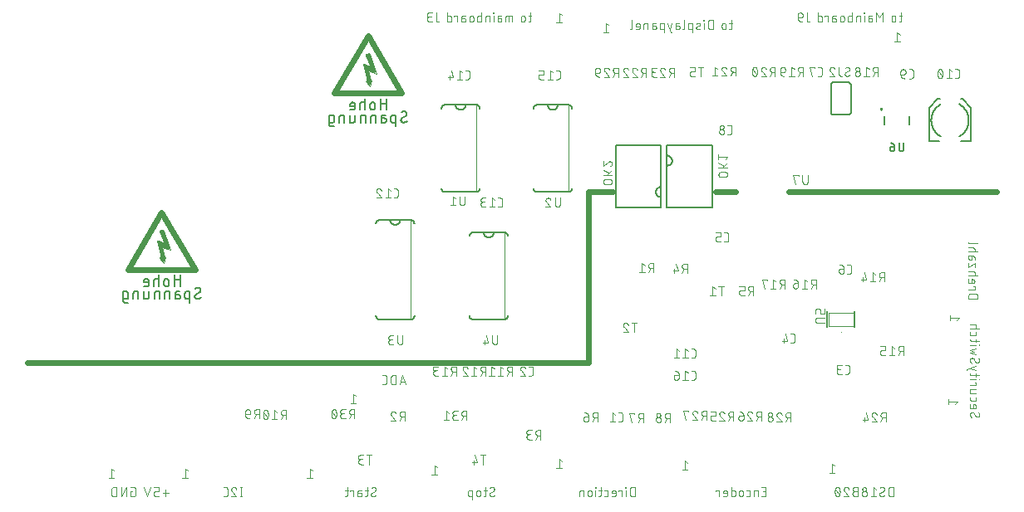
<source format=gbo>
G04 EAGLE Gerber RS-274X export*
G75*
%MOMM*%
%FSLAX34Y34*%
%LPD*%
%INSilkscreen Bottom*%
%IPPOS*%
%AMOC8*
5,1,8,0,0,1.08239X$1,22.5*%
G01*
%ADD10C,0.076200*%
%ADD11C,0.609600*%
%ADD12C,0.101600*%
%ADD13C,0.152400*%
%ADD14C,0.050800*%
%ADD15C,0.203200*%
%ADD16C,0.010000*%
%ADD17C,0.127000*%
%ADD18C,0.075000*%
%ADD19C,0.304800*%

G36*
X873537Y396917D02*
X873537Y396917D01*
X873539Y396919D01*
X873540Y396918D01*
X873923Y397077D01*
X873924Y397079D01*
X873926Y397078D01*
X874255Y397331D01*
X874255Y397333D01*
X874257Y397333D01*
X874509Y397661D01*
X874509Y397664D01*
X874511Y397664D01*
X874669Y398047D01*
X874669Y398049D01*
X874670Y398050D01*
X874673Y398067D01*
X874679Y398115D01*
X874684Y398151D01*
X874690Y398199D01*
X874695Y398234D01*
X874706Y398318D01*
X874710Y398354D01*
X874717Y398401D01*
X874717Y398402D01*
X874721Y398437D01*
X874724Y398461D01*
X874724Y398462D01*
X874723Y398463D01*
X874724Y398464D01*
X874670Y398875D01*
X874669Y398876D01*
X874669Y398878D01*
X874511Y399261D01*
X874509Y399262D01*
X874509Y399264D01*
X874257Y399592D01*
X874255Y399593D01*
X874255Y399595D01*
X873926Y399847D01*
X873924Y399847D01*
X873923Y399848D01*
X873540Y400007D01*
X873538Y400006D01*
X873537Y400008D01*
X873127Y400062D01*
X873125Y400061D01*
X873123Y400062D01*
X872713Y400008D01*
X872711Y400006D01*
X872710Y400007D01*
X872327Y399848D01*
X872326Y399846D01*
X872324Y399847D01*
X871995Y399595D01*
X871995Y399592D01*
X871993Y399592D01*
X871741Y399264D01*
X871741Y399261D01*
X871739Y399261D01*
X871581Y398878D01*
X871581Y398876D01*
X871580Y398875D01*
X871570Y398798D01*
X871565Y398763D01*
X871559Y398715D01*
X871554Y398679D01*
X871543Y398596D01*
X871543Y398595D01*
X871538Y398560D01*
X871532Y398512D01*
X871527Y398476D01*
X871526Y398464D01*
X871527Y398462D01*
X871526Y398461D01*
X871580Y398050D01*
X871581Y398049D01*
X871581Y398047D01*
X871739Y397664D01*
X871741Y397663D01*
X871741Y397661D01*
X871993Y397333D01*
X871995Y397332D01*
X871995Y397331D01*
X872324Y397078D01*
X872326Y397078D01*
X872327Y397077D01*
X872710Y396918D01*
X872712Y396919D01*
X872713Y396917D01*
X873123Y396863D01*
X873125Y396864D01*
X873127Y396863D01*
X873537Y396917D01*
G37*
D10*
X885444Y3556D02*
X885444Y12954D01*
X882833Y12954D01*
X882733Y12952D01*
X882633Y12946D01*
X882534Y12937D01*
X882434Y12923D01*
X882336Y12906D01*
X882238Y12885D01*
X882141Y12861D01*
X882045Y12832D01*
X881950Y12800D01*
X881857Y12765D01*
X881765Y12726D01*
X881674Y12683D01*
X881586Y12637D01*
X881499Y12587D01*
X881414Y12535D01*
X881331Y12479D01*
X881250Y12420D01*
X881172Y12357D01*
X881096Y12292D01*
X881022Y12224D01*
X880952Y12154D01*
X880884Y12080D01*
X880819Y12004D01*
X880756Y11926D01*
X880697Y11845D01*
X880641Y11762D01*
X880589Y11677D01*
X880539Y11590D01*
X880493Y11502D01*
X880450Y11411D01*
X880411Y11319D01*
X880376Y11226D01*
X880344Y11131D01*
X880315Y11035D01*
X880291Y10938D01*
X880270Y10840D01*
X880253Y10742D01*
X880239Y10642D01*
X880230Y10543D01*
X880224Y10443D01*
X880222Y10343D01*
X880223Y10343D02*
X880223Y6167D01*
X880222Y6167D02*
X880224Y6067D01*
X880230Y5967D01*
X880239Y5868D01*
X880253Y5768D01*
X880270Y5670D01*
X880291Y5572D01*
X880315Y5475D01*
X880344Y5379D01*
X880376Y5284D01*
X880411Y5191D01*
X880450Y5099D01*
X880493Y5008D01*
X880539Y4920D01*
X880589Y4833D01*
X880641Y4748D01*
X880697Y4665D01*
X880756Y4584D01*
X880819Y4506D01*
X880884Y4430D01*
X880952Y4356D01*
X881022Y4286D01*
X881096Y4218D01*
X881172Y4153D01*
X881250Y4090D01*
X881331Y4031D01*
X881414Y3975D01*
X881499Y3923D01*
X881586Y3873D01*
X881674Y3827D01*
X881765Y3784D01*
X881857Y3745D01*
X881950Y3710D01*
X882045Y3678D01*
X882141Y3649D01*
X882238Y3625D01*
X882336Y3604D01*
X882434Y3587D01*
X882534Y3573D01*
X882633Y3564D01*
X882733Y3558D01*
X882833Y3556D01*
X885444Y3556D01*
X873167Y3556D02*
X873078Y3558D01*
X872990Y3564D01*
X872902Y3573D01*
X872814Y3586D01*
X872727Y3603D01*
X872641Y3623D01*
X872556Y3648D01*
X872471Y3675D01*
X872388Y3707D01*
X872307Y3741D01*
X872227Y3780D01*
X872149Y3821D01*
X872072Y3866D01*
X871998Y3914D01*
X871925Y3965D01*
X871855Y4019D01*
X871788Y4077D01*
X871722Y4137D01*
X871660Y4199D01*
X871600Y4265D01*
X871542Y4332D01*
X871488Y4402D01*
X871437Y4475D01*
X871389Y4549D01*
X871344Y4626D01*
X871303Y4704D01*
X871264Y4784D01*
X871230Y4865D01*
X871198Y4948D01*
X871171Y5033D01*
X871146Y5118D01*
X871126Y5204D01*
X871109Y5291D01*
X871096Y5379D01*
X871087Y5467D01*
X871081Y5555D01*
X871079Y5644D01*
X873167Y3556D02*
X873296Y3558D01*
X873425Y3564D01*
X873554Y3573D01*
X873682Y3586D01*
X873810Y3603D01*
X873937Y3624D01*
X874064Y3648D01*
X874190Y3676D01*
X874315Y3708D01*
X874439Y3743D01*
X874562Y3782D01*
X874684Y3825D01*
X874804Y3871D01*
X874923Y3921D01*
X875041Y3974D01*
X875157Y4030D01*
X875271Y4090D01*
X875384Y4153D01*
X875494Y4220D01*
X875603Y4289D01*
X875709Y4362D01*
X875814Y4438D01*
X875916Y4517D01*
X876016Y4599D01*
X876113Y4683D01*
X876208Y4771D01*
X876300Y4861D01*
X876039Y10866D02*
X876037Y10955D01*
X876031Y11043D01*
X876022Y11131D01*
X876009Y11219D01*
X875992Y11306D01*
X875972Y11392D01*
X875947Y11477D01*
X875920Y11562D01*
X875888Y11645D01*
X875854Y11726D01*
X875815Y11806D01*
X875774Y11884D01*
X875729Y11961D01*
X875681Y12035D01*
X875630Y12108D01*
X875576Y12178D01*
X875518Y12245D01*
X875458Y12311D01*
X875396Y12373D01*
X875330Y12433D01*
X875263Y12491D01*
X875193Y12545D01*
X875120Y12596D01*
X875046Y12644D01*
X874969Y12689D01*
X874891Y12730D01*
X874811Y12769D01*
X874730Y12803D01*
X874647Y12835D01*
X874562Y12862D01*
X874477Y12887D01*
X874391Y12907D01*
X874304Y12924D01*
X874216Y12937D01*
X874128Y12946D01*
X874040Y12952D01*
X873951Y12954D01*
X873831Y12952D01*
X873711Y12947D01*
X873592Y12937D01*
X873472Y12925D01*
X873353Y12908D01*
X873235Y12888D01*
X873117Y12864D01*
X873001Y12837D01*
X872885Y12806D01*
X872770Y12772D01*
X872656Y12734D01*
X872543Y12692D01*
X872432Y12647D01*
X872322Y12599D01*
X872214Y12548D01*
X872107Y12493D01*
X872002Y12435D01*
X871899Y12373D01*
X871798Y12309D01*
X871698Y12241D01*
X871601Y12171D01*
X874995Y9039D02*
X875073Y9087D01*
X875149Y9139D01*
X875222Y9193D01*
X875293Y9251D01*
X875362Y9312D01*
X875428Y9376D01*
X875491Y9443D01*
X875551Y9512D01*
X875608Y9584D01*
X875662Y9658D01*
X875712Y9735D01*
X875760Y9814D01*
X875803Y9894D01*
X875844Y9977D01*
X875880Y10061D01*
X875913Y10146D01*
X875942Y10233D01*
X875968Y10322D01*
X875990Y10411D01*
X876007Y10501D01*
X876021Y10591D01*
X876031Y10683D01*
X876037Y10774D01*
X876039Y10866D01*
X872123Y7471D02*
X872045Y7423D01*
X871969Y7371D01*
X871896Y7317D01*
X871825Y7259D01*
X871756Y7198D01*
X871690Y7134D01*
X871627Y7067D01*
X871567Y6998D01*
X871510Y6926D01*
X871456Y6852D01*
X871406Y6775D01*
X871358Y6696D01*
X871315Y6616D01*
X871274Y6533D01*
X871238Y6449D01*
X871205Y6364D01*
X871176Y6277D01*
X871150Y6188D01*
X871128Y6099D01*
X871111Y6009D01*
X871097Y5919D01*
X871087Y5827D01*
X871081Y5736D01*
X871079Y5644D01*
X872123Y7472D02*
X874995Y9038D01*
X867461Y10866D02*
X864850Y12954D01*
X864850Y3556D01*
X862240Y3556D02*
X867461Y3556D01*
X858317Y6167D02*
X858315Y6268D01*
X858309Y6369D01*
X858299Y6470D01*
X858286Y6570D01*
X858268Y6670D01*
X858247Y6769D01*
X858221Y6867D01*
X858192Y6964D01*
X858160Y7060D01*
X858123Y7154D01*
X858083Y7247D01*
X858039Y7339D01*
X857992Y7428D01*
X857941Y7516D01*
X857887Y7602D01*
X857830Y7685D01*
X857770Y7767D01*
X857706Y7845D01*
X857640Y7922D01*
X857570Y7995D01*
X857498Y8066D01*
X857423Y8134D01*
X857345Y8199D01*
X857265Y8261D01*
X857183Y8320D01*
X857098Y8376D01*
X857012Y8428D01*
X856923Y8477D01*
X856832Y8523D01*
X856740Y8564D01*
X856646Y8603D01*
X856551Y8637D01*
X856455Y8668D01*
X856357Y8695D01*
X856259Y8719D01*
X856159Y8738D01*
X856059Y8754D01*
X855959Y8766D01*
X855858Y8774D01*
X855757Y8778D01*
X855655Y8778D01*
X855554Y8774D01*
X855453Y8766D01*
X855353Y8754D01*
X855253Y8738D01*
X855153Y8719D01*
X855055Y8695D01*
X854957Y8668D01*
X854861Y8637D01*
X854766Y8603D01*
X854672Y8564D01*
X854580Y8523D01*
X854489Y8477D01*
X854401Y8428D01*
X854314Y8376D01*
X854229Y8320D01*
X854147Y8261D01*
X854067Y8199D01*
X853989Y8134D01*
X853914Y8066D01*
X853842Y7995D01*
X853772Y7922D01*
X853706Y7845D01*
X853642Y7767D01*
X853582Y7685D01*
X853525Y7602D01*
X853471Y7516D01*
X853420Y7428D01*
X853373Y7339D01*
X853329Y7247D01*
X853289Y7154D01*
X853252Y7060D01*
X853220Y6964D01*
X853191Y6867D01*
X853165Y6769D01*
X853144Y6670D01*
X853126Y6570D01*
X853113Y6470D01*
X853103Y6369D01*
X853097Y6268D01*
X853095Y6167D01*
X853097Y6066D01*
X853103Y5965D01*
X853113Y5864D01*
X853126Y5764D01*
X853144Y5664D01*
X853165Y5565D01*
X853191Y5467D01*
X853220Y5370D01*
X853252Y5274D01*
X853289Y5180D01*
X853329Y5087D01*
X853373Y4995D01*
X853420Y4906D01*
X853471Y4818D01*
X853525Y4732D01*
X853582Y4649D01*
X853642Y4567D01*
X853706Y4489D01*
X853772Y4412D01*
X853842Y4339D01*
X853914Y4268D01*
X853989Y4200D01*
X854067Y4135D01*
X854147Y4073D01*
X854229Y4014D01*
X854314Y3958D01*
X854401Y3906D01*
X854489Y3857D01*
X854580Y3811D01*
X854672Y3770D01*
X854766Y3731D01*
X854861Y3697D01*
X854957Y3666D01*
X855055Y3639D01*
X855153Y3615D01*
X855253Y3596D01*
X855353Y3580D01*
X855453Y3568D01*
X855554Y3560D01*
X855655Y3556D01*
X855757Y3556D01*
X855858Y3560D01*
X855959Y3568D01*
X856059Y3580D01*
X856159Y3596D01*
X856259Y3615D01*
X856357Y3639D01*
X856455Y3666D01*
X856551Y3697D01*
X856646Y3731D01*
X856740Y3770D01*
X856832Y3811D01*
X856923Y3857D01*
X857012Y3906D01*
X857098Y3958D01*
X857183Y4014D01*
X857265Y4073D01*
X857345Y4135D01*
X857423Y4200D01*
X857498Y4268D01*
X857570Y4339D01*
X857640Y4412D01*
X857706Y4489D01*
X857770Y4567D01*
X857830Y4649D01*
X857887Y4732D01*
X857941Y4818D01*
X857992Y4906D01*
X858039Y4995D01*
X858083Y5087D01*
X858123Y5180D01*
X858160Y5274D01*
X858192Y5370D01*
X858221Y5467D01*
X858247Y5565D01*
X858268Y5664D01*
X858286Y5764D01*
X858299Y5864D01*
X858309Y5965D01*
X858315Y6066D01*
X858317Y6167D01*
X857794Y10866D02*
X857792Y10956D01*
X857786Y11045D01*
X857777Y11135D01*
X857763Y11224D01*
X857746Y11312D01*
X857725Y11399D01*
X857700Y11486D01*
X857671Y11571D01*
X857639Y11655D01*
X857604Y11737D01*
X857564Y11818D01*
X857522Y11897D01*
X857476Y11974D01*
X857426Y12049D01*
X857374Y12122D01*
X857318Y12193D01*
X857260Y12261D01*
X857198Y12326D01*
X857134Y12389D01*
X857067Y12449D01*
X856998Y12506D01*
X856926Y12560D01*
X856852Y12611D01*
X856776Y12659D01*
X856698Y12703D01*
X856618Y12744D01*
X856536Y12782D01*
X856453Y12816D01*
X856368Y12846D01*
X856282Y12873D01*
X856196Y12896D01*
X856108Y12915D01*
X856019Y12930D01*
X855930Y12942D01*
X855841Y12950D01*
X855751Y12954D01*
X855661Y12954D01*
X855571Y12950D01*
X855482Y12942D01*
X855393Y12930D01*
X855304Y12915D01*
X855216Y12896D01*
X855130Y12873D01*
X855044Y12846D01*
X854959Y12816D01*
X854876Y12782D01*
X854794Y12744D01*
X854714Y12703D01*
X854636Y12659D01*
X854560Y12611D01*
X854486Y12560D01*
X854414Y12506D01*
X854345Y12449D01*
X854278Y12389D01*
X854214Y12326D01*
X854152Y12261D01*
X854094Y12193D01*
X854038Y12122D01*
X853986Y12049D01*
X853936Y11974D01*
X853890Y11897D01*
X853848Y11818D01*
X853808Y11737D01*
X853773Y11655D01*
X853741Y11571D01*
X853712Y11486D01*
X853687Y11399D01*
X853666Y11312D01*
X853649Y11224D01*
X853635Y11135D01*
X853626Y11045D01*
X853620Y10956D01*
X853618Y10866D01*
X853620Y10776D01*
X853626Y10687D01*
X853635Y10597D01*
X853649Y10508D01*
X853666Y10420D01*
X853687Y10333D01*
X853712Y10246D01*
X853741Y10161D01*
X853773Y10077D01*
X853808Y9995D01*
X853848Y9914D01*
X853890Y9835D01*
X853936Y9758D01*
X853986Y9683D01*
X854038Y9610D01*
X854094Y9539D01*
X854152Y9471D01*
X854214Y9406D01*
X854278Y9343D01*
X854345Y9283D01*
X854414Y9226D01*
X854486Y9172D01*
X854560Y9121D01*
X854636Y9073D01*
X854714Y9029D01*
X854794Y8988D01*
X854876Y8950D01*
X854959Y8916D01*
X855044Y8886D01*
X855130Y8859D01*
X855216Y8836D01*
X855304Y8817D01*
X855393Y8802D01*
X855482Y8790D01*
X855571Y8782D01*
X855661Y8778D01*
X855751Y8778D01*
X855841Y8782D01*
X855930Y8790D01*
X856019Y8802D01*
X856108Y8817D01*
X856196Y8836D01*
X856282Y8859D01*
X856368Y8886D01*
X856453Y8916D01*
X856536Y8950D01*
X856618Y8988D01*
X856698Y9029D01*
X856776Y9073D01*
X856852Y9121D01*
X856926Y9172D01*
X856998Y9226D01*
X857067Y9283D01*
X857134Y9343D01*
X857198Y9406D01*
X857260Y9471D01*
X857318Y9539D01*
X857374Y9610D01*
X857426Y9683D01*
X857476Y9758D01*
X857522Y9835D01*
X857564Y9914D01*
X857604Y9995D01*
X857639Y10077D01*
X857671Y10161D01*
X857700Y10246D01*
X857725Y10333D01*
X857746Y10420D01*
X857763Y10508D01*
X857777Y10597D01*
X857786Y10687D01*
X857792Y10776D01*
X857794Y10866D01*
X848737Y8777D02*
X846126Y8777D01*
X846126Y8778D02*
X846025Y8776D01*
X845924Y8770D01*
X845823Y8760D01*
X845723Y8747D01*
X845623Y8729D01*
X845524Y8708D01*
X845426Y8682D01*
X845329Y8653D01*
X845233Y8621D01*
X845139Y8584D01*
X845046Y8544D01*
X844954Y8500D01*
X844865Y8453D01*
X844777Y8402D01*
X844691Y8348D01*
X844608Y8291D01*
X844526Y8231D01*
X844448Y8167D01*
X844371Y8101D01*
X844298Y8031D01*
X844227Y7959D01*
X844159Y7884D01*
X844094Y7806D01*
X844032Y7726D01*
X843973Y7644D01*
X843917Y7559D01*
X843865Y7473D01*
X843816Y7384D01*
X843770Y7293D01*
X843729Y7201D01*
X843690Y7107D01*
X843656Y7012D01*
X843625Y6916D01*
X843598Y6818D01*
X843574Y6720D01*
X843555Y6620D01*
X843539Y6520D01*
X843527Y6420D01*
X843519Y6319D01*
X843515Y6218D01*
X843515Y6116D01*
X843519Y6015D01*
X843527Y5914D01*
X843539Y5814D01*
X843555Y5714D01*
X843574Y5614D01*
X843598Y5516D01*
X843625Y5418D01*
X843656Y5322D01*
X843690Y5227D01*
X843729Y5133D01*
X843770Y5041D01*
X843816Y4950D01*
X843865Y4862D01*
X843917Y4775D01*
X843973Y4690D01*
X844032Y4608D01*
X844094Y4528D01*
X844159Y4450D01*
X844227Y4375D01*
X844298Y4303D01*
X844371Y4233D01*
X844448Y4167D01*
X844526Y4103D01*
X844608Y4043D01*
X844691Y3986D01*
X844777Y3932D01*
X844865Y3881D01*
X844954Y3834D01*
X845046Y3790D01*
X845139Y3750D01*
X845233Y3713D01*
X845329Y3681D01*
X845426Y3652D01*
X845524Y3626D01*
X845623Y3605D01*
X845723Y3587D01*
X845823Y3574D01*
X845924Y3564D01*
X846025Y3558D01*
X846126Y3556D01*
X848737Y3556D01*
X848737Y12954D01*
X846126Y12954D01*
X846036Y12952D01*
X845947Y12946D01*
X845857Y12937D01*
X845768Y12923D01*
X845680Y12906D01*
X845593Y12885D01*
X845506Y12860D01*
X845421Y12831D01*
X845337Y12799D01*
X845255Y12764D01*
X845174Y12724D01*
X845095Y12682D01*
X845018Y12636D01*
X844943Y12586D01*
X844870Y12534D01*
X844799Y12478D01*
X844731Y12420D01*
X844666Y12358D01*
X844603Y12294D01*
X844543Y12227D01*
X844486Y12158D01*
X844432Y12086D01*
X844381Y12012D01*
X844333Y11936D01*
X844289Y11858D01*
X844248Y11778D01*
X844210Y11696D01*
X844176Y11613D01*
X844146Y11528D01*
X844119Y11442D01*
X844096Y11356D01*
X844077Y11268D01*
X844062Y11179D01*
X844050Y11090D01*
X844042Y11001D01*
X844038Y10911D01*
X844038Y10821D01*
X844042Y10731D01*
X844050Y10642D01*
X844062Y10553D01*
X844077Y10464D01*
X844096Y10376D01*
X844119Y10290D01*
X844146Y10204D01*
X844176Y10119D01*
X844210Y10036D01*
X844248Y9954D01*
X844289Y9874D01*
X844333Y9796D01*
X844381Y9720D01*
X844432Y9646D01*
X844486Y9574D01*
X844543Y9505D01*
X844603Y9438D01*
X844666Y9374D01*
X844731Y9312D01*
X844799Y9254D01*
X844870Y9198D01*
X844943Y9146D01*
X845018Y9096D01*
X845095Y9050D01*
X845174Y9008D01*
X845255Y8968D01*
X845337Y8933D01*
X845421Y8901D01*
X845506Y8872D01*
X845593Y8847D01*
X845680Y8826D01*
X845768Y8809D01*
X845857Y8795D01*
X845947Y8786D01*
X846036Y8780D01*
X846126Y8778D01*
X837157Y12955D02*
X837062Y12953D01*
X836968Y12947D01*
X836874Y12938D01*
X836780Y12925D01*
X836687Y12908D01*
X836595Y12887D01*
X836503Y12862D01*
X836413Y12834D01*
X836324Y12802D01*
X836236Y12767D01*
X836150Y12728D01*
X836065Y12686D01*
X835982Y12640D01*
X835901Y12591D01*
X835822Y12539D01*
X835745Y12484D01*
X835671Y12425D01*
X835599Y12364D01*
X835529Y12300D01*
X835462Y12233D01*
X835398Y12163D01*
X835337Y12091D01*
X835278Y12017D01*
X835223Y11940D01*
X835171Y11861D01*
X835122Y11780D01*
X835076Y11697D01*
X835034Y11612D01*
X834995Y11526D01*
X834960Y11438D01*
X834928Y11349D01*
X834900Y11259D01*
X834875Y11167D01*
X834854Y11075D01*
X834837Y10982D01*
X834824Y10888D01*
X834815Y10794D01*
X834809Y10700D01*
X834807Y10605D01*
X837157Y12954D02*
X837265Y12952D01*
X837374Y12946D01*
X837482Y12936D01*
X837589Y12923D01*
X837696Y12905D01*
X837803Y12884D01*
X837908Y12859D01*
X838013Y12830D01*
X838116Y12798D01*
X838218Y12761D01*
X838319Y12721D01*
X838418Y12678D01*
X838516Y12631D01*
X838612Y12580D01*
X838706Y12526D01*
X838798Y12469D01*
X838888Y12408D01*
X838976Y12344D01*
X839061Y12278D01*
X839144Y12208D01*
X839224Y12135D01*
X839302Y12059D01*
X839377Y11981D01*
X839449Y11900D01*
X839518Y11816D01*
X839584Y11730D01*
X839647Y11642D01*
X839706Y11551D01*
X839763Y11459D01*
X839816Y11364D01*
X839865Y11267D01*
X839911Y11169D01*
X839954Y11070D01*
X839993Y10968D01*
X840028Y10866D01*
X835591Y8777D02*
X835522Y8846D01*
X835456Y8917D01*
X835392Y8990D01*
X835331Y9066D01*
X835273Y9145D01*
X835219Y9225D01*
X835167Y9308D01*
X835119Y9392D01*
X835073Y9478D01*
X835032Y9566D01*
X834993Y9656D01*
X834958Y9747D01*
X834927Y9839D01*
X834899Y9932D01*
X834875Y10026D01*
X834855Y10121D01*
X834838Y10217D01*
X834825Y10314D01*
X834816Y10411D01*
X834810Y10508D01*
X834808Y10605D01*
X835591Y8777D02*
X840029Y3556D01*
X834808Y3556D01*
X830885Y8255D02*
X830883Y8440D01*
X830876Y8625D01*
X830865Y8809D01*
X830850Y8993D01*
X830830Y9177D01*
X830806Y9361D01*
X830777Y9543D01*
X830744Y9725D01*
X830707Y9906D01*
X830665Y10086D01*
X830619Y10266D01*
X830569Y10444D01*
X830515Y10620D01*
X830456Y10796D01*
X830394Y10970D01*
X830327Y11142D01*
X830256Y11313D01*
X830181Y11482D01*
X830102Y11649D01*
X830072Y11729D01*
X830039Y11808D01*
X830002Y11885D01*
X829962Y11961D01*
X829919Y12035D01*
X829873Y12107D01*
X829823Y12176D01*
X829771Y12244D01*
X829715Y12309D01*
X829657Y12372D01*
X829595Y12431D01*
X829532Y12489D01*
X829465Y12543D01*
X829397Y12594D01*
X829326Y12642D01*
X829253Y12687D01*
X829179Y12729D01*
X829102Y12767D01*
X829024Y12802D01*
X828945Y12834D01*
X828864Y12862D01*
X828782Y12886D01*
X828698Y12907D01*
X828615Y12924D01*
X828530Y12937D01*
X828445Y12946D01*
X828360Y12952D01*
X828274Y12954D01*
X828188Y12952D01*
X828103Y12946D01*
X828018Y12937D01*
X827933Y12924D01*
X827850Y12907D01*
X827766Y12886D01*
X827684Y12862D01*
X827604Y12834D01*
X827524Y12802D01*
X827446Y12767D01*
X827369Y12729D01*
X827295Y12687D01*
X827222Y12642D01*
X827151Y12594D01*
X827083Y12543D01*
X827016Y12489D01*
X826953Y12431D01*
X826892Y12372D01*
X826833Y12309D01*
X826778Y12244D01*
X826725Y12176D01*
X826675Y12107D01*
X826629Y12035D01*
X826586Y11961D01*
X826546Y11885D01*
X826509Y11808D01*
X826476Y11729D01*
X826446Y11649D01*
X826447Y11649D02*
X826368Y11482D01*
X826293Y11313D01*
X826222Y11142D01*
X826155Y10970D01*
X826093Y10796D01*
X826034Y10620D01*
X825980Y10444D01*
X825930Y10266D01*
X825884Y10086D01*
X825842Y9906D01*
X825805Y9725D01*
X825772Y9543D01*
X825743Y9361D01*
X825719Y9177D01*
X825699Y8993D01*
X825684Y8809D01*
X825673Y8625D01*
X825666Y8440D01*
X825664Y8255D01*
X830885Y8255D02*
X830883Y8070D01*
X830876Y7885D01*
X830865Y7701D01*
X830850Y7517D01*
X830830Y7333D01*
X830806Y7149D01*
X830777Y6967D01*
X830744Y6785D01*
X830707Y6604D01*
X830665Y6424D01*
X830619Y6244D01*
X830569Y6066D01*
X830515Y5890D01*
X830456Y5714D01*
X830394Y5540D01*
X830327Y5368D01*
X830256Y5197D01*
X830181Y5028D01*
X830102Y4861D01*
X830072Y4781D01*
X830039Y4702D01*
X830002Y4625D01*
X829962Y4549D01*
X829919Y4475D01*
X829873Y4403D01*
X829823Y4334D01*
X829770Y4266D01*
X829715Y4201D01*
X829656Y4138D01*
X829595Y4079D01*
X829532Y4021D01*
X829465Y3967D01*
X829397Y3916D01*
X829326Y3868D01*
X829253Y3823D01*
X829179Y3781D01*
X829102Y3743D01*
X829024Y3708D01*
X828945Y3676D01*
X828864Y3648D01*
X828782Y3624D01*
X828698Y3603D01*
X828615Y3586D01*
X828530Y3573D01*
X828445Y3564D01*
X828360Y3558D01*
X828274Y3556D01*
X826447Y4861D02*
X826368Y5028D01*
X826293Y5197D01*
X826222Y5368D01*
X826155Y5540D01*
X826093Y5714D01*
X826034Y5890D01*
X825980Y6066D01*
X825930Y6244D01*
X825884Y6424D01*
X825842Y6604D01*
X825805Y6785D01*
X825772Y6967D01*
X825743Y7149D01*
X825719Y7333D01*
X825699Y7517D01*
X825684Y7701D01*
X825673Y7885D01*
X825666Y8070D01*
X825664Y8255D01*
X826446Y4861D02*
X826476Y4781D01*
X826509Y4702D01*
X826546Y4625D01*
X826586Y4549D01*
X826629Y4475D01*
X826675Y4403D01*
X826725Y4334D01*
X826778Y4266D01*
X826833Y4201D01*
X826892Y4138D01*
X826953Y4079D01*
X827016Y4021D01*
X827083Y3967D01*
X827151Y3916D01*
X827222Y3868D01*
X827295Y3823D01*
X827369Y3781D01*
X827446Y3743D01*
X827524Y3708D01*
X827604Y3676D01*
X827684Y3648D01*
X827766Y3624D01*
X827850Y3603D01*
X827933Y3586D01*
X828018Y3573D01*
X828103Y3564D01*
X828188Y3558D01*
X828274Y3556D01*
X830363Y5644D02*
X826186Y10866D01*
X755269Y3556D02*
X751092Y3556D01*
X755269Y3556D02*
X755269Y12954D01*
X751092Y12954D01*
X752136Y8777D02*
X755269Y8777D01*
X747449Y9821D02*
X747449Y3556D01*
X747449Y9821D02*
X744839Y9821D01*
X744762Y9819D01*
X744686Y9813D01*
X744609Y9804D01*
X744533Y9791D01*
X744459Y9774D01*
X744384Y9754D01*
X744311Y9729D01*
X744240Y9702D01*
X744169Y9671D01*
X744101Y9636D01*
X744034Y9598D01*
X743969Y9557D01*
X743906Y9513D01*
X743846Y9466D01*
X743787Y9415D01*
X743732Y9362D01*
X743679Y9307D01*
X743628Y9248D01*
X743581Y9188D01*
X743537Y9125D01*
X743496Y9060D01*
X743458Y8993D01*
X743423Y8925D01*
X743392Y8854D01*
X743365Y8783D01*
X743340Y8710D01*
X743320Y8636D01*
X743303Y8561D01*
X743290Y8485D01*
X743281Y8409D01*
X743275Y8332D01*
X743273Y8255D01*
X743272Y8255D02*
X743272Y3556D01*
X737643Y3556D02*
X735555Y3556D01*
X737643Y3556D02*
X737720Y3558D01*
X737796Y3564D01*
X737873Y3573D01*
X737949Y3586D01*
X738024Y3603D01*
X738098Y3623D01*
X738171Y3648D01*
X738242Y3675D01*
X738313Y3706D01*
X738381Y3741D01*
X738448Y3779D01*
X738513Y3820D01*
X738576Y3864D01*
X738636Y3911D01*
X738695Y3962D01*
X738750Y4015D01*
X738803Y4070D01*
X738854Y4129D01*
X738901Y4189D01*
X738945Y4252D01*
X738986Y4317D01*
X739024Y4384D01*
X739059Y4452D01*
X739090Y4523D01*
X739117Y4594D01*
X739142Y4667D01*
X739162Y4741D01*
X739179Y4816D01*
X739192Y4892D01*
X739201Y4969D01*
X739207Y5045D01*
X739209Y5122D01*
X739209Y8255D01*
X739207Y8332D01*
X739201Y8408D01*
X739192Y8485D01*
X739179Y8561D01*
X739162Y8636D01*
X739142Y8710D01*
X739117Y8783D01*
X739090Y8854D01*
X739059Y8925D01*
X739024Y8993D01*
X738986Y9060D01*
X738945Y9125D01*
X738901Y9188D01*
X738854Y9248D01*
X738803Y9307D01*
X738750Y9362D01*
X738695Y9415D01*
X738636Y9466D01*
X738576Y9513D01*
X738513Y9557D01*
X738448Y9598D01*
X738381Y9636D01*
X738313Y9671D01*
X738242Y9702D01*
X738171Y9729D01*
X738098Y9754D01*
X738024Y9774D01*
X737949Y9791D01*
X737873Y9804D01*
X737796Y9813D01*
X737720Y9819D01*
X737643Y9821D01*
X735555Y9821D01*
X732209Y7733D02*
X732209Y5644D01*
X732209Y7733D02*
X732207Y7823D01*
X732201Y7912D01*
X732192Y8002D01*
X732178Y8091D01*
X732161Y8179D01*
X732140Y8266D01*
X732115Y8353D01*
X732086Y8438D01*
X732054Y8522D01*
X732019Y8604D01*
X731979Y8685D01*
X731937Y8764D01*
X731891Y8841D01*
X731841Y8916D01*
X731789Y8989D01*
X731733Y9060D01*
X731675Y9128D01*
X731613Y9193D01*
X731549Y9256D01*
X731482Y9316D01*
X731413Y9373D01*
X731341Y9427D01*
X731267Y9478D01*
X731191Y9526D01*
X731113Y9570D01*
X731033Y9611D01*
X730951Y9649D01*
X730868Y9683D01*
X730783Y9713D01*
X730697Y9740D01*
X730611Y9763D01*
X730523Y9782D01*
X730434Y9797D01*
X730345Y9809D01*
X730256Y9817D01*
X730166Y9821D01*
X730076Y9821D01*
X729986Y9817D01*
X729897Y9809D01*
X729808Y9797D01*
X729719Y9782D01*
X729631Y9763D01*
X729545Y9740D01*
X729459Y9713D01*
X729374Y9683D01*
X729291Y9649D01*
X729209Y9611D01*
X729129Y9570D01*
X729051Y9526D01*
X728975Y9478D01*
X728901Y9427D01*
X728829Y9373D01*
X728760Y9316D01*
X728693Y9256D01*
X728629Y9193D01*
X728567Y9128D01*
X728509Y9060D01*
X728453Y8989D01*
X728401Y8916D01*
X728351Y8841D01*
X728305Y8764D01*
X728263Y8685D01*
X728223Y8604D01*
X728188Y8522D01*
X728156Y8438D01*
X728127Y8353D01*
X728102Y8266D01*
X728081Y8179D01*
X728064Y8091D01*
X728050Y8002D01*
X728041Y7912D01*
X728035Y7823D01*
X728033Y7733D01*
X728032Y7733D02*
X728032Y5644D01*
X728033Y5644D02*
X728035Y5554D01*
X728041Y5465D01*
X728050Y5375D01*
X728064Y5286D01*
X728081Y5198D01*
X728102Y5111D01*
X728127Y5024D01*
X728156Y4939D01*
X728188Y4855D01*
X728223Y4773D01*
X728263Y4692D01*
X728305Y4613D01*
X728351Y4536D01*
X728401Y4461D01*
X728453Y4388D01*
X728509Y4317D01*
X728567Y4249D01*
X728629Y4184D01*
X728693Y4121D01*
X728760Y4061D01*
X728829Y4004D01*
X728901Y3950D01*
X728975Y3899D01*
X729051Y3851D01*
X729129Y3807D01*
X729209Y3766D01*
X729291Y3728D01*
X729374Y3694D01*
X729459Y3664D01*
X729545Y3637D01*
X729631Y3614D01*
X729719Y3595D01*
X729808Y3580D01*
X729897Y3568D01*
X729986Y3560D01*
X730076Y3556D01*
X730166Y3556D01*
X730256Y3560D01*
X730345Y3568D01*
X730434Y3580D01*
X730523Y3595D01*
X730611Y3614D01*
X730697Y3637D01*
X730783Y3664D01*
X730868Y3694D01*
X730951Y3728D01*
X731033Y3766D01*
X731113Y3807D01*
X731191Y3851D01*
X731267Y3899D01*
X731341Y3950D01*
X731413Y4004D01*
X731482Y4061D01*
X731549Y4121D01*
X731613Y4184D01*
X731675Y4249D01*
X731733Y4317D01*
X731789Y4388D01*
X731841Y4461D01*
X731891Y4536D01*
X731937Y4613D01*
X731979Y4692D01*
X732019Y4773D01*
X732054Y4855D01*
X732086Y4939D01*
X732115Y5024D01*
X732140Y5111D01*
X732161Y5198D01*
X732178Y5286D01*
X732192Y5375D01*
X732201Y5465D01*
X732207Y5554D01*
X732209Y5644D01*
X720153Y3556D02*
X720153Y12954D01*
X720153Y3556D02*
X722764Y3556D01*
X722841Y3558D01*
X722917Y3564D01*
X722994Y3573D01*
X723070Y3586D01*
X723145Y3603D01*
X723219Y3623D01*
X723292Y3648D01*
X723363Y3675D01*
X723434Y3706D01*
X723502Y3741D01*
X723569Y3779D01*
X723634Y3820D01*
X723697Y3864D01*
X723757Y3911D01*
X723816Y3962D01*
X723871Y4015D01*
X723924Y4070D01*
X723975Y4129D01*
X724022Y4189D01*
X724066Y4252D01*
X724107Y4317D01*
X724145Y4384D01*
X724180Y4452D01*
X724211Y4523D01*
X724238Y4594D01*
X724263Y4667D01*
X724283Y4741D01*
X724300Y4816D01*
X724313Y4892D01*
X724322Y4969D01*
X724328Y5045D01*
X724330Y5122D01*
X724330Y8255D01*
X724328Y8332D01*
X724322Y8408D01*
X724313Y8485D01*
X724300Y8561D01*
X724283Y8636D01*
X724263Y8710D01*
X724238Y8783D01*
X724211Y8854D01*
X724180Y8925D01*
X724145Y8993D01*
X724107Y9060D01*
X724066Y9125D01*
X724022Y9188D01*
X723975Y9248D01*
X723924Y9307D01*
X723871Y9362D01*
X723816Y9415D01*
X723757Y9466D01*
X723697Y9513D01*
X723634Y9557D01*
X723569Y9598D01*
X723502Y9636D01*
X723434Y9671D01*
X723363Y9702D01*
X723292Y9729D01*
X723219Y9754D01*
X723145Y9774D01*
X723070Y9791D01*
X722994Y9804D01*
X722917Y9813D01*
X722841Y9819D01*
X722764Y9821D01*
X720153Y9821D01*
X714489Y3556D02*
X711878Y3556D01*
X714489Y3556D02*
X714566Y3558D01*
X714642Y3564D01*
X714719Y3573D01*
X714795Y3586D01*
X714870Y3603D01*
X714944Y3623D01*
X715017Y3648D01*
X715088Y3675D01*
X715159Y3706D01*
X715227Y3741D01*
X715294Y3779D01*
X715359Y3820D01*
X715422Y3864D01*
X715482Y3911D01*
X715541Y3962D01*
X715596Y4015D01*
X715649Y4070D01*
X715700Y4129D01*
X715747Y4189D01*
X715791Y4252D01*
X715832Y4317D01*
X715870Y4384D01*
X715905Y4452D01*
X715936Y4523D01*
X715963Y4594D01*
X715988Y4667D01*
X716008Y4741D01*
X716025Y4816D01*
X716038Y4892D01*
X716047Y4969D01*
X716053Y5045D01*
X716055Y5122D01*
X716055Y7733D01*
X716053Y7823D01*
X716047Y7912D01*
X716038Y8002D01*
X716024Y8091D01*
X716007Y8179D01*
X715986Y8266D01*
X715961Y8353D01*
X715932Y8438D01*
X715900Y8522D01*
X715865Y8604D01*
X715825Y8685D01*
X715783Y8764D01*
X715737Y8841D01*
X715687Y8916D01*
X715635Y8989D01*
X715579Y9060D01*
X715521Y9128D01*
X715459Y9193D01*
X715395Y9256D01*
X715328Y9316D01*
X715259Y9373D01*
X715187Y9427D01*
X715113Y9478D01*
X715037Y9526D01*
X714959Y9570D01*
X714879Y9611D01*
X714797Y9649D01*
X714714Y9683D01*
X714629Y9713D01*
X714543Y9740D01*
X714457Y9763D01*
X714369Y9782D01*
X714280Y9797D01*
X714191Y9809D01*
X714102Y9817D01*
X714012Y9821D01*
X713922Y9821D01*
X713832Y9817D01*
X713743Y9809D01*
X713654Y9797D01*
X713565Y9782D01*
X713477Y9763D01*
X713391Y9740D01*
X713305Y9713D01*
X713220Y9683D01*
X713137Y9649D01*
X713055Y9611D01*
X712975Y9570D01*
X712897Y9526D01*
X712821Y9478D01*
X712747Y9427D01*
X712675Y9373D01*
X712606Y9316D01*
X712539Y9256D01*
X712475Y9193D01*
X712413Y9128D01*
X712355Y9060D01*
X712299Y8989D01*
X712247Y8916D01*
X712197Y8841D01*
X712151Y8764D01*
X712109Y8685D01*
X712069Y8604D01*
X712034Y8522D01*
X712002Y8438D01*
X711973Y8353D01*
X711948Y8266D01*
X711927Y8179D01*
X711910Y8091D01*
X711896Y8002D01*
X711887Y7912D01*
X711881Y7823D01*
X711879Y7733D01*
X711878Y7733D02*
X711878Y6689D01*
X716055Y6689D01*
X707774Y3556D02*
X707774Y9821D01*
X704641Y9821D01*
X704641Y8777D01*
X621919Y12954D02*
X621919Y3556D01*
X621919Y12954D02*
X619308Y12954D01*
X619208Y12952D01*
X619108Y12946D01*
X619009Y12937D01*
X618909Y12923D01*
X618811Y12906D01*
X618713Y12885D01*
X618616Y12861D01*
X618520Y12832D01*
X618425Y12800D01*
X618332Y12765D01*
X618240Y12726D01*
X618149Y12683D01*
X618061Y12637D01*
X617974Y12587D01*
X617889Y12535D01*
X617806Y12479D01*
X617725Y12420D01*
X617647Y12357D01*
X617571Y12292D01*
X617497Y12224D01*
X617427Y12154D01*
X617359Y12080D01*
X617294Y12004D01*
X617231Y11926D01*
X617172Y11845D01*
X617116Y11762D01*
X617064Y11677D01*
X617014Y11590D01*
X616968Y11502D01*
X616925Y11411D01*
X616886Y11319D01*
X616851Y11226D01*
X616819Y11131D01*
X616790Y11035D01*
X616766Y10938D01*
X616745Y10840D01*
X616728Y10742D01*
X616714Y10642D01*
X616705Y10543D01*
X616699Y10443D01*
X616697Y10343D01*
X616698Y10343D02*
X616698Y6167D01*
X616697Y6167D02*
X616699Y6067D01*
X616705Y5967D01*
X616714Y5868D01*
X616728Y5768D01*
X616745Y5670D01*
X616766Y5572D01*
X616790Y5475D01*
X616819Y5379D01*
X616851Y5284D01*
X616886Y5191D01*
X616925Y5099D01*
X616968Y5008D01*
X617014Y4920D01*
X617064Y4833D01*
X617116Y4748D01*
X617172Y4665D01*
X617231Y4584D01*
X617294Y4506D01*
X617359Y4430D01*
X617427Y4356D01*
X617497Y4286D01*
X617571Y4218D01*
X617647Y4153D01*
X617725Y4090D01*
X617806Y4031D01*
X617889Y3975D01*
X617974Y3923D01*
X618061Y3873D01*
X618149Y3827D01*
X618240Y3784D01*
X618332Y3745D01*
X618425Y3710D01*
X618520Y3678D01*
X618616Y3649D01*
X618713Y3625D01*
X618811Y3604D01*
X618909Y3587D01*
X619009Y3573D01*
X619108Y3564D01*
X619208Y3558D01*
X619308Y3556D01*
X621919Y3556D01*
X612603Y3556D02*
X612603Y9821D01*
X612864Y12432D02*
X612864Y12954D01*
X612342Y12954D01*
X612342Y12432D01*
X612864Y12432D01*
X608544Y9821D02*
X608544Y3556D01*
X608544Y9821D02*
X605411Y9821D01*
X605411Y8777D01*
X600933Y3556D02*
X598322Y3556D01*
X600933Y3556D02*
X601010Y3558D01*
X601086Y3564D01*
X601163Y3573D01*
X601239Y3586D01*
X601314Y3603D01*
X601388Y3623D01*
X601461Y3648D01*
X601532Y3675D01*
X601603Y3706D01*
X601671Y3741D01*
X601738Y3779D01*
X601803Y3820D01*
X601866Y3864D01*
X601926Y3911D01*
X601985Y3962D01*
X602040Y4015D01*
X602093Y4070D01*
X602144Y4129D01*
X602191Y4189D01*
X602235Y4252D01*
X602276Y4317D01*
X602314Y4384D01*
X602349Y4452D01*
X602380Y4523D01*
X602407Y4594D01*
X602432Y4667D01*
X602452Y4741D01*
X602469Y4816D01*
X602482Y4892D01*
X602491Y4969D01*
X602497Y5045D01*
X602499Y5122D01*
X602499Y7733D01*
X602497Y7823D01*
X602491Y7912D01*
X602482Y8002D01*
X602468Y8091D01*
X602451Y8179D01*
X602430Y8266D01*
X602405Y8353D01*
X602376Y8438D01*
X602344Y8522D01*
X602309Y8604D01*
X602269Y8685D01*
X602227Y8764D01*
X602181Y8841D01*
X602131Y8916D01*
X602079Y8989D01*
X602023Y9060D01*
X601965Y9128D01*
X601903Y9193D01*
X601839Y9256D01*
X601772Y9316D01*
X601703Y9373D01*
X601631Y9427D01*
X601557Y9478D01*
X601481Y9526D01*
X601403Y9570D01*
X601323Y9611D01*
X601241Y9649D01*
X601158Y9683D01*
X601073Y9713D01*
X600987Y9740D01*
X600901Y9763D01*
X600813Y9782D01*
X600724Y9797D01*
X600635Y9809D01*
X600546Y9817D01*
X600456Y9821D01*
X600366Y9821D01*
X600276Y9817D01*
X600187Y9809D01*
X600098Y9797D01*
X600009Y9782D01*
X599921Y9763D01*
X599835Y9740D01*
X599749Y9713D01*
X599664Y9683D01*
X599581Y9649D01*
X599499Y9611D01*
X599419Y9570D01*
X599341Y9526D01*
X599265Y9478D01*
X599191Y9427D01*
X599119Y9373D01*
X599050Y9316D01*
X598983Y9256D01*
X598919Y9193D01*
X598857Y9128D01*
X598799Y9060D01*
X598743Y8989D01*
X598691Y8916D01*
X598641Y8841D01*
X598595Y8764D01*
X598553Y8685D01*
X598513Y8604D01*
X598478Y8522D01*
X598446Y8438D01*
X598417Y8353D01*
X598392Y8266D01*
X598371Y8179D01*
X598354Y8091D01*
X598340Y8002D01*
X598331Y7912D01*
X598325Y7823D01*
X598323Y7733D01*
X598322Y7733D02*
X598322Y6689D01*
X602499Y6689D01*
X592998Y3556D02*
X590910Y3556D01*
X592998Y3556D02*
X593075Y3558D01*
X593151Y3564D01*
X593228Y3573D01*
X593304Y3586D01*
X593379Y3603D01*
X593453Y3623D01*
X593526Y3648D01*
X593597Y3675D01*
X593668Y3706D01*
X593736Y3741D01*
X593803Y3779D01*
X593868Y3820D01*
X593931Y3864D01*
X593991Y3911D01*
X594050Y3962D01*
X594105Y4015D01*
X594158Y4070D01*
X594209Y4129D01*
X594256Y4189D01*
X594300Y4252D01*
X594341Y4317D01*
X594379Y4384D01*
X594414Y4452D01*
X594445Y4523D01*
X594472Y4594D01*
X594497Y4667D01*
X594517Y4741D01*
X594534Y4816D01*
X594547Y4892D01*
X594556Y4969D01*
X594562Y5045D01*
X594564Y5122D01*
X594564Y8255D01*
X594562Y8332D01*
X594556Y8408D01*
X594547Y8485D01*
X594534Y8561D01*
X594517Y8636D01*
X594497Y8710D01*
X594472Y8783D01*
X594445Y8854D01*
X594414Y8925D01*
X594379Y8993D01*
X594341Y9060D01*
X594300Y9125D01*
X594256Y9188D01*
X594209Y9248D01*
X594158Y9307D01*
X594105Y9362D01*
X594050Y9415D01*
X593991Y9466D01*
X593931Y9513D01*
X593868Y9557D01*
X593803Y9598D01*
X593736Y9636D01*
X593668Y9671D01*
X593597Y9702D01*
X593526Y9729D01*
X593453Y9754D01*
X593379Y9774D01*
X593304Y9791D01*
X593228Y9804D01*
X593151Y9813D01*
X593075Y9819D01*
X592998Y9821D01*
X590910Y9821D01*
X588333Y9821D02*
X585200Y9821D01*
X587289Y12954D02*
X587289Y5122D01*
X587288Y5122D02*
X587286Y5045D01*
X587280Y4969D01*
X587271Y4892D01*
X587258Y4816D01*
X587241Y4741D01*
X587221Y4667D01*
X587196Y4594D01*
X587169Y4523D01*
X587138Y4452D01*
X587103Y4384D01*
X587065Y4317D01*
X587024Y4252D01*
X586980Y4189D01*
X586933Y4129D01*
X586882Y4070D01*
X586829Y4015D01*
X586774Y3962D01*
X586715Y3911D01*
X586655Y3864D01*
X586592Y3820D01*
X586527Y3779D01*
X586460Y3741D01*
X586392Y3706D01*
X586321Y3675D01*
X586250Y3648D01*
X586177Y3623D01*
X586103Y3603D01*
X586028Y3586D01*
X585952Y3573D01*
X585875Y3564D01*
X585799Y3558D01*
X585722Y3556D01*
X585200Y3556D01*
X581818Y3556D02*
X581818Y9821D01*
X582079Y12432D02*
X582079Y12954D01*
X581557Y12954D01*
X581557Y12432D01*
X582079Y12432D01*
X578115Y7733D02*
X578115Y5644D01*
X578115Y7733D02*
X578113Y7823D01*
X578107Y7912D01*
X578098Y8002D01*
X578084Y8091D01*
X578067Y8179D01*
X578046Y8266D01*
X578021Y8353D01*
X577992Y8438D01*
X577960Y8522D01*
X577925Y8604D01*
X577885Y8685D01*
X577843Y8764D01*
X577797Y8841D01*
X577747Y8916D01*
X577695Y8989D01*
X577639Y9060D01*
X577581Y9128D01*
X577519Y9193D01*
X577455Y9256D01*
X577388Y9316D01*
X577319Y9373D01*
X577247Y9427D01*
X577173Y9478D01*
X577097Y9526D01*
X577019Y9570D01*
X576939Y9611D01*
X576857Y9649D01*
X576774Y9683D01*
X576689Y9713D01*
X576603Y9740D01*
X576517Y9763D01*
X576429Y9782D01*
X576340Y9797D01*
X576251Y9809D01*
X576162Y9817D01*
X576072Y9821D01*
X575982Y9821D01*
X575892Y9817D01*
X575803Y9809D01*
X575714Y9797D01*
X575625Y9782D01*
X575537Y9763D01*
X575451Y9740D01*
X575365Y9713D01*
X575280Y9683D01*
X575197Y9649D01*
X575115Y9611D01*
X575035Y9570D01*
X574957Y9526D01*
X574881Y9478D01*
X574807Y9427D01*
X574735Y9373D01*
X574666Y9316D01*
X574599Y9256D01*
X574535Y9193D01*
X574473Y9128D01*
X574415Y9060D01*
X574359Y8989D01*
X574307Y8916D01*
X574257Y8841D01*
X574211Y8764D01*
X574169Y8685D01*
X574129Y8604D01*
X574094Y8522D01*
X574062Y8438D01*
X574033Y8353D01*
X574008Y8266D01*
X573987Y8179D01*
X573970Y8091D01*
X573956Y8002D01*
X573947Y7912D01*
X573941Y7823D01*
X573939Y7733D01*
X573939Y5644D01*
X573941Y5554D01*
X573947Y5465D01*
X573956Y5375D01*
X573970Y5286D01*
X573987Y5198D01*
X574008Y5111D01*
X574033Y5024D01*
X574062Y4939D01*
X574094Y4855D01*
X574129Y4773D01*
X574169Y4692D01*
X574211Y4613D01*
X574257Y4536D01*
X574307Y4461D01*
X574359Y4388D01*
X574415Y4317D01*
X574473Y4249D01*
X574535Y4184D01*
X574599Y4121D01*
X574666Y4061D01*
X574735Y4004D01*
X574807Y3950D01*
X574881Y3899D01*
X574957Y3851D01*
X575035Y3807D01*
X575115Y3766D01*
X575197Y3728D01*
X575280Y3694D01*
X575365Y3664D01*
X575451Y3637D01*
X575537Y3614D01*
X575625Y3595D01*
X575714Y3580D01*
X575803Y3568D01*
X575892Y3560D01*
X575982Y3556D01*
X576072Y3556D01*
X576162Y3560D01*
X576251Y3568D01*
X576340Y3580D01*
X576429Y3595D01*
X576517Y3614D01*
X576603Y3637D01*
X576689Y3664D01*
X576774Y3694D01*
X576857Y3728D01*
X576939Y3766D01*
X577019Y3807D01*
X577097Y3851D01*
X577173Y3899D01*
X577247Y3950D01*
X577319Y4004D01*
X577388Y4061D01*
X577455Y4121D01*
X577519Y4184D01*
X577581Y4249D01*
X577639Y4317D01*
X577695Y4388D01*
X577747Y4461D01*
X577797Y4536D01*
X577843Y4613D01*
X577885Y4692D01*
X577925Y4773D01*
X577960Y4855D01*
X577992Y4939D01*
X578021Y5024D01*
X578046Y5111D01*
X578067Y5198D01*
X578084Y5286D01*
X578098Y5375D01*
X578107Y5465D01*
X578113Y5554D01*
X578115Y5644D01*
X569886Y3556D02*
X569886Y9821D01*
X567275Y9821D01*
X567198Y9819D01*
X567122Y9813D01*
X567045Y9804D01*
X566969Y9791D01*
X566895Y9774D01*
X566820Y9754D01*
X566747Y9729D01*
X566676Y9702D01*
X566605Y9671D01*
X566537Y9636D01*
X566470Y9598D01*
X566405Y9557D01*
X566342Y9513D01*
X566282Y9466D01*
X566223Y9415D01*
X566168Y9362D01*
X566115Y9307D01*
X566064Y9248D01*
X566017Y9188D01*
X565973Y9125D01*
X565932Y9060D01*
X565894Y8993D01*
X565859Y8925D01*
X565828Y8854D01*
X565801Y8783D01*
X565776Y8710D01*
X565756Y8636D01*
X565739Y8561D01*
X565726Y8485D01*
X565717Y8409D01*
X565711Y8332D01*
X565709Y8255D01*
X565709Y3556D01*
X475911Y3556D02*
X475822Y3558D01*
X475734Y3564D01*
X475646Y3573D01*
X475558Y3586D01*
X475471Y3603D01*
X475385Y3623D01*
X475300Y3648D01*
X475215Y3675D01*
X475132Y3707D01*
X475051Y3741D01*
X474971Y3780D01*
X474893Y3821D01*
X474816Y3866D01*
X474742Y3914D01*
X474669Y3965D01*
X474599Y4019D01*
X474532Y4077D01*
X474466Y4137D01*
X474404Y4199D01*
X474344Y4265D01*
X474286Y4332D01*
X474232Y4402D01*
X474181Y4475D01*
X474133Y4549D01*
X474088Y4626D01*
X474047Y4704D01*
X474008Y4784D01*
X473974Y4865D01*
X473942Y4948D01*
X473915Y5033D01*
X473890Y5118D01*
X473870Y5204D01*
X473853Y5291D01*
X473840Y5379D01*
X473831Y5467D01*
X473825Y5555D01*
X473823Y5644D01*
X475911Y3556D02*
X476040Y3558D01*
X476169Y3564D01*
X476298Y3573D01*
X476426Y3586D01*
X476554Y3603D01*
X476681Y3624D01*
X476808Y3648D01*
X476934Y3676D01*
X477059Y3708D01*
X477183Y3743D01*
X477306Y3782D01*
X477428Y3825D01*
X477548Y3871D01*
X477667Y3921D01*
X477785Y3974D01*
X477901Y4030D01*
X478015Y4090D01*
X478128Y4153D01*
X478238Y4220D01*
X478347Y4289D01*
X478453Y4362D01*
X478558Y4438D01*
X478660Y4517D01*
X478760Y4599D01*
X478857Y4683D01*
X478952Y4771D01*
X479044Y4861D01*
X478783Y10866D02*
X478781Y10955D01*
X478775Y11043D01*
X478766Y11131D01*
X478753Y11219D01*
X478736Y11306D01*
X478716Y11392D01*
X478691Y11477D01*
X478664Y11562D01*
X478632Y11645D01*
X478598Y11726D01*
X478559Y11806D01*
X478518Y11884D01*
X478473Y11961D01*
X478425Y12035D01*
X478374Y12108D01*
X478320Y12178D01*
X478262Y12245D01*
X478202Y12311D01*
X478140Y12373D01*
X478074Y12433D01*
X478007Y12491D01*
X477937Y12545D01*
X477864Y12596D01*
X477790Y12644D01*
X477713Y12689D01*
X477635Y12730D01*
X477555Y12769D01*
X477474Y12803D01*
X477391Y12835D01*
X477306Y12862D01*
X477221Y12887D01*
X477135Y12907D01*
X477048Y12924D01*
X476960Y12937D01*
X476872Y12946D01*
X476784Y12952D01*
X476695Y12954D01*
X476575Y12952D01*
X476455Y12947D01*
X476336Y12937D01*
X476216Y12925D01*
X476097Y12908D01*
X475979Y12888D01*
X475861Y12864D01*
X475745Y12837D01*
X475629Y12806D01*
X475514Y12772D01*
X475400Y12734D01*
X475287Y12692D01*
X475176Y12647D01*
X475066Y12599D01*
X474958Y12548D01*
X474851Y12493D01*
X474746Y12435D01*
X474643Y12373D01*
X474542Y12309D01*
X474442Y12241D01*
X474345Y12171D01*
X477739Y9039D02*
X477817Y9087D01*
X477893Y9139D01*
X477966Y9193D01*
X478037Y9251D01*
X478106Y9312D01*
X478172Y9376D01*
X478235Y9443D01*
X478295Y9512D01*
X478352Y9584D01*
X478406Y9658D01*
X478456Y9735D01*
X478504Y9814D01*
X478547Y9894D01*
X478588Y9977D01*
X478624Y10061D01*
X478657Y10146D01*
X478686Y10233D01*
X478712Y10322D01*
X478734Y10411D01*
X478751Y10501D01*
X478765Y10591D01*
X478775Y10683D01*
X478781Y10774D01*
X478783Y10866D01*
X474867Y7471D02*
X474789Y7423D01*
X474713Y7371D01*
X474640Y7317D01*
X474569Y7259D01*
X474500Y7198D01*
X474434Y7134D01*
X474371Y7067D01*
X474311Y6998D01*
X474254Y6926D01*
X474200Y6852D01*
X474150Y6775D01*
X474102Y6696D01*
X474059Y6616D01*
X474018Y6533D01*
X473982Y6449D01*
X473949Y6364D01*
X473920Y6277D01*
X473894Y6188D01*
X473872Y6099D01*
X473855Y6009D01*
X473841Y5919D01*
X473831Y5827D01*
X473825Y5736D01*
X473823Y5644D01*
X474867Y7472D02*
X477739Y9038D01*
X471061Y9821D02*
X467928Y9821D01*
X470017Y12954D02*
X470017Y5122D01*
X470015Y5045D01*
X470009Y4969D01*
X470000Y4892D01*
X469987Y4816D01*
X469970Y4741D01*
X469950Y4667D01*
X469925Y4594D01*
X469898Y4523D01*
X469867Y4452D01*
X469832Y4384D01*
X469794Y4317D01*
X469753Y4252D01*
X469709Y4189D01*
X469662Y4129D01*
X469611Y4070D01*
X469558Y4015D01*
X469503Y3962D01*
X469444Y3911D01*
X469384Y3864D01*
X469321Y3820D01*
X469256Y3779D01*
X469189Y3741D01*
X469121Y3706D01*
X469050Y3675D01*
X468979Y3648D01*
X468906Y3623D01*
X468832Y3603D01*
X468757Y3586D01*
X468681Y3573D01*
X468604Y3564D01*
X468528Y3558D01*
X468451Y3556D01*
X467928Y3556D01*
X464501Y5644D02*
X464501Y7733D01*
X464499Y7823D01*
X464493Y7912D01*
X464484Y8002D01*
X464470Y8091D01*
X464453Y8179D01*
X464432Y8266D01*
X464407Y8353D01*
X464378Y8438D01*
X464346Y8522D01*
X464311Y8604D01*
X464271Y8685D01*
X464229Y8764D01*
X464183Y8841D01*
X464133Y8916D01*
X464081Y8989D01*
X464025Y9060D01*
X463967Y9128D01*
X463905Y9193D01*
X463841Y9256D01*
X463774Y9316D01*
X463705Y9373D01*
X463633Y9427D01*
X463559Y9478D01*
X463483Y9526D01*
X463405Y9570D01*
X463325Y9611D01*
X463243Y9649D01*
X463160Y9683D01*
X463075Y9713D01*
X462989Y9740D01*
X462903Y9763D01*
X462815Y9782D01*
X462726Y9797D01*
X462637Y9809D01*
X462548Y9817D01*
X462458Y9821D01*
X462368Y9821D01*
X462278Y9817D01*
X462189Y9809D01*
X462100Y9797D01*
X462011Y9782D01*
X461923Y9763D01*
X461837Y9740D01*
X461751Y9713D01*
X461666Y9683D01*
X461583Y9649D01*
X461501Y9611D01*
X461421Y9570D01*
X461343Y9526D01*
X461267Y9478D01*
X461193Y9427D01*
X461121Y9373D01*
X461052Y9316D01*
X460985Y9256D01*
X460921Y9193D01*
X460859Y9128D01*
X460801Y9060D01*
X460745Y8989D01*
X460693Y8916D01*
X460643Y8841D01*
X460597Y8764D01*
X460555Y8685D01*
X460515Y8604D01*
X460480Y8522D01*
X460448Y8438D01*
X460419Y8353D01*
X460394Y8266D01*
X460373Y8179D01*
X460356Y8091D01*
X460342Y8002D01*
X460333Y7912D01*
X460327Y7823D01*
X460325Y7733D01*
X460324Y7733D02*
X460324Y5644D01*
X460325Y5644D02*
X460327Y5554D01*
X460333Y5465D01*
X460342Y5375D01*
X460356Y5286D01*
X460373Y5198D01*
X460394Y5111D01*
X460419Y5024D01*
X460448Y4939D01*
X460480Y4855D01*
X460515Y4773D01*
X460555Y4692D01*
X460597Y4613D01*
X460643Y4536D01*
X460693Y4461D01*
X460745Y4388D01*
X460801Y4317D01*
X460859Y4249D01*
X460921Y4184D01*
X460985Y4121D01*
X461052Y4061D01*
X461121Y4004D01*
X461193Y3950D01*
X461267Y3899D01*
X461343Y3851D01*
X461421Y3807D01*
X461501Y3766D01*
X461583Y3728D01*
X461666Y3694D01*
X461751Y3664D01*
X461837Y3637D01*
X461923Y3614D01*
X462011Y3595D01*
X462100Y3580D01*
X462189Y3568D01*
X462278Y3560D01*
X462368Y3556D01*
X462458Y3556D01*
X462548Y3560D01*
X462637Y3568D01*
X462726Y3580D01*
X462815Y3595D01*
X462903Y3614D01*
X462989Y3637D01*
X463075Y3664D01*
X463160Y3694D01*
X463243Y3728D01*
X463325Y3766D01*
X463405Y3807D01*
X463483Y3851D01*
X463559Y3899D01*
X463633Y3950D01*
X463705Y4004D01*
X463774Y4061D01*
X463841Y4121D01*
X463905Y4184D01*
X463967Y4249D01*
X464025Y4317D01*
X464081Y4388D01*
X464133Y4461D01*
X464183Y4536D01*
X464229Y4613D01*
X464271Y4692D01*
X464311Y4773D01*
X464346Y4855D01*
X464378Y4939D01*
X464407Y5024D01*
X464432Y5111D01*
X464453Y5198D01*
X464470Y5286D01*
X464484Y5375D01*
X464493Y5465D01*
X464499Y5554D01*
X464501Y5644D01*
X456226Y9821D02*
X456226Y423D01*
X456226Y9821D02*
X453615Y9821D01*
X453538Y9819D01*
X453462Y9813D01*
X453385Y9804D01*
X453309Y9791D01*
X453235Y9774D01*
X453160Y9754D01*
X453087Y9729D01*
X453016Y9702D01*
X452945Y9671D01*
X452877Y9636D01*
X452810Y9598D01*
X452745Y9557D01*
X452682Y9513D01*
X452622Y9466D01*
X452563Y9415D01*
X452508Y9362D01*
X452455Y9307D01*
X452404Y9248D01*
X452357Y9188D01*
X452313Y9125D01*
X452272Y9060D01*
X452234Y8993D01*
X452199Y8925D01*
X452168Y8854D01*
X452141Y8783D01*
X452116Y8710D01*
X452096Y8636D01*
X452079Y8561D01*
X452066Y8485D01*
X452057Y8409D01*
X452051Y8332D01*
X452049Y8255D01*
X452049Y5122D01*
X452051Y5045D01*
X452057Y4969D01*
X452066Y4892D01*
X452079Y4816D01*
X452096Y4741D01*
X452116Y4667D01*
X452141Y4594D01*
X452168Y4523D01*
X452199Y4452D01*
X452234Y4384D01*
X452272Y4317D01*
X452313Y4252D01*
X452357Y4189D01*
X452404Y4129D01*
X452455Y4070D01*
X452508Y4015D01*
X452563Y3962D01*
X452622Y3911D01*
X452682Y3864D01*
X452745Y3820D01*
X452810Y3779D01*
X452877Y3741D01*
X452945Y3706D01*
X453016Y3675D01*
X453087Y3648D01*
X453160Y3623D01*
X453235Y3603D01*
X453310Y3586D01*
X453385Y3573D01*
X453462Y3564D01*
X453538Y3558D01*
X453615Y3556D01*
X456226Y3556D01*
X355261Y3556D02*
X355172Y3558D01*
X355084Y3564D01*
X354996Y3573D01*
X354908Y3586D01*
X354821Y3603D01*
X354735Y3623D01*
X354650Y3648D01*
X354565Y3675D01*
X354482Y3707D01*
X354401Y3741D01*
X354321Y3780D01*
X354243Y3821D01*
X354166Y3866D01*
X354092Y3914D01*
X354019Y3965D01*
X353949Y4019D01*
X353882Y4077D01*
X353816Y4137D01*
X353754Y4199D01*
X353694Y4265D01*
X353636Y4332D01*
X353582Y4402D01*
X353531Y4475D01*
X353483Y4549D01*
X353438Y4626D01*
X353397Y4704D01*
X353358Y4784D01*
X353324Y4865D01*
X353292Y4948D01*
X353265Y5033D01*
X353240Y5118D01*
X353220Y5204D01*
X353203Y5291D01*
X353190Y5379D01*
X353181Y5467D01*
X353175Y5555D01*
X353173Y5644D01*
X355261Y3556D02*
X355390Y3558D01*
X355519Y3564D01*
X355648Y3573D01*
X355776Y3586D01*
X355904Y3603D01*
X356031Y3624D01*
X356158Y3648D01*
X356284Y3676D01*
X356409Y3708D01*
X356533Y3743D01*
X356656Y3782D01*
X356778Y3825D01*
X356898Y3871D01*
X357017Y3921D01*
X357135Y3974D01*
X357251Y4030D01*
X357365Y4090D01*
X357478Y4153D01*
X357588Y4220D01*
X357697Y4289D01*
X357803Y4362D01*
X357908Y4438D01*
X358010Y4517D01*
X358110Y4599D01*
X358207Y4683D01*
X358302Y4771D01*
X358394Y4861D01*
X358133Y10866D02*
X358131Y10955D01*
X358125Y11043D01*
X358116Y11131D01*
X358103Y11219D01*
X358086Y11306D01*
X358066Y11392D01*
X358041Y11477D01*
X358014Y11562D01*
X357982Y11645D01*
X357948Y11726D01*
X357909Y11806D01*
X357868Y11884D01*
X357823Y11961D01*
X357775Y12035D01*
X357724Y12108D01*
X357670Y12178D01*
X357612Y12245D01*
X357552Y12311D01*
X357490Y12373D01*
X357424Y12433D01*
X357357Y12491D01*
X357287Y12545D01*
X357214Y12596D01*
X357140Y12644D01*
X357063Y12689D01*
X356985Y12730D01*
X356905Y12769D01*
X356824Y12803D01*
X356741Y12835D01*
X356656Y12862D01*
X356571Y12887D01*
X356485Y12907D01*
X356398Y12924D01*
X356310Y12937D01*
X356222Y12946D01*
X356134Y12952D01*
X356045Y12954D01*
X355925Y12952D01*
X355805Y12947D01*
X355686Y12937D01*
X355566Y12925D01*
X355447Y12908D01*
X355329Y12888D01*
X355211Y12864D01*
X355095Y12837D01*
X354979Y12806D01*
X354864Y12772D01*
X354750Y12734D01*
X354637Y12692D01*
X354526Y12647D01*
X354416Y12599D01*
X354308Y12548D01*
X354201Y12493D01*
X354096Y12435D01*
X353993Y12373D01*
X353892Y12309D01*
X353792Y12241D01*
X353695Y12171D01*
X357089Y9039D02*
X357167Y9087D01*
X357243Y9139D01*
X357316Y9193D01*
X357387Y9251D01*
X357456Y9312D01*
X357522Y9376D01*
X357585Y9443D01*
X357645Y9512D01*
X357702Y9584D01*
X357756Y9658D01*
X357806Y9735D01*
X357854Y9814D01*
X357897Y9894D01*
X357938Y9977D01*
X357974Y10061D01*
X358007Y10146D01*
X358036Y10233D01*
X358062Y10322D01*
X358084Y10411D01*
X358101Y10501D01*
X358115Y10591D01*
X358125Y10683D01*
X358131Y10774D01*
X358133Y10866D01*
X354217Y7471D02*
X354139Y7423D01*
X354063Y7371D01*
X353990Y7317D01*
X353919Y7259D01*
X353850Y7198D01*
X353784Y7134D01*
X353721Y7067D01*
X353661Y6998D01*
X353604Y6926D01*
X353550Y6852D01*
X353500Y6775D01*
X353452Y6696D01*
X353409Y6616D01*
X353368Y6533D01*
X353332Y6449D01*
X353299Y6364D01*
X353270Y6277D01*
X353244Y6188D01*
X353222Y6099D01*
X353205Y6009D01*
X353191Y5919D01*
X353181Y5827D01*
X353175Y5736D01*
X353173Y5644D01*
X354217Y7472D02*
X357089Y9038D01*
X350411Y9821D02*
X347278Y9821D01*
X349367Y12954D02*
X349367Y5122D01*
X349365Y5045D01*
X349359Y4969D01*
X349350Y4892D01*
X349337Y4816D01*
X349320Y4741D01*
X349300Y4667D01*
X349275Y4594D01*
X349248Y4523D01*
X349217Y4452D01*
X349182Y4384D01*
X349144Y4317D01*
X349103Y4252D01*
X349059Y4189D01*
X349012Y4129D01*
X348961Y4070D01*
X348908Y4015D01*
X348853Y3962D01*
X348794Y3911D01*
X348734Y3864D01*
X348671Y3820D01*
X348606Y3779D01*
X348539Y3741D01*
X348471Y3706D01*
X348400Y3675D01*
X348329Y3648D01*
X348256Y3623D01*
X348182Y3603D01*
X348107Y3586D01*
X348031Y3573D01*
X347954Y3564D01*
X347878Y3558D01*
X347801Y3556D01*
X347278Y3556D01*
X342069Y7211D02*
X339720Y7211D01*
X342069Y7210D02*
X342153Y7208D01*
X342238Y7202D01*
X342321Y7192D01*
X342405Y7179D01*
X342487Y7161D01*
X342569Y7140D01*
X342650Y7115D01*
X342729Y7087D01*
X342807Y7054D01*
X342883Y7018D01*
X342958Y6979D01*
X343031Y6936D01*
X343102Y6890D01*
X343170Y6841D01*
X343236Y6789D01*
X343300Y6733D01*
X343361Y6675D01*
X343419Y6614D01*
X343475Y6550D01*
X343527Y6484D01*
X343576Y6416D01*
X343622Y6345D01*
X343665Y6272D01*
X343704Y6197D01*
X343740Y6121D01*
X343773Y6043D01*
X343801Y5964D01*
X343826Y5883D01*
X343847Y5801D01*
X343865Y5719D01*
X343878Y5635D01*
X343888Y5552D01*
X343894Y5467D01*
X343896Y5383D01*
X343894Y5299D01*
X343888Y5214D01*
X343878Y5131D01*
X343865Y5047D01*
X343847Y4965D01*
X343826Y4883D01*
X343801Y4802D01*
X343773Y4723D01*
X343740Y4645D01*
X343704Y4569D01*
X343665Y4494D01*
X343622Y4421D01*
X343576Y4350D01*
X343527Y4282D01*
X343475Y4216D01*
X343419Y4152D01*
X343361Y4091D01*
X343300Y4033D01*
X343236Y3977D01*
X343170Y3925D01*
X343102Y3876D01*
X343031Y3830D01*
X342958Y3787D01*
X342883Y3748D01*
X342807Y3712D01*
X342729Y3679D01*
X342650Y3651D01*
X342569Y3626D01*
X342487Y3605D01*
X342405Y3587D01*
X342321Y3574D01*
X342238Y3564D01*
X342153Y3558D01*
X342069Y3556D01*
X339720Y3556D01*
X339720Y8255D01*
X339722Y8332D01*
X339728Y8408D01*
X339737Y8485D01*
X339750Y8561D01*
X339767Y8636D01*
X339787Y8710D01*
X339812Y8783D01*
X339839Y8854D01*
X339870Y8925D01*
X339905Y8993D01*
X339943Y9060D01*
X339984Y9125D01*
X340028Y9188D01*
X340075Y9248D01*
X340126Y9307D01*
X340179Y9362D01*
X340234Y9415D01*
X340293Y9466D01*
X340353Y9513D01*
X340416Y9557D01*
X340481Y9598D01*
X340548Y9636D01*
X340616Y9671D01*
X340687Y9702D01*
X340758Y9729D01*
X340831Y9754D01*
X340906Y9774D01*
X340981Y9791D01*
X341056Y9804D01*
X341133Y9813D01*
X341209Y9819D01*
X341286Y9821D01*
X343375Y9821D01*
X335265Y9821D02*
X335265Y3556D01*
X335265Y9821D02*
X332133Y9821D01*
X332133Y8777D01*
X329990Y9821D02*
X326857Y9821D01*
X328945Y12954D02*
X328945Y5122D01*
X328943Y5045D01*
X328937Y4969D01*
X328928Y4892D01*
X328915Y4816D01*
X328898Y4741D01*
X328878Y4667D01*
X328853Y4594D01*
X328826Y4523D01*
X328795Y4452D01*
X328760Y4384D01*
X328722Y4317D01*
X328681Y4252D01*
X328637Y4189D01*
X328590Y4129D01*
X328539Y4070D01*
X328486Y4015D01*
X328431Y3962D01*
X328372Y3911D01*
X328312Y3864D01*
X328249Y3820D01*
X328184Y3779D01*
X328117Y3741D01*
X328049Y3706D01*
X327978Y3675D01*
X327907Y3648D01*
X327834Y3623D01*
X327760Y3603D01*
X327685Y3586D01*
X327609Y3573D01*
X327532Y3564D01*
X327456Y3558D01*
X327379Y3556D01*
X326857Y3556D01*
X220825Y3556D02*
X220825Y12954D01*
X221869Y3556D02*
X219781Y3556D01*
X219781Y12954D02*
X221869Y12954D01*
X213249Y12955D02*
X213154Y12953D01*
X213060Y12947D01*
X212966Y12938D01*
X212872Y12925D01*
X212779Y12908D01*
X212687Y12887D01*
X212595Y12862D01*
X212505Y12834D01*
X212416Y12802D01*
X212328Y12767D01*
X212242Y12728D01*
X212157Y12686D01*
X212074Y12640D01*
X211993Y12591D01*
X211914Y12539D01*
X211837Y12484D01*
X211763Y12425D01*
X211691Y12364D01*
X211621Y12300D01*
X211554Y12233D01*
X211490Y12163D01*
X211429Y12091D01*
X211370Y12017D01*
X211315Y11940D01*
X211263Y11861D01*
X211214Y11780D01*
X211168Y11697D01*
X211126Y11612D01*
X211087Y11526D01*
X211052Y11438D01*
X211020Y11349D01*
X210992Y11259D01*
X210967Y11167D01*
X210946Y11075D01*
X210929Y10982D01*
X210916Y10888D01*
X210907Y10794D01*
X210901Y10700D01*
X210899Y10605D01*
X213249Y12954D02*
X213357Y12952D01*
X213466Y12946D01*
X213574Y12936D01*
X213681Y12923D01*
X213788Y12905D01*
X213895Y12884D01*
X214000Y12859D01*
X214105Y12830D01*
X214208Y12798D01*
X214310Y12761D01*
X214411Y12721D01*
X214510Y12678D01*
X214608Y12631D01*
X214704Y12580D01*
X214798Y12526D01*
X214890Y12469D01*
X214980Y12408D01*
X215068Y12344D01*
X215153Y12278D01*
X215236Y12208D01*
X215316Y12135D01*
X215394Y12059D01*
X215469Y11981D01*
X215541Y11900D01*
X215610Y11816D01*
X215676Y11730D01*
X215739Y11642D01*
X215798Y11551D01*
X215855Y11459D01*
X215908Y11364D01*
X215957Y11267D01*
X216003Y11169D01*
X216046Y11070D01*
X216085Y10968D01*
X216120Y10866D01*
X211682Y8777D02*
X211613Y8846D01*
X211547Y8917D01*
X211483Y8990D01*
X211422Y9066D01*
X211364Y9145D01*
X211310Y9225D01*
X211258Y9308D01*
X211210Y9392D01*
X211164Y9478D01*
X211123Y9566D01*
X211084Y9656D01*
X211049Y9747D01*
X211018Y9839D01*
X210990Y9932D01*
X210966Y10026D01*
X210946Y10121D01*
X210929Y10217D01*
X210916Y10314D01*
X210907Y10411D01*
X210901Y10508D01*
X210899Y10605D01*
X211682Y8777D02*
X216120Y3556D01*
X210899Y3556D01*
X204914Y3556D02*
X202825Y3556D01*
X204914Y3556D02*
X205003Y3558D01*
X205091Y3564D01*
X205179Y3573D01*
X205267Y3586D01*
X205354Y3603D01*
X205440Y3623D01*
X205525Y3648D01*
X205610Y3675D01*
X205693Y3707D01*
X205774Y3741D01*
X205854Y3780D01*
X205932Y3821D01*
X206009Y3866D01*
X206083Y3914D01*
X206156Y3965D01*
X206226Y4019D01*
X206293Y4077D01*
X206359Y4137D01*
X206421Y4199D01*
X206481Y4265D01*
X206539Y4332D01*
X206593Y4402D01*
X206644Y4475D01*
X206692Y4549D01*
X206737Y4626D01*
X206778Y4704D01*
X206817Y4784D01*
X206851Y4865D01*
X206883Y4948D01*
X206910Y5033D01*
X206935Y5118D01*
X206955Y5204D01*
X206972Y5291D01*
X206985Y5379D01*
X206994Y5467D01*
X207000Y5555D01*
X207002Y5644D01*
X207002Y10866D01*
X207000Y10955D01*
X206994Y11043D01*
X206985Y11131D01*
X206972Y11219D01*
X206955Y11306D01*
X206935Y11392D01*
X206910Y11477D01*
X206883Y11562D01*
X206851Y11645D01*
X206817Y11726D01*
X206778Y11806D01*
X206737Y11884D01*
X206692Y11961D01*
X206644Y12035D01*
X206593Y12108D01*
X206539Y12178D01*
X206481Y12245D01*
X206421Y12311D01*
X206359Y12373D01*
X206293Y12433D01*
X206226Y12491D01*
X206156Y12545D01*
X206083Y12596D01*
X206009Y12644D01*
X205932Y12689D01*
X205854Y12730D01*
X205774Y12769D01*
X205693Y12803D01*
X205610Y12835D01*
X205525Y12862D01*
X205440Y12887D01*
X205354Y12907D01*
X205267Y12924D01*
X205179Y12937D01*
X205091Y12946D01*
X205003Y12952D01*
X204914Y12954D01*
X202825Y12954D01*
X961771Y205152D02*
X971169Y205152D01*
X971169Y207763D01*
X971167Y207863D01*
X971161Y207963D01*
X971152Y208062D01*
X971138Y208162D01*
X971121Y208260D01*
X971100Y208358D01*
X971076Y208455D01*
X971047Y208551D01*
X971015Y208646D01*
X970980Y208739D01*
X970941Y208831D01*
X970898Y208922D01*
X970852Y209010D01*
X970802Y209097D01*
X970750Y209182D01*
X970694Y209265D01*
X970635Y209346D01*
X970572Y209424D01*
X970507Y209500D01*
X970439Y209574D01*
X970369Y209644D01*
X970295Y209712D01*
X970219Y209777D01*
X970141Y209840D01*
X970060Y209899D01*
X969977Y209955D01*
X969892Y210007D01*
X969805Y210057D01*
X969717Y210103D01*
X969626Y210146D01*
X969534Y210185D01*
X969441Y210220D01*
X969346Y210252D01*
X969250Y210281D01*
X969153Y210305D01*
X969055Y210326D01*
X968957Y210343D01*
X968857Y210357D01*
X968758Y210366D01*
X968658Y210372D01*
X968558Y210374D01*
X968558Y210373D02*
X964382Y210373D01*
X964382Y210374D02*
X964282Y210372D01*
X964182Y210366D01*
X964083Y210357D01*
X963983Y210343D01*
X963885Y210326D01*
X963787Y210305D01*
X963690Y210281D01*
X963594Y210252D01*
X963499Y210220D01*
X963406Y210185D01*
X963314Y210146D01*
X963223Y210103D01*
X963135Y210057D01*
X963048Y210007D01*
X962963Y209955D01*
X962880Y209899D01*
X962799Y209840D01*
X962721Y209777D01*
X962645Y209712D01*
X962571Y209644D01*
X962501Y209574D01*
X962433Y209500D01*
X962368Y209424D01*
X962305Y209346D01*
X962246Y209265D01*
X962190Y209182D01*
X962138Y209097D01*
X962088Y209010D01*
X962042Y208922D01*
X961999Y208831D01*
X961960Y208739D01*
X961925Y208646D01*
X961893Y208551D01*
X961864Y208455D01*
X961840Y208358D01*
X961819Y208260D01*
X961802Y208162D01*
X961788Y208062D01*
X961779Y207963D01*
X961773Y207863D01*
X961771Y207763D01*
X961771Y205152D01*
X961771Y214870D02*
X968036Y214870D01*
X968036Y218002D01*
X966992Y218002D01*
X961771Y222480D02*
X961771Y225091D01*
X961771Y222480D02*
X961773Y222403D01*
X961779Y222327D01*
X961788Y222250D01*
X961801Y222174D01*
X961818Y222099D01*
X961838Y222025D01*
X961863Y221952D01*
X961890Y221881D01*
X961921Y221810D01*
X961956Y221742D01*
X961994Y221675D01*
X962035Y221610D01*
X962079Y221547D01*
X962126Y221487D01*
X962177Y221428D01*
X962230Y221373D01*
X962285Y221320D01*
X962344Y221269D01*
X962404Y221222D01*
X962467Y221178D01*
X962532Y221137D01*
X962599Y221099D01*
X962667Y221064D01*
X962738Y221033D01*
X962809Y221006D01*
X962882Y220981D01*
X962956Y220961D01*
X963031Y220944D01*
X963107Y220931D01*
X963184Y220922D01*
X963260Y220916D01*
X963337Y220914D01*
X965948Y220914D01*
X965948Y220915D02*
X966038Y220917D01*
X966127Y220923D01*
X966217Y220932D01*
X966306Y220946D01*
X966394Y220963D01*
X966481Y220984D01*
X966568Y221009D01*
X966653Y221038D01*
X966737Y221070D01*
X966819Y221105D01*
X966900Y221145D01*
X966979Y221187D01*
X967056Y221233D01*
X967131Y221283D01*
X967204Y221335D01*
X967275Y221391D01*
X967343Y221449D01*
X967408Y221511D01*
X967471Y221575D01*
X967531Y221642D01*
X967588Y221711D01*
X967642Y221783D01*
X967693Y221857D01*
X967741Y221933D01*
X967785Y222011D01*
X967826Y222091D01*
X967864Y222173D01*
X967898Y222256D01*
X967928Y222341D01*
X967955Y222427D01*
X967978Y222513D01*
X967997Y222601D01*
X968012Y222690D01*
X968024Y222779D01*
X968032Y222868D01*
X968036Y222958D01*
X968036Y223048D01*
X968032Y223138D01*
X968024Y223227D01*
X968012Y223316D01*
X967997Y223405D01*
X967978Y223493D01*
X967955Y223579D01*
X967928Y223665D01*
X967898Y223750D01*
X967864Y223833D01*
X967826Y223915D01*
X967785Y223995D01*
X967741Y224073D01*
X967693Y224149D01*
X967642Y224223D01*
X967588Y224295D01*
X967531Y224364D01*
X967471Y224431D01*
X967408Y224495D01*
X967343Y224557D01*
X967275Y224615D01*
X967204Y224671D01*
X967131Y224723D01*
X967056Y224773D01*
X966979Y224819D01*
X966900Y224861D01*
X966819Y224901D01*
X966737Y224936D01*
X966653Y224968D01*
X966568Y224997D01*
X966481Y225022D01*
X966394Y225043D01*
X966306Y225060D01*
X966217Y225074D01*
X966127Y225083D01*
X966038Y225089D01*
X965948Y225091D01*
X964904Y225091D01*
X964904Y220914D01*
X961771Y229144D02*
X971169Y229144D01*
X968036Y229144D02*
X968036Y231754D01*
X968034Y231831D01*
X968028Y231907D01*
X968019Y231984D01*
X968006Y232060D01*
X967989Y232135D01*
X967969Y232209D01*
X967944Y232282D01*
X967917Y232353D01*
X967886Y232424D01*
X967851Y232492D01*
X967813Y232559D01*
X967772Y232624D01*
X967728Y232687D01*
X967681Y232747D01*
X967630Y232806D01*
X967577Y232861D01*
X967522Y232914D01*
X967463Y232965D01*
X967403Y233012D01*
X967340Y233056D01*
X967275Y233097D01*
X967208Y233135D01*
X967140Y233170D01*
X967069Y233201D01*
X966998Y233228D01*
X966925Y233253D01*
X966851Y233273D01*
X966776Y233290D01*
X966700Y233303D01*
X966623Y233312D01*
X966547Y233318D01*
X966470Y233320D01*
X966470Y233321D02*
X961771Y233321D01*
X968036Y237068D02*
X968036Y241245D01*
X961771Y237068D01*
X961771Y241245D01*
X965426Y246470D02*
X965426Y248820D01*
X965425Y246470D02*
X965423Y246386D01*
X965417Y246301D01*
X965407Y246218D01*
X965394Y246134D01*
X965376Y246052D01*
X965355Y245970D01*
X965330Y245889D01*
X965302Y245810D01*
X965269Y245732D01*
X965233Y245656D01*
X965194Y245581D01*
X965151Y245508D01*
X965105Y245437D01*
X965056Y245369D01*
X965004Y245303D01*
X964948Y245239D01*
X964890Y245178D01*
X964829Y245120D01*
X964765Y245064D01*
X964699Y245012D01*
X964631Y244963D01*
X964560Y244917D01*
X964487Y244874D01*
X964412Y244835D01*
X964336Y244799D01*
X964258Y244766D01*
X964179Y244738D01*
X964098Y244713D01*
X964016Y244692D01*
X963934Y244674D01*
X963850Y244661D01*
X963767Y244651D01*
X963682Y244645D01*
X963598Y244643D01*
X963514Y244645D01*
X963429Y244651D01*
X963346Y244661D01*
X963262Y244674D01*
X963180Y244692D01*
X963098Y244713D01*
X963017Y244738D01*
X962938Y244766D01*
X962860Y244799D01*
X962784Y244835D01*
X962709Y244874D01*
X962636Y244917D01*
X962565Y244963D01*
X962497Y245012D01*
X962431Y245064D01*
X962367Y245120D01*
X962306Y245178D01*
X962248Y245239D01*
X962192Y245303D01*
X962140Y245369D01*
X962091Y245437D01*
X962045Y245508D01*
X962002Y245581D01*
X961963Y245656D01*
X961927Y245732D01*
X961894Y245810D01*
X961866Y245889D01*
X961841Y245970D01*
X961820Y246052D01*
X961802Y246134D01*
X961789Y246218D01*
X961779Y246301D01*
X961773Y246386D01*
X961771Y246470D01*
X961771Y248820D01*
X966470Y248820D01*
X966470Y248819D02*
X966547Y248817D01*
X966623Y248811D01*
X966700Y248802D01*
X966776Y248789D01*
X966851Y248772D01*
X966925Y248752D01*
X966998Y248727D01*
X967069Y248700D01*
X967140Y248669D01*
X967208Y248634D01*
X967275Y248596D01*
X967340Y248555D01*
X967403Y248511D01*
X967463Y248464D01*
X967522Y248413D01*
X967577Y248360D01*
X967630Y248305D01*
X967681Y248246D01*
X967728Y248186D01*
X967772Y248123D01*
X967813Y248058D01*
X967851Y247991D01*
X967886Y247923D01*
X967917Y247852D01*
X967944Y247781D01*
X967969Y247708D01*
X967989Y247634D01*
X968006Y247559D01*
X968019Y247483D01*
X968028Y247406D01*
X968034Y247330D01*
X968036Y247253D01*
X968036Y245165D01*
X971169Y253223D02*
X961771Y253223D01*
X968036Y253223D02*
X968036Y255833D01*
X968034Y255910D01*
X968028Y255986D01*
X968019Y256063D01*
X968006Y256139D01*
X967989Y256214D01*
X967969Y256288D01*
X967944Y256361D01*
X967917Y256432D01*
X967886Y256503D01*
X967851Y256571D01*
X967813Y256638D01*
X967772Y256703D01*
X967728Y256766D01*
X967681Y256826D01*
X967630Y256885D01*
X967577Y256940D01*
X967522Y256993D01*
X967463Y257044D01*
X967403Y257091D01*
X967340Y257135D01*
X967275Y257176D01*
X967208Y257214D01*
X967140Y257249D01*
X967069Y257280D01*
X966998Y257307D01*
X966925Y257332D01*
X966851Y257352D01*
X966776Y257369D01*
X966700Y257382D01*
X966623Y257391D01*
X966547Y257397D01*
X966470Y257399D01*
X966470Y257400D02*
X961771Y257400D01*
X963337Y261578D02*
X971169Y261578D01*
X963337Y261578D02*
X963260Y261580D01*
X963184Y261586D01*
X963107Y261595D01*
X963031Y261608D01*
X962956Y261625D01*
X962882Y261645D01*
X962809Y261670D01*
X962738Y261697D01*
X962667Y261728D01*
X962599Y261763D01*
X962532Y261801D01*
X962467Y261842D01*
X962404Y261886D01*
X962344Y261933D01*
X962285Y261984D01*
X962230Y262037D01*
X962177Y262092D01*
X962126Y262151D01*
X962079Y262211D01*
X962035Y262274D01*
X961994Y262339D01*
X961956Y262406D01*
X961921Y262474D01*
X961890Y262545D01*
X961863Y262616D01*
X961838Y262689D01*
X961818Y262763D01*
X961801Y262838D01*
X961788Y262914D01*
X961779Y262991D01*
X961773Y263067D01*
X961771Y263144D01*
X965447Y89613D02*
X965358Y89611D01*
X965270Y89605D01*
X965182Y89596D01*
X965094Y89583D01*
X965007Y89566D01*
X964921Y89546D01*
X964836Y89521D01*
X964751Y89494D01*
X964668Y89462D01*
X964587Y89428D01*
X964507Y89389D01*
X964429Y89348D01*
X964352Y89303D01*
X964278Y89255D01*
X964205Y89204D01*
X964135Y89150D01*
X964068Y89092D01*
X964002Y89032D01*
X963940Y88970D01*
X963880Y88904D01*
X963822Y88837D01*
X963768Y88767D01*
X963717Y88694D01*
X963669Y88620D01*
X963624Y88543D01*
X963583Y88465D01*
X963544Y88385D01*
X963510Y88304D01*
X963478Y88221D01*
X963451Y88136D01*
X963426Y88051D01*
X963406Y87965D01*
X963389Y87878D01*
X963376Y87790D01*
X963367Y87702D01*
X963361Y87614D01*
X963359Y87525D01*
X963358Y87525D02*
X963360Y87396D01*
X963366Y87267D01*
X963375Y87138D01*
X963388Y87010D01*
X963405Y86882D01*
X963426Y86755D01*
X963450Y86628D01*
X963478Y86502D01*
X963510Y86377D01*
X963545Y86253D01*
X963584Y86130D01*
X963627Y86008D01*
X963673Y85888D01*
X963723Y85769D01*
X963776Y85651D01*
X963832Y85535D01*
X963892Y85421D01*
X963955Y85308D01*
X964022Y85198D01*
X964091Y85089D01*
X964164Y84983D01*
X964240Y84878D01*
X964319Y84776D01*
X964401Y84677D01*
X964485Y84579D01*
X964573Y84484D01*
X964663Y84392D01*
X970668Y84653D02*
X970757Y84655D01*
X970845Y84661D01*
X970933Y84670D01*
X971021Y84683D01*
X971108Y84700D01*
X971194Y84720D01*
X971279Y84745D01*
X971364Y84772D01*
X971447Y84804D01*
X971528Y84838D01*
X971608Y84877D01*
X971686Y84918D01*
X971763Y84963D01*
X971837Y85011D01*
X971910Y85062D01*
X971980Y85116D01*
X972047Y85174D01*
X972113Y85234D01*
X972175Y85296D01*
X972235Y85362D01*
X972293Y85429D01*
X972347Y85499D01*
X972398Y85572D01*
X972446Y85646D01*
X972491Y85723D01*
X972532Y85801D01*
X972571Y85881D01*
X972605Y85962D01*
X972637Y86045D01*
X972664Y86130D01*
X972689Y86215D01*
X972709Y86301D01*
X972726Y86388D01*
X972739Y86476D01*
X972748Y86564D01*
X972754Y86652D01*
X972756Y86741D01*
X972757Y86741D02*
X972755Y86861D01*
X972750Y86981D01*
X972740Y87101D01*
X972728Y87220D01*
X972711Y87339D01*
X972691Y87457D01*
X972667Y87575D01*
X972640Y87691D01*
X972609Y87807D01*
X972575Y87922D01*
X972537Y88036D01*
X972495Y88149D01*
X972450Y88260D01*
X972402Y88370D01*
X972351Y88478D01*
X972296Y88585D01*
X972238Y88690D01*
X972176Y88793D01*
X972112Y88894D01*
X972044Y88994D01*
X971974Y89091D01*
X968841Y85697D02*
X968889Y85619D01*
X968941Y85543D01*
X968995Y85470D01*
X969053Y85399D01*
X969114Y85330D01*
X969178Y85264D01*
X969245Y85201D01*
X969314Y85141D01*
X969386Y85084D01*
X969460Y85030D01*
X969537Y84980D01*
X969616Y84932D01*
X969696Y84889D01*
X969779Y84848D01*
X969863Y84812D01*
X969948Y84779D01*
X970035Y84750D01*
X970124Y84724D01*
X970213Y84702D01*
X970303Y84685D01*
X970393Y84671D01*
X970485Y84661D01*
X970576Y84655D01*
X970668Y84653D01*
X967274Y88569D02*
X967226Y88647D01*
X967174Y88723D01*
X967120Y88796D01*
X967062Y88867D01*
X967001Y88936D01*
X966937Y89002D01*
X966870Y89065D01*
X966801Y89125D01*
X966729Y89182D01*
X966655Y89236D01*
X966578Y89286D01*
X966499Y89334D01*
X966419Y89377D01*
X966336Y89418D01*
X966252Y89454D01*
X966167Y89487D01*
X966080Y89516D01*
X965991Y89542D01*
X965902Y89564D01*
X965812Y89581D01*
X965722Y89595D01*
X965630Y89605D01*
X965539Y89611D01*
X965447Y89613D01*
X967274Y88569D02*
X968841Y85697D01*
X963359Y94710D02*
X963359Y97321D01*
X963359Y94710D02*
X963361Y94633D01*
X963367Y94557D01*
X963376Y94480D01*
X963389Y94404D01*
X963406Y94329D01*
X963426Y94255D01*
X963451Y94182D01*
X963478Y94111D01*
X963509Y94040D01*
X963544Y93972D01*
X963582Y93905D01*
X963623Y93840D01*
X963667Y93777D01*
X963714Y93717D01*
X963765Y93658D01*
X963818Y93603D01*
X963873Y93550D01*
X963932Y93499D01*
X963992Y93452D01*
X964055Y93408D01*
X964120Y93367D01*
X964187Y93329D01*
X964255Y93294D01*
X964326Y93263D01*
X964397Y93236D01*
X964470Y93211D01*
X964544Y93191D01*
X964619Y93174D01*
X964695Y93161D01*
X964772Y93152D01*
X964848Y93146D01*
X964925Y93144D01*
X967535Y93144D01*
X967625Y93146D01*
X967714Y93152D01*
X967804Y93161D01*
X967893Y93175D01*
X967981Y93192D01*
X968068Y93213D01*
X968155Y93238D01*
X968240Y93267D01*
X968324Y93299D01*
X968406Y93334D01*
X968487Y93374D01*
X968566Y93416D01*
X968643Y93462D01*
X968718Y93512D01*
X968791Y93564D01*
X968862Y93620D01*
X968930Y93678D01*
X968995Y93740D01*
X969058Y93804D01*
X969118Y93871D01*
X969175Y93940D01*
X969229Y94012D01*
X969280Y94086D01*
X969328Y94162D01*
X969372Y94240D01*
X969413Y94320D01*
X969451Y94402D01*
X969485Y94485D01*
X969515Y94570D01*
X969542Y94656D01*
X969565Y94742D01*
X969584Y94830D01*
X969599Y94919D01*
X969611Y95008D01*
X969619Y95097D01*
X969623Y95187D01*
X969623Y95277D01*
X969619Y95367D01*
X969611Y95456D01*
X969599Y95545D01*
X969584Y95634D01*
X969565Y95722D01*
X969542Y95808D01*
X969515Y95894D01*
X969485Y95979D01*
X969451Y96062D01*
X969413Y96144D01*
X969372Y96224D01*
X969328Y96302D01*
X969280Y96378D01*
X969229Y96452D01*
X969175Y96524D01*
X969118Y96593D01*
X969058Y96660D01*
X968995Y96724D01*
X968930Y96786D01*
X968862Y96844D01*
X968791Y96900D01*
X968718Y96952D01*
X968643Y97002D01*
X968566Y97048D01*
X968487Y97090D01*
X968406Y97130D01*
X968324Y97165D01*
X968240Y97197D01*
X968155Y97226D01*
X968068Y97251D01*
X967981Y97272D01*
X967893Y97289D01*
X967804Y97303D01*
X967714Y97312D01*
X967625Y97318D01*
X967535Y97320D01*
X967535Y97321D02*
X966491Y97321D01*
X966491Y93144D01*
X963359Y102645D02*
X963359Y104733D01*
X963359Y102645D02*
X963361Y102568D01*
X963367Y102492D01*
X963376Y102415D01*
X963389Y102339D01*
X963406Y102264D01*
X963426Y102190D01*
X963451Y102117D01*
X963478Y102046D01*
X963509Y101975D01*
X963544Y101907D01*
X963582Y101840D01*
X963623Y101775D01*
X963667Y101712D01*
X963714Y101652D01*
X963765Y101593D01*
X963818Y101538D01*
X963873Y101485D01*
X963932Y101434D01*
X963992Y101387D01*
X964055Y101343D01*
X964120Y101302D01*
X964187Y101264D01*
X964255Y101229D01*
X964326Y101198D01*
X964397Y101171D01*
X964470Y101146D01*
X964544Y101126D01*
X964619Y101109D01*
X964695Y101096D01*
X964772Y101087D01*
X964848Y101081D01*
X964925Y101079D01*
X968058Y101079D01*
X968135Y101081D01*
X968211Y101087D01*
X968288Y101096D01*
X968364Y101109D01*
X968439Y101126D01*
X968513Y101146D01*
X968586Y101171D01*
X968657Y101198D01*
X968728Y101229D01*
X968796Y101264D01*
X968863Y101302D01*
X968928Y101343D01*
X968991Y101387D01*
X969051Y101434D01*
X969110Y101485D01*
X969165Y101538D01*
X969218Y101593D01*
X969269Y101652D01*
X969316Y101712D01*
X969360Y101775D01*
X969401Y101840D01*
X969439Y101907D01*
X969474Y101975D01*
X969505Y102046D01*
X969532Y102117D01*
X969557Y102190D01*
X969577Y102264D01*
X969594Y102339D01*
X969607Y102415D01*
X969616Y102492D01*
X969622Y102568D01*
X969624Y102645D01*
X969624Y104733D01*
X969624Y108384D02*
X964925Y108384D01*
X964848Y108386D01*
X964772Y108392D01*
X964695Y108401D01*
X964619Y108414D01*
X964544Y108431D01*
X964470Y108451D01*
X964397Y108476D01*
X964326Y108503D01*
X964255Y108534D01*
X964187Y108569D01*
X964120Y108607D01*
X964055Y108648D01*
X963992Y108692D01*
X963932Y108739D01*
X963873Y108790D01*
X963818Y108843D01*
X963765Y108898D01*
X963714Y108957D01*
X963667Y109017D01*
X963623Y109080D01*
X963582Y109145D01*
X963544Y109212D01*
X963509Y109280D01*
X963478Y109351D01*
X963451Y109422D01*
X963426Y109495D01*
X963406Y109569D01*
X963389Y109644D01*
X963376Y109720D01*
X963367Y109797D01*
X963361Y109873D01*
X963359Y109950D01*
X963359Y112560D01*
X969624Y112560D01*
X969624Y116969D02*
X963359Y116969D01*
X969624Y116969D02*
X969624Y120102D01*
X968580Y120102D01*
X969624Y122969D02*
X963359Y122969D01*
X972234Y122708D02*
X972757Y122708D01*
X972757Y123230D01*
X972234Y123230D01*
X972234Y122708D01*
X969624Y125903D02*
X969624Y129035D01*
X972757Y126947D02*
X964925Y126947D01*
X964848Y126949D01*
X964772Y126955D01*
X964695Y126964D01*
X964619Y126977D01*
X964544Y126994D01*
X964470Y127014D01*
X964397Y127039D01*
X964326Y127066D01*
X964255Y127097D01*
X964187Y127132D01*
X964120Y127170D01*
X964055Y127211D01*
X963992Y127255D01*
X963932Y127302D01*
X963873Y127353D01*
X963818Y127406D01*
X963765Y127461D01*
X963714Y127520D01*
X963667Y127580D01*
X963623Y127643D01*
X963582Y127708D01*
X963544Y127775D01*
X963509Y127843D01*
X963478Y127914D01*
X963451Y127985D01*
X963426Y128058D01*
X963406Y128132D01*
X963389Y128207D01*
X963376Y128283D01*
X963367Y128360D01*
X963361Y128436D01*
X963359Y128513D01*
X963359Y129035D01*
X960226Y132158D02*
X960226Y133202D01*
X969624Y136335D01*
X969624Y132158D02*
X963359Y134246D01*
X963359Y142693D02*
X963361Y142782D01*
X963367Y142870D01*
X963376Y142958D01*
X963389Y143046D01*
X963406Y143133D01*
X963426Y143219D01*
X963451Y143304D01*
X963478Y143389D01*
X963510Y143472D01*
X963544Y143553D01*
X963583Y143633D01*
X963624Y143711D01*
X963669Y143788D01*
X963717Y143862D01*
X963768Y143935D01*
X963822Y144005D01*
X963880Y144072D01*
X963940Y144138D01*
X964002Y144200D01*
X964068Y144260D01*
X964135Y144318D01*
X964205Y144372D01*
X964278Y144423D01*
X964352Y144471D01*
X964429Y144516D01*
X964507Y144557D01*
X964587Y144596D01*
X964668Y144630D01*
X964751Y144662D01*
X964836Y144689D01*
X964921Y144714D01*
X965007Y144734D01*
X965094Y144751D01*
X965182Y144764D01*
X965270Y144773D01*
X965358Y144779D01*
X965447Y144781D01*
X963358Y142693D02*
X963360Y142564D01*
X963366Y142435D01*
X963375Y142306D01*
X963388Y142178D01*
X963405Y142050D01*
X963426Y141923D01*
X963450Y141796D01*
X963478Y141670D01*
X963510Y141545D01*
X963545Y141421D01*
X963584Y141298D01*
X963627Y141176D01*
X963673Y141056D01*
X963723Y140937D01*
X963776Y140819D01*
X963832Y140703D01*
X963892Y140589D01*
X963955Y140476D01*
X964022Y140366D01*
X964091Y140257D01*
X964164Y140151D01*
X964240Y140046D01*
X964319Y139944D01*
X964401Y139845D01*
X964485Y139747D01*
X964573Y139652D01*
X964663Y139560D01*
X970668Y139822D02*
X970757Y139824D01*
X970845Y139830D01*
X970933Y139839D01*
X971021Y139852D01*
X971108Y139869D01*
X971194Y139889D01*
X971279Y139914D01*
X971364Y139941D01*
X971447Y139973D01*
X971528Y140007D01*
X971608Y140046D01*
X971686Y140087D01*
X971763Y140132D01*
X971837Y140180D01*
X971910Y140231D01*
X971980Y140285D01*
X972047Y140343D01*
X972113Y140403D01*
X972175Y140465D01*
X972235Y140531D01*
X972293Y140598D01*
X972347Y140668D01*
X972398Y140741D01*
X972446Y140815D01*
X972491Y140892D01*
X972532Y140970D01*
X972571Y141050D01*
X972605Y141131D01*
X972637Y141214D01*
X972664Y141299D01*
X972689Y141384D01*
X972709Y141470D01*
X972726Y141557D01*
X972739Y141645D01*
X972748Y141733D01*
X972754Y141821D01*
X972756Y141910D01*
X972757Y141910D02*
X972755Y142030D01*
X972750Y142150D01*
X972740Y142270D01*
X972728Y142389D01*
X972711Y142508D01*
X972691Y142626D01*
X972667Y142744D01*
X972640Y142860D01*
X972609Y142976D01*
X972575Y143091D01*
X972537Y143205D01*
X972495Y143318D01*
X972450Y143429D01*
X972402Y143539D01*
X972351Y143647D01*
X972296Y143754D01*
X972238Y143859D01*
X972176Y143962D01*
X972112Y144063D01*
X972044Y144163D01*
X971974Y144260D01*
X968841Y140866D02*
X968889Y140788D01*
X968941Y140712D01*
X968995Y140639D01*
X969053Y140568D01*
X969114Y140499D01*
X969178Y140433D01*
X969245Y140370D01*
X969314Y140310D01*
X969386Y140253D01*
X969460Y140199D01*
X969537Y140149D01*
X969616Y140101D01*
X969696Y140058D01*
X969779Y140017D01*
X969863Y139981D01*
X969948Y139948D01*
X970035Y139919D01*
X970124Y139893D01*
X970213Y139871D01*
X970303Y139854D01*
X970393Y139840D01*
X970485Y139830D01*
X970576Y139824D01*
X970668Y139822D01*
X967274Y143738D02*
X967226Y143816D01*
X967174Y143892D01*
X967120Y143965D01*
X967062Y144036D01*
X967001Y144105D01*
X966937Y144171D01*
X966870Y144234D01*
X966801Y144294D01*
X966729Y144351D01*
X966655Y144405D01*
X966578Y144455D01*
X966499Y144503D01*
X966419Y144546D01*
X966336Y144587D01*
X966252Y144623D01*
X966167Y144656D01*
X966080Y144685D01*
X965991Y144711D01*
X965902Y144733D01*
X965812Y144750D01*
X965722Y144764D01*
X965630Y144774D01*
X965539Y144780D01*
X965447Y144782D01*
X967274Y143737D02*
X968841Y140866D01*
X969624Y148182D02*
X963359Y149749D01*
X967535Y151315D01*
X963359Y152881D01*
X969624Y154448D01*
X969624Y158021D02*
X963359Y158021D01*
X972234Y157760D02*
X972757Y157760D01*
X972757Y158282D01*
X972234Y158282D01*
X972234Y157760D01*
X969624Y160955D02*
X969624Y164087D01*
X972757Y161999D02*
X964925Y161999D01*
X964848Y162001D01*
X964772Y162007D01*
X964695Y162016D01*
X964619Y162029D01*
X964544Y162046D01*
X964470Y162066D01*
X964397Y162091D01*
X964326Y162118D01*
X964255Y162149D01*
X964187Y162184D01*
X964120Y162222D01*
X964055Y162263D01*
X963992Y162307D01*
X963932Y162354D01*
X963873Y162405D01*
X963818Y162458D01*
X963765Y162513D01*
X963714Y162572D01*
X963667Y162632D01*
X963623Y162695D01*
X963582Y162760D01*
X963544Y162827D01*
X963509Y162895D01*
X963478Y162966D01*
X963451Y163037D01*
X963426Y163110D01*
X963406Y163184D01*
X963389Y163259D01*
X963376Y163335D01*
X963367Y163412D01*
X963361Y163488D01*
X963359Y163565D01*
X963359Y164087D01*
X963359Y169091D02*
X963359Y171180D01*
X963359Y169091D02*
X963361Y169014D01*
X963367Y168938D01*
X963376Y168861D01*
X963389Y168785D01*
X963406Y168710D01*
X963426Y168636D01*
X963451Y168563D01*
X963478Y168492D01*
X963509Y168421D01*
X963544Y168353D01*
X963582Y168286D01*
X963623Y168221D01*
X963667Y168158D01*
X963714Y168098D01*
X963765Y168039D01*
X963818Y167984D01*
X963873Y167931D01*
X963932Y167880D01*
X963992Y167833D01*
X964055Y167789D01*
X964120Y167748D01*
X964187Y167710D01*
X964255Y167675D01*
X964326Y167644D01*
X964397Y167617D01*
X964470Y167592D01*
X964544Y167572D01*
X964619Y167555D01*
X964695Y167542D01*
X964772Y167533D01*
X964848Y167527D01*
X964925Y167525D01*
X968058Y167525D01*
X968135Y167527D01*
X968211Y167533D01*
X968288Y167542D01*
X968364Y167555D01*
X968439Y167572D01*
X968513Y167592D01*
X968586Y167617D01*
X968657Y167644D01*
X968728Y167675D01*
X968796Y167710D01*
X968863Y167748D01*
X968928Y167789D01*
X968991Y167833D01*
X969051Y167880D01*
X969110Y167931D01*
X969165Y167984D01*
X969218Y168039D01*
X969269Y168098D01*
X969316Y168158D01*
X969360Y168221D01*
X969401Y168286D01*
X969439Y168353D01*
X969474Y168421D01*
X969505Y168492D01*
X969532Y168563D01*
X969557Y168636D01*
X969577Y168710D01*
X969594Y168785D01*
X969607Y168861D01*
X969616Y168938D01*
X969622Y169014D01*
X969624Y169091D01*
X969624Y171180D01*
X972757Y174830D02*
X963359Y174830D01*
X969624Y174830D02*
X969624Y177440D01*
X969622Y177517D01*
X969616Y177593D01*
X969607Y177670D01*
X969594Y177746D01*
X969577Y177821D01*
X969557Y177895D01*
X969532Y177968D01*
X969505Y178039D01*
X969474Y178110D01*
X969439Y178178D01*
X969401Y178245D01*
X969360Y178310D01*
X969316Y178373D01*
X969269Y178433D01*
X969218Y178492D01*
X969165Y178547D01*
X969110Y178600D01*
X969051Y178651D01*
X968991Y178698D01*
X968928Y178742D01*
X968863Y178783D01*
X968796Y178821D01*
X968728Y178856D01*
X968657Y178887D01*
X968586Y178914D01*
X968513Y178939D01*
X968439Y178959D01*
X968364Y178976D01*
X968288Y178989D01*
X968211Y178998D01*
X968135Y179004D01*
X968058Y179006D01*
X968058Y179007D02*
X963359Y179007D01*
X894119Y493934D02*
X890986Y493934D01*
X893075Y497067D02*
X893075Y489235D01*
X893074Y489235D02*
X893072Y489158D01*
X893066Y489082D01*
X893057Y489005D01*
X893044Y488929D01*
X893027Y488854D01*
X893007Y488780D01*
X892982Y488707D01*
X892955Y488636D01*
X892924Y488565D01*
X892889Y488497D01*
X892851Y488430D01*
X892810Y488365D01*
X892766Y488302D01*
X892719Y488242D01*
X892668Y488183D01*
X892615Y488128D01*
X892560Y488075D01*
X892501Y488024D01*
X892441Y487977D01*
X892378Y487933D01*
X892313Y487892D01*
X892246Y487854D01*
X892178Y487819D01*
X892107Y487788D01*
X892036Y487761D01*
X891963Y487736D01*
X891889Y487716D01*
X891814Y487699D01*
X891738Y487686D01*
X891661Y487677D01*
X891585Y487671D01*
X891508Y487669D01*
X890986Y487669D01*
X887559Y489757D02*
X887559Y491845D01*
X887557Y491935D01*
X887551Y492024D01*
X887542Y492114D01*
X887528Y492203D01*
X887511Y492291D01*
X887490Y492378D01*
X887465Y492465D01*
X887436Y492550D01*
X887404Y492634D01*
X887369Y492716D01*
X887329Y492797D01*
X887287Y492876D01*
X887241Y492953D01*
X887191Y493028D01*
X887139Y493101D01*
X887083Y493172D01*
X887025Y493240D01*
X886963Y493305D01*
X886899Y493368D01*
X886832Y493428D01*
X886763Y493485D01*
X886691Y493539D01*
X886617Y493590D01*
X886541Y493638D01*
X886463Y493682D01*
X886383Y493723D01*
X886301Y493761D01*
X886218Y493795D01*
X886133Y493825D01*
X886047Y493852D01*
X885961Y493875D01*
X885873Y493894D01*
X885784Y493909D01*
X885695Y493921D01*
X885606Y493929D01*
X885516Y493933D01*
X885426Y493933D01*
X885336Y493929D01*
X885247Y493921D01*
X885158Y493909D01*
X885069Y493894D01*
X884981Y493875D01*
X884895Y493852D01*
X884809Y493825D01*
X884724Y493795D01*
X884641Y493761D01*
X884559Y493723D01*
X884479Y493682D01*
X884401Y493638D01*
X884325Y493590D01*
X884251Y493539D01*
X884179Y493485D01*
X884110Y493428D01*
X884043Y493368D01*
X883979Y493305D01*
X883917Y493240D01*
X883859Y493172D01*
X883803Y493101D01*
X883751Y493028D01*
X883701Y492953D01*
X883655Y492876D01*
X883613Y492797D01*
X883573Y492716D01*
X883538Y492634D01*
X883506Y492550D01*
X883477Y492465D01*
X883452Y492378D01*
X883431Y492291D01*
X883414Y492203D01*
X883400Y492114D01*
X883391Y492024D01*
X883385Y491935D01*
X883383Y491845D01*
X883382Y491845D02*
X883382Y489757D01*
X883383Y489757D02*
X883385Y489667D01*
X883391Y489578D01*
X883400Y489488D01*
X883414Y489399D01*
X883431Y489311D01*
X883452Y489224D01*
X883477Y489137D01*
X883506Y489052D01*
X883538Y488968D01*
X883573Y488886D01*
X883613Y488805D01*
X883655Y488726D01*
X883701Y488649D01*
X883751Y488574D01*
X883803Y488501D01*
X883859Y488430D01*
X883917Y488362D01*
X883979Y488297D01*
X884043Y488234D01*
X884110Y488174D01*
X884179Y488117D01*
X884251Y488063D01*
X884325Y488012D01*
X884401Y487964D01*
X884479Y487920D01*
X884559Y487879D01*
X884641Y487841D01*
X884724Y487807D01*
X884809Y487777D01*
X884895Y487750D01*
X884981Y487727D01*
X885069Y487708D01*
X885158Y487693D01*
X885247Y487681D01*
X885336Y487673D01*
X885426Y487669D01*
X885516Y487669D01*
X885606Y487673D01*
X885695Y487681D01*
X885784Y487693D01*
X885873Y487708D01*
X885961Y487727D01*
X886047Y487750D01*
X886133Y487777D01*
X886218Y487807D01*
X886301Y487841D01*
X886383Y487879D01*
X886463Y487920D01*
X886541Y487964D01*
X886617Y488012D01*
X886691Y488063D01*
X886763Y488117D01*
X886832Y488174D01*
X886899Y488234D01*
X886963Y488297D01*
X887025Y488362D01*
X887083Y488430D01*
X887139Y488501D01*
X887191Y488574D01*
X887241Y488649D01*
X887287Y488726D01*
X887329Y488805D01*
X887369Y488886D01*
X887404Y488968D01*
X887436Y489052D01*
X887465Y489137D01*
X887490Y489224D01*
X887511Y489311D01*
X887528Y489399D01*
X887542Y489488D01*
X887551Y489578D01*
X887557Y489667D01*
X887559Y489757D01*
X874278Y487669D02*
X874278Y497067D01*
X871145Y491845D01*
X868013Y497067D01*
X868013Y487669D01*
X862003Y491323D02*
X859654Y491323D01*
X862003Y491323D02*
X862087Y491321D01*
X862172Y491315D01*
X862255Y491305D01*
X862339Y491292D01*
X862421Y491274D01*
X862503Y491253D01*
X862584Y491228D01*
X862663Y491200D01*
X862741Y491167D01*
X862817Y491131D01*
X862892Y491092D01*
X862965Y491049D01*
X863036Y491003D01*
X863104Y490954D01*
X863170Y490902D01*
X863234Y490846D01*
X863295Y490788D01*
X863353Y490727D01*
X863409Y490663D01*
X863461Y490597D01*
X863510Y490529D01*
X863556Y490458D01*
X863599Y490385D01*
X863638Y490310D01*
X863674Y490234D01*
X863707Y490156D01*
X863735Y490077D01*
X863760Y489996D01*
X863781Y489914D01*
X863799Y489832D01*
X863812Y489748D01*
X863822Y489665D01*
X863828Y489580D01*
X863830Y489496D01*
X863828Y489412D01*
X863822Y489327D01*
X863812Y489244D01*
X863799Y489160D01*
X863781Y489078D01*
X863760Y488996D01*
X863735Y488915D01*
X863707Y488836D01*
X863674Y488758D01*
X863638Y488682D01*
X863599Y488607D01*
X863556Y488534D01*
X863510Y488463D01*
X863461Y488395D01*
X863409Y488329D01*
X863353Y488265D01*
X863295Y488204D01*
X863234Y488146D01*
X863170Y488090D01*
X863104Y488038D01*
X863036Y487989D01*
X862965Y487943D01*
X862892Y487900D01*
X862817Y487861D01*
X862741Y487825D01*
X862663Y487792D01*
X862584Y487764D01*
X862503Y487739D01*
X862421Y487718D01*
X862339Y487700D01*
X862255Y487687D01*
X862172Y487677D01*
X862087Y487671D01*
X862003Y487669D01*
X859654Y487669D01*
X859654Y492368D01*
X859656Y492445D01*
X859662Y492521D01*
X859671Y492598D01*
X859684Y492674D01*
X859701Y492749D01*
X859721Y492823D01*
X859746Y492896D01*
X859773Y492967D01*
X859804Y493038D01*
X859839Y493106D01*
X859877Y493173D01*
X859918Y493238D01*
X859962Y493301D01*
X860009Y493361D01*
X860060Y493420D01*
X860113Y493475D01*
X860168Y493528D01*
X860227Y493579D01*
X860287Y493626D01*
X860350Y493670D01*
X860415Y493711D01*
X860482Y493749D01*
X860550Y493784D01*
X860621Y493815D01*
X860692Y493842D01*
X860765Y493867D01*
X860840Y493887D01*
X860915Y493904D01*
X860990Y493917D01*
X861067Y493926D01*
X861143Y493932D01*
X861220Y493934D01*
X863308Y493934D01*
X855601Y493934D02*
X855601Y487669D01*
X855862Y496544D02*
X855862Y497067D01*
X855339Y497067D01*
X855339Y496544D01*
X855862Y496544D01*
X851593Y493934D02*
X851593Y487669D01*
X851593Y493934D02*
X848982Y493934D01*
X848982Y493933D02*
X848905Y493931D01*
X848829Y493925D01*
X848752Y493916D01*
X848676Y493903D01*
X848602Y493886D01*
X848527Y493866D01*
X848454Y493841D01*
X848383Y493814D01*
X848312Y493783D01*
X848244Y493748D01*
X848177Y493710D01*
X848112Y493669D01*
X848049Y493625D01*
X847989Y493578D01*
X847930Y493527D01*
X847875Y493474D01*
X847822Y493419D01*
X847771Y493360D01*
X847724Y493300D01*
X847680Y493237D01*
X847639Y493172D01*
X847601Y493105D01*
X847566Y493037D01*
X847535Y492966D01*
X847508Y492895D01*
X847483Y492822D01*
X847463Y492748D01*
X847446Y492673D01*
X847433Y492597D01*
X847424Y492521D01*
X847418Y492444D01*
X847416Y492367D01*
X847416Y492368D02*
X847416Y487669D01*
X843013Y487669D02*
X843013Y497067D01*
X843013Y487669D02*
X840402Y487669D01*
X840325Y487671D01*
X840249Y487677D01*
X840172Y487686D01*
X840096Y487699D01*
X840022Y487716D01*
X839947Y487736D01*
X839874Y487761D01*
X839803Y487788D01*
X839732Y487819D01*
X839664Y487854D01*
X839597Y487892D01*
X839532Y487933D01*
X839469Y487977D01*
X839409Y488024D01*
X839350Y488075D01*
X839295Y488128D01*
X839242Y488183D01*
X839191Y488242D01*
X839144Y488302D01*
X839100Y488365D01*
X839059Y488430D01*
X839021Y488497D01*
X838986Y488565D01*
X838955Y488636D01*
X838928Y488707D01*
X838903Y488780D01*
X838883Y488854D01*
X838866Y488929D01*
X838853Y489005D01*
X838844Y489081D01*
X838838Y489158D01*
X838836Y489235D01*
X838836Y492368D01*
X838838Y492445D01*
X838844Y492521D01*
X838853Y492598D01*
X838866Y492674D01*
X838883Y492749D01*
X838903Y492823D01*
X838928Y492896D01*
X838955Y492967D01*
X838986Y493038D01*
X839021Y493106D01*
X839059Y493173D01*
X839100Y493238D01*
X839144Y493301D01*
X839191Y493361D01*
X839242Y493420D01*
X839295Y493475D01*
X839350Y493528D01*
X839409Y493579D01*
X839469Y493626D01*
X839532Y493670D01*
X839597Y493711D01*
X839664Y493749D01*
X839732Y493784D01*
X839803Y493815D01*
X839874Y493842D01*
X839947Y493867D01*
X840022Y493887D01*
X840097Y493904D01*
X840172Y493917D01*
X840249Y493926D01*
X840325Y493932D01*
X840402Y493934D01*
X843013Y493934D01*
X835134Y491845D02*
X835134Y489757D01*
X835133Y491845D02*
X835131Y491935D01*
X835125Y492024D01*
X835116Y492114D01*
X835102Y492203D01*
X835085Y492291D01*
X835064Y492378D01*
X835039Y492465D01*
X835010Y492550D01*
X834978Y492634D01*
X834943Y492716D01*
X834903Y492797D01*
X834861Y492876D01*
X834815Y492953D01*
X834765Y493028D01*
X834713Y493101D01*
X834657Y493172D01*
X834599Y493240D01*
X834537Y493305D01*
X834473Y493368D01*
X834406Y493428D01*
X834337Y493485D01*
X834265Y493539D01*
X834191Y493590D01*
X834115Y493638D01*
X834037Y493682D01*
X833957Y493723D01*
X833875Y493761D01*
X833792Y493795D01*
X833707Y493825D01*
X833621Y493852D01*
X833535Y493875D01*
X833447Y493894D01*
X833358Y493909D01*
X833269Y493921D01*
X833180Y493929D01*
X833090Y493933D01*
X833000Y493933D01*
X832910Y493929D01*
X832821Y493921D01*
X832732Y493909D01*
X832643Y493894D01*
X832555Y493875D01*
X832469Y493852D01*
X832383Y493825D01*
X832298Y493795D01*
X832215Y493761D01*
X832133Y493723D01*
X832053Y493682D01*
X831975Y493638D01*
X831899Y493590D01*
X831825Y493539D01*
X831753Y493485D01*
X831684Y493428D01*
X831617Y493368D01*
X831553Y493305D01*
X831491Y493240D01*
X831433Y493172D01*
X831377Y493101D01*
X831325Y493028D01*
X831275Y492953D01*
X831229Y492876D01*
X831187Y492797D01*
X831147Y492716D01*
X831112Y492634D01*
X831080Y492550D01*
X831051Y492465D01*
X831026Y492378D01*
X831005Y492291D01*
X830988Y492203D01*
X830974Y492114D01*
X830965Y492024D01*
X830959Y491935D01*
X830957Y491845D01*
X830957Y489757D01*
X830959Y489667D01*
X830965Y489578D01*
X830974Y489488D01*
X830988Y489399D01*
X831005Y489311D01*
X831026Y489224D01*
X831051Y489137D01*
X831080Y489052D01*
X831112Y488968D01*
X831147Y488886D01*
X831187Y488805D01*
X831229Y488726D01*
X831275Y488649D01*
X831325Y488574D01*
X831377Y488501D01*
X831433Y488430D01*
X831491Y488362D01*
X831553Y488297D01*
X831617Y488234D01*
X831684Y488174D01*
X831753Y488117D01*
X831825Y488063D01*
X831899Y488012D01*
X831975Y487964D01*
X832053Y487920D01*
X832133Y487879D01*
X832215Y487841D01*
X832298Y487807D01*
X832383Y487777D01*
X832469Y487750D01*
X832555Y487727D01*
X832643Y487708D01*
X832732Y487693D01*
X832821Y487681D01*
X832910Y487673D01*
X833000Y487669D01*
X833090Y487669D01*
X833180Y487673D01*
X833269Y487681D01*
X833358Y487693D01*
X833447Y487708D01*
X833535Y487727D01*
X833621Y487750D01*
X833707Y487777D01*
X833792Y487807D01*
X833875Y487841D01*
X833957Y487879D01*
X834037Y487920D01*
X834115Y487964D01*
X834191Y488012D01*
X834265Y488063D01*
X834337Y488117D01*
X834406Y488174D01*
X834473Y488234D01*
X834537Y488297D01*
X834599Y488362D01*
X834657Y488430D01*
X834713Y488501D01*
X834765Y488574D01*
X834815Y488649D01*
X834861Y488726D01*
X834903Y488805D01*
X834943Y488886D01*
X834978Y488968D01*
X835010Y489052D01*
X835039Y489137D01*
X835064Y489224D01*
X835085Y489311D01*
X835102Y489399D01*
X835116Y489488D01*
X835125Y489578D01*
X835131Y489667D01*
X835133Y489757D01*
X825427Y491323D02*
X823078Y491323D01*
X825427Y491323D02*
X825511Y491321D01*
X825596Y491315D01*
X825679Y491305D01*
X825763Y491292D01*
X825845Y491274D01*
X825927Y491253D01*
X826008Y491228D01*
X826087Y491200D01*
X826165Y491167D01*
X826241Y491131D01*
X826316Y491092D01*
X826389Y491049D01*
X826460Y491003D01*
X826528Y490954D01*
X826594Y490902D01*
X826658Y490846D01*
X826719Y490788D01*
X826777Y490727D01*
X826833Y490663D01*
X826885Y490597D01*
X826934Y490529D01*
X826980Y490458D01*
X827023Y490385D01*
X827062Y490310D01*
X827098Y490234D01*
X827131Y490156D01*
X827159Y490077D01*
X827184Y489996D01*
X827205Y489914D01*
X827223Y489832D01*
X827236Y489748D01*
X827246Y489665D01*
X827252Y489580D01*
X827254Y489496D01*
X827252Y489412D01*
X827246Y489327D01*
X827236Y489244D01*
X827223Y489160D01*
X827205Y489078D01*
X827184Y488996D01*
X827159Y488915D01*
X827131Y488836D01*
X827098Y488758D01*
X827062Y488682D01*
X827023Y488607D01*
X826980Y488534D01*
X826934Y488463D01*
X826885Y488395D01*
X826833Y488329D01*
X826777Y488265D01*
X826719Y488204D01*
X826658Y488146D01*
X826594Y488090D01*
X826528Y488038D01*
X826460Y487989D01*
X826389Y487943D01*
X826316Y487900D01*
X826241Y487861D01*
X826165Y487825D01*
X826087Y487792D01*
X826008Y487764D01*
X825927Y487739D01*
X825845Y487718D01*
X825763Y487700D01*
X825679Y487687D01*
X825596Y487677D01*
X825511Y487671D01*
X825427Y487669D01*
X823078Y487669D01*
X823078Y492368D01*
X823080Y492445D01*
X823086Y492521D01*
X823095Y492598D01*
X823108Y492674D01*
X823125Y492749D01*
X823145Y492823D01*
X823170Y492896D01*
X823197Y492967D01*
X823228Y493038D01*
X823263Y493106D01*
X823301Y493173D01*
X823342Y493238D01*
X823386Y493301D01*
X823433Y493361D01*
X823484Y493420D01*
X823537Y493475D01*
X823592Y493528D01*
X823651Y493579D01*
X823711Y493626D01*
X823774Y493670D01*
X823839Y493711D01*
X823906Y493749D01*
X823974Y493784D01*
X824045Y493815D01*
X824116Y493842D01*
X824189Y493867D01*
X824264Y493887D01*
X824339Y493904D01*
X824414Y493917D01*
X824491Y493926D01*
X824567Y493932D01*
X824644Y493934D01*
X826733Y493934D01*
X818623Y493934D02*
X818623Y487669D01*
X818623Y493934D02*
X815491Y493934D01*
X815491Y492890D01*
X808448Y497067D02*
X808448Y487669D01*
X811058Y487669D01*
X811135Y487671D01*
X811211Y487677D01*
X811288Y487686D01*
X811364Y487699D01*
X811439Y487716D01*
X811513Y487736D01*
X811586Y487761D01*
X811657Y487788D01*
X811728Y487819D01*
X811796Y487854D01*
X811863Y487892D01*
X811928Y487933D01*
X811991Y487977D01*
X812051Y488024D01*
X812110Y488075D01*
X812165Y488128D01*
X812218Y488183D01*
X812269Y488242D01*
X812316Y488302D01*
X812360Y488365D01*
X812401Y488430D01*
X812439Y488497D01*
X812474Y488565D01*
X812505Y488636D01*
X812532Y488707D01*
X812557Y488780D01*
X812577Y488854D01*
X812594Y488929D01*
X812607Y489005D01*
X812616Y489082D01*
X812622Y489158D01*
X812624Y489235D01*
X812624Y492368D01*
X812622Y492445D01*
X812616Y492521D01*
X812607Y492598D01*
X812594Y492674D01*
X812577Y492749D01*
X812557Y492823D01*
X812532Y492896D01*
X812505Y492967D01*
X812474Y493038D01*
X812439Y493106D01*
X812401Y493173D01*
X812360Y493238D01*
X812316Y493301D01*
X812269Y493361D01*
X812218Y493420D01*
X812165Y493475D01*
X812110Y493528D01*
X812051Y493579D01*
X811991Y493626D01*
X811928Y493670D01*
X811863Y493711D01*
X811796Y493749D01*
X811728Y493784D01*
X811657Y493815D01*
X811586Y493842D01*
X811513Y493867D01*
X811439Y493887D01*
X811364Y493904D01*
X811288Y493917D01*
X811211Y493926D01*
X811135Y493932D01*
X811058Y493934D01*
X808448Y493934D01*
X797176Y497067D02*
X797176Y489757D01*
X797178Y489668D01*
X797184Y489580D01*
X797193Y489492D01*
X797206Y489404D01*
X797223Y489317D01*
X797243Y489231D01*
X797268Y489146D01*
X797295Y489061D01*
X797327Y488978D01*
X797361Y488897D01*
X797400Y488817D01*
X797441Y488739D01*
X797486Y488662D01*
X797534Y488588D01*
X797585Y488515D01*
X797639Y488445D01*
X797697Y488378D01*
X797757Y488312D01*
X797819Y488250D01*
X797885Y488190D01*
X797952Y488132D01*
X798022Y488078D01*
X798095Y488027D01*
X798169Y487979D01*
X798246Y487934D01*
X798324Y487893D01*
X798404Y487854D01*
X798485Y487820D01*
X798568Y487788D01*
X798653Y487761D01*
X798738Y487736D01*
X798824Y487716D01*
X798911Y487699D01*
X798999Y487686D01*
X799087Y487677D01*
X799175Y487671D01*
X799264Y487669D01*
X800309Y487669D01*
X790896Y491845D02*
X787763Y491845D01*
X790896Y491846D02*
X790985Y491848D01*
X791073Y491854D01*
X791161Y491863D01*
X791249Y491876D01*
X791336Y491893D01*
X791422Y491913D01*
X791507Y491938D01*
X791592Y491965D01*
X791675Y491997D01*
X791756Y492031D01*
X791836Y492070D01*
X791914Y492111D01*
X791991Y492156D01*
X792065Y492204D01*
X792138Y492255D01*
X792208Y492309D01*
X792275Y492367D01*
X792341Y492427D01*
X792403Y492489D01*
X792463Y492555D01*
X792521Y492622D01*
X792575Y492692D01*
X792626Y492765D01*
X792674Y492839D01*
X792719Y492916D01*
X792760Y492994D01*
X792799Y493074D01*
X792833Y493155D01*
X792865Y493238D01*
X792892Y493323D01*
X792917Y493408D01*
X792937Y493494D01*
X792954Y493581D01*
X792967Y493669D01*
X792976Y493757D01*
X792982Y493845D01*
X792984Y493934D01*
X792984Y494456D01*
X792985Y494456D02*
X792983Y494557D01*
X792977Y494658D01*
X792967Y494759D01*
X792954Y494859D01*
X792936Y494959D01*
X792915Y495058D01*
X792889Y495156D01*
X792860Y495253D01*
X792828Y495349D01*
X792791Y495443D01*
X792751Y495536D01*
X792707Y495628D01*
X792660Y495717D01*
X792609Y495805D01*
X792555Y495891D01*
X792498Y495974D01*
X792438Y496056D01*
X792374Y496134D01*
X792308Y496211D01*
X792238Y496284D01*
X792166Y496355D01*
X792091Y496423D01*
X792013Y496488D01*
X791933Y496550D01*
X791851Y496609D01*
X791766Y496665D01*
X791680Y496717D01*
X791591Y496766D01*
X791500Y496812D01*
X791408Y496853D01*
X791314Y496892D01*
X791219Y496926D01*
X791123Y496957D01*
X791025Y496984D01*
X790927Y497008D01*
X790827Y497027D01*
X790727Y497043D01*
X790627Y497055D01*
X790526Y497063D01*
X790425Y497067D01*
X790323Y497067D01*
X790222Y497063D01*
X790121Y497055D01*
X790021Y497043D01*
X789921Y497027D01*
X789821Y497008D01*
X789723Y496984D01*
X789625Y496957D01*
X789529Y496926D01*
X789434Y496892D01*
X789340Y496853D01*
X789248Y496812D01*
X789157Y496766D01*
X789069Y496717D01*
X788982Y496665D01*
X788897Y496609D01*
X788815Y496550D01*
X788735Y496488D01*
X788657Y496423D01*
X788582Y496355D01*
X788510Y496284D01*
X788440Y496211D01*
X788374Y496134D01*
X788310Y496056D01*
X788250Y495974D01*
X788193Y495891D01*
X788139Y495805D01*
X788088Y495717D01*
X788041Y495628D01*
X787997Y495536D01*
X787957Y495443D01*
X787920Y495349D01*
X787888Y495253D01*
X787859Y495156D01*
X787833Y495058D01*
X787812Y494959D01*
X787794Y494859D01*
X787781Y494759D01*
X787771Y494658D01*
X787765Y494557D01*
X787763Y494456D01*
X787763Y491845D01*
X787765Y491719D01*
X787771Y491593D01*
X787780Y491467D01*
X787793Y491342D01*
X787811Y491217D01*
X787831Y491092D01*
X787856Y490968D01*
X787884Y490845D01*
X787916Y490723D01*
X787952Y490602D01*
X787991Y490482D01*
X788034Y490364D01*
X788081Y490247D01*
X788131Y490131D01*
X788185Y490016D01*
X788241Y489904D01*
X788302Y489793D01*
X788365Y489684D01*
X788432Y489577D01*
X788502Y489472D01*
X788576Y489369D01*
X788652Y489269D01*
X788731Y489171D01*
X788813Y489075D01*
X788899Y488982D01*
X788986Y488891D01*
X789077Y488804D01*
X789170Y488718D01*
X789266Y488636D01*
X789364Y488557D01*
X789464Y488481D01*
X789567Y488407D01*
X789672Y488337D01*
X789779Y488270D01*
X789888Y488207D01*
X789999Y488146D01*
X790111Y488090D01*
X790226Y488036D01*
X790342Y487986D01*
X790459Y487939D01*
X790577Y487896D01*
X790697Y487857D01*
X790818Y487821D01*
X790940Y487789D01*
X791063Y487761D01*
X791187Y487736D01*
X791312Y487716D01*
X791437Y487698D01*
X791562Y487685D01*
X791688Y487676D01*
X791814Y487670D01*
X791940Y487668D01*
X721294Y486359D02*
X718161Y486359D01*
X720250Y489492D02*
X720250Y481660D01*
X720249Y481660D02*
X720247Y481583D01*
X720241Y481507D01*
X720232Y481430D01*
X720219Y481354D01*
X720202Y481279D01*
X720182Y481205D01*
X720157Y481132D01*
X720130Y481061D01*
X720099Y480990D01*
X720064Y480922D01*
X720026Y480855D01*
X719985Y480790D01*
X719941Y480727D01*
X719894Y480667D01*
X719843Y480608D01*
X719790Y480553D01*
X719735Y480500D01*
X719676Y480449D01*
X719616Y480402D01*
X719553Y480358D01*
X719488Y480317D01*
X719421Y480279D01*
X719353Y480244D01*
X719282Y480213D01*
X719211Y480186D01*
X719138Y480161D01*
X719064Y480141D01*
X718989Y480124D01*
X718913Y480111D01*
X718836Y480102D01*
X718760Y480096D01*
X718683Y480094D01*
X718161Y480094D01*
X714734Y482182D02*
X714734Y484270D01*
X714732Y484360D01*
X714726Y484449D01*
X714717Y484539D01*
X714703Y484628D01*
X714686Y484716D01*
X714665Y484803D01*
X714640Y484890D01*
X714611Y484975D01*
X714579Y485059D01*
X714544Y485141D01*
X714504Y485222D01*
X714462Y485301D01*
X714416Y485378D01*
X714366Y485453D01*
X714314Y485526D01*
X714258Y485597D01*
X714200Y485665D01*
X714138Y485730D01*
X714074Y485793D01*
X714007Y485853D01*
X713938Y485910D01*
X713866Y485964D01*
X713792Y486015D01*
X713716Y486063D01*
X713638Y486107D01*
X713558Y486148D01*
X713476Y486186D01*
X713393Y486220D01*
X713308Y486250D01*
X713222Y486277D01*
X713136Y486300D01*
X713048Y486319D01*
X712959Y486334D01*
X712870Y486346D01*
X712781Y486354D01*
X712691Y486358D01*
X712601Y486358D01*
X712511Y486354D01*
X712422Y486346D01*
X712333Y486334D01*
X712244Y486319D01*
X712156Y486300D01*
X712070Y486277D01*
X711984Y486250D01*
X711899Y486220D01*
X711816Y486186D01*
X711734Y486148D01*
X711654Y486107D01*
X711576Y486063D01*
X711500Y486015D01*
X711426Y485964D01*
X711354Y485910D01*
X711285Y485853D01*
X711218Y485793D01*
X711154Y485730D01*
X711092Y485665D01*
X711034Y485597D01*
X710978Y485526D01*
X710926Y485453D01*
X710876Y485378D01*
X710830Y485301D01*
X710788Y485222D01*
X710748Y485141D01*
X710713Y485059D01*
X710681Y484975D01*
X710652Y484890D01*
X710627Y484803D01*
X710606Y484716D01*
X710589Y484628D01*
X710575Y484539D01*
X710566Y484449D01*
X710560Y484360D01*
X710558Y484270D01*
X710557Y484270D02*
X710557Y482182D01*
X710558Y482182D02*
X710560Y482092D01*
X710566Y482003D01*
X710575Y481913D01*
X710589Y481824D01*
X710606Y481736D01*
X710627Y481649D01*
X710652Y481562D01*
X710681Y481477D01*
X710713Y481393D01*
X710748Y481311D01*
X710788Y481230D01*
X710830Y481151D01*
X710876Y481074D01*
X710926Y480999D01*
X710978Y480926D01*
X711034Y480855D01*
X711092Y480787D01*
X711154Y480722D01*
X711218Y480659D01*
X711285Y480599D01*
X711354Y480542D01*
X711426Y480488D01*
X711500Y480437D01*
X711576Y480389D01*
X711654Y480345D01*
X711734Y480304D01*
X711816Y480266D01*
X711899Y480232D01*
X711984Y480202D01*
X712070Y480175D01*
X712156Y480152D01*
X712244Y480133D01*
X712333Y480118D01*
X712422Y480106D01*
X712511Y480098D01*
X712601Y480094D01*
X712691Y480094D01*
X712781Y480098D01*
X712870Y480106D01*
X712959Y480118D01*
X713048Y480133D01*
X713136Y480152D01*
X713222Y480175D01*
X713308Y480202D01*
X713393Y480232D01*
X713476Y480266D01*
X713558Y480304D01*
X713638Y480345D01*
X713716Y480389D01*
X713792Y480437D01*
X713866Y480488D01*
X713938Y480542D01*
X714007Y480599D01*
X714074Y480659D01*
X714138Y480722D01*
X714200Y480787D01*
X714258Y480855D01*
X714314Y480926D01*
X714366Y480999D01*
X714416Y481074D01*
X714462Y481151D01*
X714504Y481230D01*
X714544Y481311D01*
X714579Y481393D01*
X714611Y481477D01*
X714640Y481562D01*
X714665Y481649D01*
X714686Y481736D01*
X714703Y481824D01*
X714717Y481913D01*
X714726Y482003D01*
X714732Y482092D01*
X714734Y482182D01*
X701540Y480094D02*
X701540Y489492D01*
X698930Y489492D01*
X698830Y489490D01*
X698730Y489484D01*
X698631Y489475D01*
X698531Y489461D01*
X698433Y489444D01*
X698335Y489423D01*
X698238Y489399D01*
X698142Y489370D01*
X698047Y489338D01*
X697954Y489303D01*
X697862Y489264D01*
X697771Y489221D01*
X697683Y489175D01*
X697596Y489125D01*
X697511Y489073D01*
X697428Y489017D01*
X697347Y488958D01*
X697269Y488895D01*
X697193Y488830D01*
X697119Y488762D01*
X697049Y488692D01*
X696981Y488618D01*
X696916Y488542D01*
X696853Y488464D01*
X696794Y488383D01*
X696738Y488300D01*
X696686Y488215D01*
X696636Y488128D01*
X696590Y488040D01*
X696547Y487949D01*
X696508Y487857D01*
X696473Y487764D01*
X696441Y487669D01*
X696412Y487573D01*
X696388Y487476D01*
X696367Y487378D01*
X696350Y487280D01*
X696336Y487180D01*
X696327Y487081D01*
X696321Y486981D01*
X696319Y486881D01*
X696319Y482704D01*
X696321Y482604D01*
X696327Y482504D01*
X696336Y482405D01*
X696350Y482305D01*
X696367Y482207D01*
X696388Y482109D01*
X696412Y482012D01*
X696441Y481916D01*
X696473Y481821D01*
X696508Y481728D01*
X696547Y481636D01*
X696590Y481545D01*
X696636Y481457D01*
X696686Y481370D01*
X696738Y481285D01*
X696794Y481202D01*
X696853Y481121D01*
X696916Y481043D01*
X696981Y480967D01*
X697049Y480893D01*
X697119Y480823D01*
X697193Y480755D01*
X697269Y480690D01*
X697347Y480627D01*
X697428Y480568D01*
X697511Y480512D01*
X697596Y480460D01*
X697683Y480410D01*
X697771Y480364D01*
X697862Y480321D01*
X697954Y480282D01*
X698047Y480247D01*
X698142Y480215D01*
X698238Y480186D01*
X698335Y480162D01*
X698433Y480141D01*
X698531Y480124D01*
X698631Y480110D01*
X698730Y480101D01*
X698830Y480095D01*
X698930Y480093D01*
X698930Y480094D02*
X701540Y480094D01*
X692224Y480094D02*
X692224Y486359D01*
X692485Y488969D02*
X692485Y489492D01*
X691963Y489492D01*
X691963Y488969D01*
X692485Y488969D01*
X687738Y483748D02*
X685128Y482704D01*
X687739Y483748D02*
X687805Y483776D01*
X687870Y483809D01*
X687933Y483844D01*
X687994Y483883D01*
X688053Y483925D01*
X688109Y483970D01*
X688163Y484018D01*
X688214Y484069D01*
X688263Y484122D01*
X688308Y484179D01*
X688351Y484237D01*
X688390Y484297D01*
X688427Y484360D01*
X688459Y484425D01*
X688488Y484491D01*
X688514Y484558D01*
X688536Y484627D01*
X688554Y484697D01*
X688569Y484768D01*
X688580Y484839D01*
X688587Y484911D01*
X688590Y484983D01*
X688589Y485055D01*
X688584Y485128D01*
X688576Y485199D01*
X688564Y485271D01*
X688548Y485341D01*
X688528Y485410D01*
X688504Y485479D01*
X688477Y485546D01*
X688447Y485611D01*
X688413Y485675D01*
X688375Y485737D01*
X688335Y485797D01*
X688291Y485854D01*
X688244Y485909D01*
X688194Y485962D01*
X688142Y486011D01*
X688087Y486058D01*
X688030Y486102D01*
X687970Y486143D01*
X687908Y486180D01*
X687844Y486215D01*
X687779Y486245D01*
X687712Y486273D01*
X687644Y486296D01*
X687574Y486316D01*
X687504Y486332D01*
X687433Y486345D01*
X687361Y486353D01*
X687289Y486358D01*
X687217Y486359D01*
X687216Y486359D02*
X687065Y486355D01*
X686914Y486347D01*
X686763Y486336D01*
X686612Y486320D01*
X686462Y486300D01*
X686312Y486277D01*
X686163Y486250D01*
X686015Y486219D01*
X685867Y486184D01*
X685721Y486146D01*
X685575Y486103D01*
X685431Y486057D01*
X685288Y486008D01*
X685146Y485955D01*
X685006Y485898D01*
X684867Y485837D01*
X685128Y482704D02*
X685062Y482676D01*
X684997Y482643D01*
X684934Y482608D01*
X684873Y482569D01*
X684814Y482527D01*
X684758Y482482D01*
X684704Y482434D01*
X684653Y482383D01*
X684604Y482330D01*
X684559Y482273D01*
X684516Y482215D01*
X684477Y482155D01*
X684440Y482092D01*
X684408Y482027D01*
X684379Y481961D01*
X684353Y481894D01*
X684331Y481825D01*
X684313Y481755D01*
X684298Y481684D01*
X684287Y481613D01*
X684280Y481541D01*
X684277Y481469D01*
X684278Y481397D01*
X684283Y481324D01*
X684291Y481253D01*
X684303Y481181D01*
X684319Y481111D01*
X684339Y481042D01*
X684363Y480973D01*
X684390Y480906D01*
X684420Y480841D01*
X684454Y480777D01*
X684492Y480715D01*
X684532Y480655D01*
X684576Y480598D01*
X684623Y480543D01*
X684673Y480490D01*
X684725Y480441D01*
X684780Y480394D01*
X684837Y480350D01*
X684897Y480309D01*
X684959Y480272D01*
X685023Y480237D01*
X685088Y480207D01*
X685155Y480179D01*
X685223Y480156D01*
X685293Y480136D01*
X685363Y480120D01*
X685434Y480107D01*
X685506Y480099D01*
X685578Y480094D01*
X685650Y480093D01*
X685650Y480094D02*
X685860Y480099D01*
X686069Y480110D01*
X686278Y480125D01*
X686486Y480145D01*
X686694Y480171D01*
X686901Y480201D01*
X687108Y480236D01*
X687313Y480276D01*
X687518Y480320D01*
X687721Y480370D01*
X687924Y480424D01*
X688125Y480484D01*
X688324Y480547D01*
X688522Y480616D01*
X680246Y476961D02*
X680246Y486359D01*
X677636Y486359D01*
X677636Y486358D02*
X677559Y486356D01*
X677483Y486350D01*
X677406Y486341D01*
X677330Y486328D01*
X677256Y486311D01*
X677181Y486291D01*
X677108Y486266D01*
X677037Y486239D01*
X676966Y486208D01*
X676898Y486173D01*
X676831Y486135D01*
X676766Y486094D01*
X676703Y486050D01*
X676643Y486003D01*
X676584Y485952D01*
X676529Y485899D01*
X676476Y485844D01*
X676425Y485785D01*
X676378Y485725D01*
X676334Y485662D01*
X676293Y485597D01*
X676255Y485530D01*
X676220Y485462D01*
X676189Y485391D01*
X676162Y485320D01*
X676137Y485247D01*
X676117Y485173D01*
X676100Y485098D01*
X676087Y485022D01*
X676078Y484946D01*
X676072Y484869D01*
X676070Y484792D01*
X676069Y484793D02*
X676069Y481660D01*
X676070Y481660D02*
X676072Y481583D01*
X676078Y481507D01*
X676087Y481430D01*
X676100Y481354D01*
X676117Y481279D01*
X676137Y481205D01*
X676162Y481132D01*
X676189Y481061D01*
X676220Y480990D01*
X676255Y480922D01*
X676293Y480855D01*
X676334Y480790D01*
X676378Y480727D01*
X676425Y480667D01*
X676476Y480608D01*
X676529Y480553D01*
X676584Y480500D01*
X676643Y480449D01*
X676703Y480402D01*
X676766Y480358D01*
X676831Y480317D01*
X676898Y480279D01*
X676966Y480244D01*
X677037Y480213D01*
X677108Y480186D01*
X677181Y480161D01*
X677256Y480141D01*
X677331Y480124D01*
X677406Y480111D01*
X677483Y480102D01*
X677559Y480096D01*
X677636Y480094D01*
X680246Y480094D01*
X672242Y481660D02*
X672242Y489492D01*
X672241Y481660D02*
X672239Y481583D01*
X672233Y481507D01*
X672224Y481430D01*
X672211Y481354D01*
X672194Y481279D01*
X672174Y481205D01*
X672149Y481132D01*
X672122Y481061D01*
X672091Y480990D01*
X672056Y480922D01*
X672018Y480855D01*
X671977Y480790D01*
X671933Y480727D01*
X671886Y480667D01*
X671835Y480608D01*
X671782Y480553D01*
X671727Y480500D01*
X671668Y480449D01*
X671608Y480402D01*
X671545Y480358D01*
X671480Y480317D01*
X671413Y480279D01*
X671345Y480244D01*
X671274Y480213D01*
X671203Y480186D01*
X671130Y480161D01*
X671056Y480141D01*
X670981Y480124D01*
X670905Y480111D01*
X670828Y480102D01*
X670752Y480096D01*
X670675Y480094D01*
X665709Y483748D02*
X663359Y483748D01*
X665709Y483748D02*
X665793Y483746D01*
X665878Y483740D01*
X665961Y483730D01*
X666045Y483717D01*
X666127Y483699D01*
X666209Y483678D01*
X666290Y483653D01*
X666369Y483625D01*
X666447Y483592D01*
X666523Y483556D01*
X666598Y483517D01*
X666671Y483474D01*
X666742Y483428D01*
X666810Y483379D01*
X666876Y483327D01*
X666940Y483271D01*
X667001Y483213D01*
X667059Y483152D01*
X667115Y483088D01*
X667167Y483022D01*
X667216Y482954D01*
X667262Y482883D01*
X667305Y482810D01*
X667344Y482735D01*
X667380Y482659D01*
X667413Y482581D01*
X667441Y482502D01*
X667466Y482421D01*
X667487Y482339D01*
X667505Y482257D01*
X667518Y482173D01*
X667528Y482090D01*
X667534Y482005D01*
X667536Y481921D01*
X667534Y481837D01*
X667528Y481752D01*
X667518Y481669D01*
X667505Y481585D01*
X667487Y481503D01*
X667466Y481421D01*
X667441Y481340D01*
X667413Y481261D01*
X667380Y481183D01*
X667344Y481107D01*
X667305Y481032D01*
X667262Y480959D01*
X667216Y480888D01*
X667167Y480820D01*
X667115Y480754D01*
X667059Y480690D01*
X667001Y480629D01*
X666940Y480571D01*
X666876Y480515D01*
X666810Y480463D01*
X666742Y480414D01*
X666671Y480368D01*
X666598Y480325D01*
X666523Y480286D01*
X666447Y480250D01*
X666369Y480217D01*
X666290Y480189D01*
X666209Y480164D01*
X666127Y480143D01*
X666045Y480125D01*
X665961Y480112D01*
X665878Y480102D01*
X665793Y480096D01*
X665709Y480094D01*
X663359Y480094D01*
X663359Y484793D01*
X663360Y484793D02*
X663362Y484870D01*
X663368Y484946D01*
X663377Y485023D01*
X663390Y485099D01*
X663407Y485174D01*
X663427Y485248D01*
X663452Y485321D01*
X663479Y485392D01*
X663510Y485463D01*
X663545Y485531D01*
X663583Y485598D01*
X663624Y485663D01*
X663668Y485726D01*
X663715Y485786D01*
X663766Y485845D01*
X663819Y485900D01*
X663874Y485953D01*
X663933Y486004D01*
X663993Y486051D01*
X664056Y486095D01*
X664121Y486136D01*
X664188Y486174D01*
X664256Y486209D01*
X664327Y486240D01*
X664398Y486267D01*
X664471Y486292D01*
X664546Y486312D01*
X664621Y486329D01*
X664696Y486342D01*
X664773Y486351D01*
X664849Y486357D01*
X664926Y486359D01*
X667014Y486359D01*
X659566Y476961D02*
X658522Y476961D01*
X655389Y486359D01*
X659566Y486359D02*
X657477Y480094D01*
X651595Y476961D02*
X651595Y486359D01*
X648985Y486359D01*
X648985Y486358D02*
X648908Y486356D01*
X648832Y486350D01*
X648755Y486341D01*
X648679Y486328D01*
X648605Y486311D01*
X648530Y486291D01*
X648457Y486266D01*
X648386Y486239D01*
X648315Y486208D01*
X648247Y486173D01*
X648180Y486135D01*
X648115Y486094D01*
X648052Y486050D01*
X647992Y486003D01*
X647933Y485952D01*
X647878Y485899D01*
X647825Y485844D01*
X647774Y485785D01*
X647727Y485725D01*
X647683Y485662D01*
X647642Y485597D01*
X647604Y485530D01*
X647569Y485462D01*
X647538Y485391D01*
X647511Y485320D01*
X647486Y485247D01*
X647466Y485173D01*
X647449Y485098D01*
X647436Y485022D01*
X647427Y484946D01*
X647421Y484869D01*
X647419Y484792D01*
X647418Y484793D02*
X647418Y481660D01*
X647419Y481660D02*
X647421Y481583D01*
X647427Y481507D01*
X647436Y481430D01*
X647449Y481354D01*
X647466Y481279D01*
X647486Y481205D01*
X647511Y481132D01*
X647538Y481061D01*
X647569Y480990D01*
X647604Y480922D01*
X647642Y480855D01*
X647683Y480790D01*
X647727Y480727D01*
X647774Y480667D01*
X647825Y480608D01*
X647878Y480553D01*
X647933Y480500D01*
X647992Y480449D01*
X648052Y480402D01*
X648115Y480358D01*
X648180Y480317D01*
X648247Y480279D01*
X648315Y480244D01*
X648386Y480213D01*
X648457Y480186D01*
X648530Y480161D01*
X648605Y480141D01*
X648680Y480124D01*
X648755Y480111D01*
X648832Y480102D01*
X648908Y480096D01*
X648985Y480094D01*
X651595Y480094D01*
X641935Y483748D02*
X639585Y483748D01*
X641935Y483748D02*
X642019Y483746D01*
X642104Y483740D01*
X642187Y483730D01*
X642271Y483717D01*
X642353Y483699D01*
X642435Y483678D01*
X642516Y483653D01*
X642595Y483625D01*
X642673Y483592D01*
X642749Y483556D01*
X642824Y483517D01*
X642897Y483474D01*
X642968Y483428D01*
X643036Y483379D01*
X643102Y483327D01*
X643166Y483271D01*
X643227Y483213D01*
X643285Y483152D01*
X643341Y483088D01*
X643393Y483022D01*
X643442Y482954D01*
X643488Y482883D01*
X643531Y482810D01*
X643570Y482735D01*
X643606Y482659D01*
X643639Y482581D01*
X643667Y482502D01*
X643692Y482421D01*
X643713Y482339D01*
X643731Y482257D01*
X643744Y482173D01*
X643754Y482090D01*
X643760Y482005D01*
X643762Y481921D01*
X643760Y481837D01*
X643754Y481752D01*
X643744Y481669D01*
X643731Y481585D01*
X643713Y481503D01*
X643692Y481421D01*
X643667Y481340D01*
X643639Y481261D01*
X643606Y481183D01*
X643570Y481107D01*
X643531Y481032D01*
X643488Y480959D01*
X643442Y480888D01*
X643393Y480820D01*
X643341Y480754D01*
X643285Y480690D01*
X643227Y480629D01*
X643166Y480571D01*
X643102Y480515D01*
X643036Y480463D01*
X642968Y480414D01*
X642897Y480368D01*
X642824Y480325D01*
X642749Y480286D01*
X642673Y480250D01*
X642595Y480217D01*
X642516Y480189D01*
X642435Y480164D01*
X642353Y480143D01*
X642271Y480125D01*
X642187Y480112D01*
X642104Y480102D01*
X642019Y480096D01*
X641935Y480094D01*
X639585Y480094D01*
X639585Y484793D01*
X639587Y484870D01*
X639593Y484946D01*
X639602Y485023D01*
X639615Y485099D01*
X639632Y485174D01*
X639652Y485248D01*
X639677Y485321D01*
X639704Y485392D01*
X639735Y485463D01*
X639770Y485531D01*
X639808Y485598D01*
X639849Y485663D01*
X639893Y485726D01*
X639940Y485786D01*
X639991Y485845D01*
X640044Y485900D01*
X640099Y485953D01*
X640158Y486004D01*
X640218Y486051D01*
X640281Y486095D01*
X640346Y486136D01*
X640413Y486174D01*
X640481Y486209D01*
X640552Y486240D01*
X640623Y486267D01*
X640696Y486292D01*
X640771Y486312D01*
X640846Y486329D01*
X640921Y486342D01*
X640998Y486351D01*
X641074Y486357D01*
X641151Y486359D01*
X643240Y486359D01*
X635182Y486359D02*
X635182Y480094D01*
X635182Y486359D02*
X632571Y486359D01*
X632571Y486358D02*
X632494Y486356D01*
X632418Y486350D01*
X632341Y486341D01*
X632265Y486328D01*
X632191Y486311D01*
X632116Y486291D01*
X632043Y486266D01*
X631972Y486239D01*
X631901Y486208D01*
X631833Y486173D01*
X631766Y486135D01*
X631701Y486094D01*
X631638Y486050D01*
X631578Y486003D01*
X631519Y485952D01*
X631464Y485899D01*
X631411Y485844D01*
X631360Y485785D01*
X631313Y485725D01*
X631269Y485662D01*
X631228Y485597D01*
X631190Y485530D01*
X631155Y485462D01*
X631124Y485391D01*
X631097Y485320D01*
X631072Y485247D01*
X631052Y485173D01*
X631035Y485098D01*
X631022Y485022D01*
X631013Y484946D01*
X631007Y484869D01*
X631005Y484792D01*
X631005Y484793D02*
X631005Y480094D01*
X625386Y480094D02*
X622775Y480094D01*
X625386Y480094D02*
X625463Y480096D01*
X625539Y480102D01*
X625616Y480111D01*
X625692Y480124D01*
X625767Y480141D01*
X625841Y480161D01*
X625914Y480186D01*
X625985Y480213D01*
X626056Y480244D01*
X626124Y480279D01*
X626191Y480317D01*
X626256Y480358D01*
X626319Y480402D01*
X626379Y480449D01*
X626438Y480500D01*
X626493Y480553D01*
X626546Y480608D01*
X626597Y480667D01*
X626644Y480727D01*
X626688Y480790D01*
X626729Y480855D01*
X626767Y480922D01*
X626802Y480990D01*
X626833Y481061D01*
X626860Y481132D01*
X626885Y481205D01*
X626905Y481279D01*
X626922Y481354D01*
X626935Y481430D01*
X626944Y481507D01*
X626950Y481583D01*
X626952Y481660D01*
X626952Y484270D01*
X626950Y484360D01*
X626944Y484449D01*
X626935Y484539D01*
X626921Y484628D01*
X626904Y484716D01*
X626883Y484803D01*
X626858Y484890D01*
X626829Y484975D01*
X626797Y485059D01*
X626762Y485141D01*
X626722Y485222D01*
X626680Y485301D01*
X626634Y485378D01*
X626584Y485453D01*
X626532Y485526D01*
X626476Y485597D01*
X626418Y485665D01*
X626356Y485730D01*
X626292Y485793D01*
X626225Y485853D01*
X626156Y485910D01*
X626084Y485964D01*
X626010Y486015D01*
X625934Y486063D01*
X625856Y486107D01*
X625776Y486148D01*
X625694Y486186D01*
X625611Y486220D01*
X625526Y486250D01*
X625440Y486277D01*
X625354Y486300D01*
X625266Y486319D01*
X625177Y486334D01*
X625088Y486346D01*
X624999Y486354D01*
X624909Y486358D01*
X624819Y486358D01*
X624729Y486354D01*
X624640Y486346D01*
X624551Y486334D01*
X624462Y486319D01*
X624374Y486300D01*
X624288Y486277D01*
X624202Y486250D01*
X624117Y486220D01*
X624034Y486186D01*
X623952Y486148D01*
X623872Y486107D01*
X623794Y486063D01*
X623718Y486015D01*
X623644Y485964D01*
X623572Y485910D01*
X623503Y485853D01*
X623436Y485793D01*
X623372Y485730D01*
X623310Y485665D01*
X623252Y485597D01*
X623196Y485526D01*
X623144Y485453D01*
X623094Y485378D01*
X623048Y485301D01*
X623006Y485222D01*
X622966Y485141D01*
X622931Y485059D01*
X622899Y484975D01*
X622870Y484890D01*
X622845Y484803D01*
X622824Y484716D01*
X622807Y484628D01*
X622793Y484539D01*
X622784Y484449D01*
X622778Y484360D01*
X622776Y484270D01*
X622775Y484270D02*
X622775Y483226D01*
X626952Y483226D01*
X618902Y481660D02*
X618902Y489492D01*
X618902Y481660D02*
X618900Y481583D01*
X618894Y481507D01*
X618885Y481430D01*
X618872Y481354D01*
X618855Y481279D01*
X618835Y481205D01*
X618810Y481132D01*
X618783Y481061D01*
X618752Y480990D01*
X618717Y480922D01*
X618679Y480855D01*
X618638Y480790D01*
X618594Y480727D01*
X618547Y480667D01*
X618496Y480608D01*
X618443Y480553D01*
X618388Y480500D01*
X618329Y480449D01*
X618269Y480402D01*
X618206Y480358D01*
X618141Y480317D01*
X618074Y480279D01*
X618006Y480244D01*
X617935Y480213D01*
X617864Y480186D01*
X617791Y480161D01*
X617717Y480141D01*
X617642Y480124D01*
X617566Y480111D01*
X617489Y480102D01*
X617413Y480096D01*
X617336Y480094D01*
X516532Y493934D02*
X513399Y493934D01*
X515487Y497067D02*
X515487Y489235D01*
X515485Y489158D01*
X515479Y489082D01*
X515470Y489005D01*
X515457Y488929D01*
X515440Y488854D01*
X515420Y488780D01*
X515395Y488707D01*
X515368Y488636D01*
X515337Y488565D01*
X515302Y488497D01*
X515264Y488430D01*
X515223Y488365D01*
X515179Y488302D01*
X515132Y488242D01*
X515081Y488183D01*
X515028Y488128D01*
X514973Y488075D01*
X514914Y488024D01*
X514854Y487977D01*
X514791Y487933D01*
X514726Y487892D01*
X514659Y487854D01*
X514591Y487819D01*
X514520Y487788D01*
X514449Y487761D01*
X514376Y487736D01*
X514302Y487716D01*
X514227Y487699D01*
X514151Y487686D01*
X514074Y487677D01*
X513998Y487671D01*
X513921Y487669D01*
X513399Y487669D01*
X509972Y489757D02*
X509972Y491845D01*
X509971Y491845D02*
X509969Y491935D01*
X509963Y492024D01*
X509954Y492114D01*
X509940Y492203D01*
X509923Y492291D01*
X509902Y492378D01*
X509877Y492465D01*
X509848Y492550D01*
X509816Y492634D01*
X509781Y492716D01*
X509741Y492797D01*
X509699Y492876D01*
X509653Y492953D01*
X509603Y493028D01*
X509551Y493101D01*
X509495Y493172D01*
X509437Y493240D01*
X509375Y493305D01*
X509311Y493368D01*
X509244Y493428D01*
X509175Y493485D01*
X509103Y493539D01*
X509029Y493590D01*
X508953Y493638D01*
X508875Y493682D01*
X508795Y493723D01*
X508713Y493761D01*
X508630Y493795D01*
X508545Y493825D01*
X508459Y493852D01*
X508373Y493875D01*
X508285Y493894D01*
X508196Y493909D01*
X508107Y493921D01*
X508018Y493929D01*
X507928Y493933D01*
X507838Y493933D01*
X507748Y493929D01*
X507659Y493921D01*
X507570Y493909D01*
X507481Y493894D01*
X507393Y493875D01*
X507307Y493852D01*
X507221Y493825D01*
X507136Y493795D01*
X507053Y493761D01*
X506971Y493723D01*
X506891Y493682D01*
X506813Y493638D01*
X506737Y493590D01*
X506663Y493539D01*
X506591Y493485D01*
X506522Y493428D01*
X506455Y493368D01*
X506391Y493305D01*
X506329Y493240D01*
X506271Y493172D01*
X506215Y493101D01*
X506163Y493028D01*
X506113Y492953D01*
X506067Y492876D01*
X506025Y492797D01*
X505985Y492716D01*
X505950Y492634D01*
X505918Y492550D01*
X505889Y492465D01*
X505864Y492378D01*
X505843Y492291D01*
X505826Y492203D01*
X505812Y492114D01*
X505803Y492024D01*
X505797Y491935D01*
X505795Y491845D01*
X505795Y489757D01*
X505797Y489667D01*
X505803Y489578D01*
X505812Y489488D01*
X505826Y489399D01*
X505843Y489311D01*
X505864Y489224D01*
X505889Y489137D01*
X505918Y489052D01*
X505950Y488968D01*
X505985Y488886D01*
X506025Y488805D01*
X506067Y488726D01*
X506113Y488649D01*
X506163Y488574D01*
X506215Y488501D01*
X506271Y488430D01*
X506329Y488362D01*
X506391Y488297D01*
X506455Y488234D01*
X506522Y488174D01*
X506591Y488117D01*
X506663Y488063D01*
X506737Y488012D01*
X506813Y487964D01*
X506891Y487920D01*
X506971Y487879D01*
X507053Y487841D01*
X507136Y487807D01*
X507221Y487777D01*
X507307Y487750D01*
X507393Y487727D01*
X507481Y487708D01*
X507570Y487693D01*
X507659Y487681D01*
X507748Y487673D01*
X507838Y487669D01*
X507928Y487669D01*
X508018Y487673D01*
X508107Y487681D01*
X508196Y487693D01*
X508285Y487708D01*
X508373Y487727D01*
X508459Y487750D01*
X508545Y487777D01*
X508630Y487807D01*
X508713Y487841D01*
X508795Y487879D01*
X508875Y487920D01*
X508953Y487964D01*
X509029Y488012D01*
X509103Y488063D01*
X509175Y488117D01*
X509244Y488174D01*
X509311Y488234D01*
X509375Y488297D01*
X509437Y488362D01*
X509495Y488430D01*
X509551Y488501D01*
X509603Y488574D01*
X509653Y488649D01*
X509699Y488726D01*
X509741Y488805D01*
X509781Y488886D01*
X509816Y488968D01*
X509848Y489052D01*
X509877Y489137D01*
X509902Y489224D01*
X509923Y489311D01*
X509940Y489399D01*
X509954Y489488D01*
X509963Y489578D01*
X509969Y489667D01*
X509971Y489757D01*
X496690Y487669D02*
X496690Y493934D01*
X491991Y493934D01*
X491914Y493932D01*
X491838Y493926D01*
X491761Y493917D01*
X491685Y493904D01*
X491610Y493887D01*
X491536Y493867D01*
X491463Y493842D01*
X491392Y493815D01*
X491321Y493784D01*
X491253Y493749D01*
X491186Y493711D01*
X491121Y493670D01*
X491058Y493626D01*
X490998Y493579D01*
X490939Y493528D01*
X490884Y493475D01*
X490831Y493420D01*
X490780Y493361D01*
X490733Y493301D01*
X490689Y493238D01*
X490648Y493173D01*
X490610Y493106D01*
X490575Y493038D01*
X490544Y492967D01*
X490517Y492896D01*
X490492Y492823D01*
X490472Y492749D01*
X490455Y492674D01*
X490442Y492598D01*
X490433Y492521D01*
X490427Y492445D01*
X490425Y492368D01*
X490425Y487669D01*
X493558Y487669D02*
X493558Y493934D01*
X484416Y491323D02*
X482066Y491323D01*
X484416Y491323D02*
X484500Y491321D01*
X484585Y491315D01*
X484668Y491305D01*
X484752Y491292D01*
X484834Y491274D01*
X484916Y491253D01*
X484997Y491228D01*
X485076Y491200D01*
X485154Y491167D01*
X485230Y491131D01*
X485305Y491092D01*
X485378Y491049D01*
X485449Y491003D01*
X485517Y490954D01*
X485583Y490902D01*
X485647Y490846D01*
X485708Y490788D01*
X485766Y490727D01*
X485822Y490663D01*
X485874Y490597D01*
X485923Y490529D01*
X485969Y490458D01*
X486012Y490385D01*
X486051Y490310D01*
X486087Y490234D01*
X486120Y490156D01*
X486148Y490077D01*
X486173Y489996D01*
X486194Y489914D01*
X486212Y489832D01*
X486225Y489748D01*
X486235Y489665D01*
X486241Y489580D01*
X486243Y489496D01*
X486241Y489412D01*
X486235Y489327D01*
X486225Y489244D01*
X486212Y489160D01*
X486194Y489078D01*
X486173Y488996D01*
X486148Y488915D01*
X486120Y488836D01*
X486087Y488758D01*
X486051Y488682D01*
X486012Y488607D01*
X485969Y488534D01*
X485923Y488463D01*
X485874Y488395D01*
X485822Y488329D01*
X485766Y488265D01*
X485708Y488204D01*
X485647Y488146D01*
X485583Y488090D01*
X485517Y488038D01*
X485449Y487989D01*
X485378Y487943D01*
X485305Y487900D01*
X485230Y487861D01*
X485154Y487825D01*
X485076Y487792D01*
X484997Y487764D01*
X484916Y487739D01*
X484834Y487718D01*
X484752Y487700D01*
X484668Y487687D01*
X484585Y487677D01*
X484500Y487671D01*
X484416Y487669D01*
X482066Y487669D01*
X482066Y492368D01*
X482067Y492368D02*
X482069Y492445D01*
X482075Y492521D01*
X482084Y492598D01*
X482097Y492674D01*
X482114Y492749D01*
X482134Y492823D01*
X482159Y492896D01*
X482186Y492967D01*
X482217Y493038D01*
X482252Y493106D01*
X482290Y493173D01*
X482331Y493238D01*
X482375Y493301D01*
X482422Y493361D01*
X482473Y493420D01*
X482526Y493475D01*
X482581Y493528D01*
X482640Y493579D01*
X482700Y493626D01*
X482763Y493670D01*
X482828Y493711D01*
X482895Y493749D01*
X482963Y493784D01*
X483034Y493815D01*
X483105Y493842D01*
X483178Y493867D01*
X483253Y493887D01*
X483328Y493904D01*
X483403Y493917D01*
X483480Y493926D01*
X483556Y493932D01*
X483633Y493934D01*
X485721Y493934D01*
X478013Y493934D02*
X478013Y487669D01*
X478274Y496544D02*
X478274Y497067D01*
X477752Y497067D01*
X477752Y496544D01*
X478274Y496544D01*
X474005Y493934D02*
X474005Y487669D01*
X474005Y493934D02*
X471395Y493934D01*
X471395Y493933D02*
X471318Y493931D01*
X471242Y493925D01*
X471165Y493916D01*
X471089Y493903D01*
X471015Y493886D01*
X470940Y493866D01*
X470867Y493841D01*
X470796Y493814D01*
X470725Y493783D01*
X470657Y493748D01*
X470590Y493710D01*
X470525Y493669D01*
X470462Y493625D01*
X470402Y493578D01*
X470343Y493527D01*
X470288Y493474D01*
X470235Y493419D01*
X470184Y493360D01*
X470137Y493300D01*
X470093Y493237D01*
X470052Y493172D01*
X470014Y493105D01*
X469979Y493037D01*
X469948Y492966D01*
X469921Y492895D01*
X469896Y492822D01*
X469876Y492748D01*
X469859Y492673D01*
X469846Y492597D01*
X469837Y492521D01*
X469831Y492444D01*
X469829Y492367D01*
X469829Y492368D02*
X469829Y487669D01*
X465425Y487669D02*
X465425Y497067D01*
X465425Y487669D02*
X462815Y487669D01*
X462738Y487671D01*
X462662Y487677D01*
X462585Y487686D01*
X462509Y487699D01*
X462435Y487716D01*
X462360Y487736D01*
X462287Y487761D01*
X462216Y487788D01*
X462145Y487819D01*
X462077Y487854D01*
X462010Y487892D01*
X461945Y487933D01*
X461882Y487977D01*
X461822Y488024D01*
X461763Y488075D01*
X461708Y488128D01*
X461655Y488183D01*
X461604Y488242D01*
X461557Y488302D01*
X461513Y488365D01*
X461472Y488430D01*
X461434Y488497D01*
X461399Y488565D01*
X461368Y488636D01*
X461341Y488707D01*
X461316Y488780D01*
X461296Y488854D01*
X461279Y488929D01*
X461266Y489005D01*
X461257Y489081D01*
X461251Y489158D01*
X461249Y489235D01*
X461249Y492368D01*
X461251Y492445D01*
X461257Y492521D01*
X461266Y492598D01*
X461279Y492674D01*
X461296Y492749D01*
X461316Y492823D01*
X461341Y492896D01*
X461368Y492967D01*
X461399Y493038D01*
X461434Y493106D01*
X461472Y493173D01*
X461513Y493238D01*
X461557Y493301D01*
X461604Y493361D01*
X461655Y493420D01*
X461708Y493475D01*
X461763Y493528D01*
X461822Y493579D01*
X461882Y493626D01*
X461945Y493670D01*
X462010Y493711D01*
X462077Y493749D01*
X462145Y493784D01*
X462216Y493815D01*
X462287Y493842D01*
X462360Y493867D01*
X462435Y493887D01*
X462510Y493904D01*
X462585Y493917D01*
X462662Y493926D01*
X462738Y493932D01*
X462815Y493934D01*
X465425Y493934D01*
X457546Y491845D02*
X457546Y489757D01*
X457546Y491845D02*
X457544Y491935D01*
X457538Y492024D01*
X457529Y492114D01*
X457515Y492203D01*
X457498Y492291D01*
X457477Y492378D01*
X457452Y492465D01*
X457423Y492550D01*
X457391Y492634D01*
X457356Y492716D01*
X457316Y492797D01*
X457274Y492876D01*
X457228Y492953D01*
X457178Y493028D01*
X457126Y493101D01*
X457070Y493172D01*
X457012Y493240D01*
X456950Y493305D01*
X456886Y493368D01*
X456819Y493428D01*
X456750Y493485D01*
X456678Y493539D01*
X456604Y493590D01*
X456528Y493638D01*
X456450Y493682D01*
X456370Y493723D01*
X456288Y493761D01*
X456205Y493795D01*
X456120Y493825D01*
X456034Y493852D01*
X455948Y493875D01*
X455860Y493894D01*
X455771Y493909D01*
X455682Y493921D01*
X455593Y493929D01*
X455503Y493933D01*
X455413Y493933D01*
X455323Y493929D01*
X455234Y493921D01*
X455145Y493909D01*
X455056Y493894D01*
X454968Y493875D01*
X454882Y493852D01*
X454796Y493825D01*
X454711Y493795D01*
X454628Y493761D01*
X454546Y493723D01*
X454466Y493682D01*
X454388Y493638D01*
X454312Y493590D01*
X454238Y493539D01*
X454166Y493485D01*
X454097Y493428D01*
X454030Y493368D01*
X453966Y493305D01*
X453904Y493240D01*
X453846Y493172D01*
X453790Y493101D01*
X453738Y493028D01*
X453688Y492953D01*
X453642Y492876D01*
X453600Y492797D01*
X453560Y492716D01*
X453525Y492634D01*
X453493Y492550D01*
X453464Y492465D01*
X453439Y492378D01*
X453418Y492291D01*
X453401Y492203D01*
X453387Y492114D01*
X453378Y492024D01*
X453372Y491935D01*
X453370Y491845D01*
X453370Y489757D01*
X453372Y489667D01*
X453378Y489578D01*
X453387Y489488D01*
X453401Y489399D01*
X453418Y489311D01*
X453439Y489224D01*
X453464Y489137D01*
X453493Y489052D01*
X453525Y488968D01*
X453560Y488886D01*
X453600Y488805D01*
X453642Y488726D01*
X453688Y488649D01*
X453738Y488574D01*
X453790Y488501D01*
X453846Y488430D01*
X453904Y488362D01*
X453966Y488297D01*
X454030Y488234D01*
X454097Y488174D01*
X454166Y488117D01*
X454238Y488063D01*
X454312Y488012D01*
X454388Y487964D01*
X454466Y487920D01*
X454546Y487879D01*
X454628Y487841D01*
X454711Y487807D01*
X454796Y487777D01*
X454882Y487750D01*
X454968Y487727D01*
X455056Y487708D01*
X455145Y487693D01*
X455234Y487681D01*
X455323Y487673D01*
X455413Y487669D01*
X455503Y487669D01*
X455593Y487673D01*
X455682Y487681D01*
X455771Y487693D01*
X455860Y487708D01*
X455948Y487727D01*
X456034Y487750D01*
X456120Y487777D01*
X456205Y487807D01*
X456288Y487841D01*
X456370Y487879D01*
X456450Y487920D01*
X456528Y487964D01*
X456604Y488012D01*
X456678Y488063D01*
X456750Y488117D01*
X456819Y488174D01*
X456886Y488234D01*
X456950Y488297D01*
X457012Y488362D01*
X457070Y488430D01*
X457126Y488501D01*
X457178Y488574D01*
X457228Y488649D01*
X457274Y488726D01*
X457316Y488805D01*
X457356Y488886D01*
X457391Y488968D01*
X457423Y489052D01*
X457452Y489137D01*
X457477Y489224D01*
X457498Y489311D01*
X457515Y489399D01*
X457529Y489488D01*
X457538Y489578D01*
X457544Y489667D01*
X457546Y489757D01*
X447840Y491323D02*
X445490Y491323D01*
X447840Y491323D02*
X447924Y491321D01*
X448009Y491315D01*
X448092Y491305D01*
X448176Y491292D01*
X448258Y491274D01*
X448340Y491253D01*
X448421Y491228D01*
X448500Y491200D01*
X448578Y491167D01*
X448654Y491131D01*
X448729Y491092D01*
X448802Y491049D01*
X448873Y491003D01*
X448941Y490954D01*
X449007Y490902D01*
X449071Y490846D01*
X449132Y490788D01*
X449190Y490727D01*
X449246Y490663D01*
X449298Y490597D01*
X449347Y490529D01*
X449393Y490458D01*
X449436Y490385D01*
X449475Y490310D01*
X449511Y490234D01*
X449544Y490156D01*
X449572Y490077D01*
X449597Y489996D01*
X449618Y489914D01*
X449636Y489832D01*
X449649Y489748D01*
X449659Y489665D01*
X449665Y489580D01*
X449667Y489496D01*
X449665Y489412D01*
X449659Y489327D01*
X449649Y489244D01*
X449636Y489160D01*
X449618Y489078D01*
X449597Y488996D01*
X449572Y488915D01*
X449544Y488836D01*
X449511Y488758D01*
X449475Y488682D01*
X449436Y488607D01*
X449393Y488534D01*
X449347Y488463D01*
X449298Y488395D01*
X449246Y488329D01*
X449190Y488265D01*
X449132Y488204D01*
X449071Y488146D01*
X449007Y488090D01*
X448941Y488038D01*
X448873Y487989D01*
X448802Y487943D01*
X448729Y487900D01*
X448654Y487861D01*
X448578Y487825D01*
X448500Y487792D01*
X448421Y487764D01*
X448340Y487739D01*
X448258Y487718D01*
X448176Y487700D01*
X448092Y487687D01*
X448009Y487677D01*
X447924Y487671D01*
X447840Y487669D01*
X445490Y487669D01*
X445490Y492368D01*
X445491Y492368D02*
X445493Y492445D01*
X445499Y492521D01*
X445508Y492598D01*
X445521Y492674D01*
X445538Y492749D01*
X445558Y492823D01*
X445583Y492896D01*
X445610Y492967D01*
X445641Y493038D01*
X445676Y493106D01*
X445714Y493173D01*
X445755Y493238D01*
X445799Y493301D01*
X445846Y493361D01*
X445897Y493420D01*
X445950Y493475D01*
X446005Y493528D01*
X446064Y493579D01*
X446124Y493626D01*
X446187Y493670D01*
X446252Y493711D01*
X446319Y493749D01*
X446387Y493784D01*
X446458Y493815D01*
X446529Y493842D01*
X446602Y493867D01*
X446677Y493887D01*
X446752Y493904D01*
X446827Y493917D01*
X446904Y493926D01*
X446980Y493932D01*
X447057Y493934D01*
X449145Y493934D01*
X441036Y493934D02*
X441036Y487669D01*
X441036Y493934D02*
X437903Y493934D01*
X437903Y492890D01*
X430860Y497067D02*
X430860Y487669D01*
X433471Y487669D01*
X433548Y487671D01*
X433624Y487677D01*
X433701Y487686D01*
X433777Y487699D01*
X433852Y487716D01*
X433926Y487736D01*
X433999Y487761D01*
X434070Y487788D01*
X434141Y487819D01*
X434209Y487854D01*
X434276Y487892D01*
X434341Y487933D01*
X434404Y487977D01*
X434464Y488024D01*
X434523Y488075D01*
X434578Y488128D01*
X434631Y488183D01*
X434682Y488242D01*
X434729Y488302D01*
X434773Y488365D01*
X434814Y488430D01*
X434852Y488497D01*
X434887Y488565D01*
X434918Y488636D01*
X434945Y488707D01*
X434970Y488780D01*
X434990Y488854D01*
X435007Y488929D01*
X435020Y489005D01*
X435029Y489082D01*
X435035Y489158D01*
X435037Y489235D01*
X435037Y492368D01*
X435035Y492445D01*
X435029Y492521D01*
X435020Y492598D01*
X435007Y492674D01*
X434990Y492749D01*
X434970Y492823D01*
X434945Y492896D01*
X434918Y492967D01*
X434887Y493038D01*
X434852Y493106D01*
X434814Y493173D01*
X434773Y493238D01*
X434729Y493301D01*
X434682Y493361D01*
X434631Y493420D01*
X434578Y493475D01*
X434523Y493528D01*
X434464Y493579D01*
X434404Y493626D01*
X434341Y493670D01*
X434276Y493711D01*
X434209Y493749D01*
X434141Y493784D01*
X434070Y493815D01*
X433999Y493842D01*
X433926Y493867D01*
X433852Y493887D01*
X433777Y493904D01*
X433701Y493917D01*
X433624Y493926D01*
X433548Y493932D01*
X433471Y493934D01*
X430860Y493934D01*
X419588Y497067D02*
X419588Y489757D01*
X419589Y489757D02*
X419591Y489668D01*
X419597Y489580D01*
X419606Y489492D01*
X419619Y489404D01*
X419636Y489317D01*
X419656Y489231D01*
X419681Y489146D01*
X419708Y489061D01*
X419740Y488978D01*
X419774Y488897D01*
X419813Y488817D01*
X419854Y488739D01*
X419899Y488662D01*
X419947Y488588D01*
X419998Y488515D01*
X420052Y488445D01*
X420110Y488378D01*
X420170Y488312D01*
X420232Y488250D01*
X420298Y488190D01*
X420365Y488132D01*
X420435Y488078D01*
X420508Y488027D01*
X420582Y487979D01*
X420659Y487934D01*
X420737Y487893D01*
X420817Y487854D01*
X420898Y487820D01*
X420981Y487788D01*
X421066Y487761D01*
X421151Y487736D01*
X421237Y487716D01*
X421324Y487699D01*
X421412Y487686D01*
X421500Y487677D01*
X421588Y487671D01*
X421677Y487669D01*
X422721Y487669D01*
X415397Y487669D02*
X412786Y487669D01*
X412786Y487668D02*
X412685Y487670D01*
X412584Y487676D01*
X412483Y487686D01*
X412383Y487699D01*
X412283Y487717D01*
X412184Y487738D01*
X412086Y487764D01*
X411989Y487793D01*
X411893Y487825D01*
X411799Y487862D01*
X411706Y487902D01*
X411614Y487946D01*
X411525Y487993D01*
X411437Y488044D01*
X411351Y488098D01*
X411268Y488155D01*
X411186Y488215D01*
X411108Y488279D01*
X411031Y488345D01*
X410958Y488415D01*
X410887Y488487D01*
X410819Y488562D01*
X410754Y488640D01*
X410692Y488720D01*
X410633Y488802D01*
X410577Y488887D01*
X410525Y488974D01*
X410476Y489062D01*
X410430Y489153D01*
X410389Y489245D01*
X410350Y489339D01*
X410316Y489434D01*
X410285Y489530D01*
X410258Y489628D01*
X410234Y489726D01*
X410215Y489826D01*
X410199Y489926D01*
X410187Y490026D01*
X410179Y490127D01*
X410175Y490228D01*
X410175Y490330D01*
X410179Y490431D01*
X410187Y490532D01*
X410199Y490632D01*
X410215Y490732D01*
X410234Y490832D01*
X410258Y490930D01*
X410285Y491028D01*
X410316Y491124D01*
X410350Y491219D01*
X410389Y491313D01*
X410430Y491405D01*
X410476Y491496D01*
X410525Y491585D01*
X410577Y491671D01*
X410633Y491756D01*
X410692Y491838D01*
X410754Y491918D01*
X410819Y491996D01*
X410887Y492071D01*
X410958Y492143D01*
X411031Y492213D01*
X411108Y492279D01*
X411186Y492343D01*
X411268Y492403D01*
X411351Y492460D01*
X411437Y492514D01*
X411525Y492565D01*
X411614Y492612D01*
X411706Y492656D01*
X411799Y492696D01*
X411893Y492733D01*
X411989Y492765D01*
X412086Y492794D01*
X412184Y492820D01*
X412283Y492841D01*
X412383Y492859D01*
X412483Y492872D01*
X412584Y492882D01*
X412685Y492888D01*
X412786Y492890D01*
X412264Y497067D02*
X415397Y497067D01*
X412264Y497066D02*
X412174Y497064D01*
X412085Y497058D01*
X411995Y497049D01*
X411906Y497035D01*
X411818Y497018D01*
X411731Y496997D01*
X411644Y496972D01*
X411559Y496943D01*
X411475Y496911D01*
X411393Y496876D01*
X411312Y496836D01*
X411233Y496794D01*
X411156Y496748D01*
X411081Y496698D01*
X411008Y496646D01*
X410937Y496590D01*
X410869Y496532D01*
X410804Y496470D01*
X410741Y496406D01*
X410681Y496339D01*
X410624Y496270D01*
X410570Y496198D01*
X410519Y496124D01*
X410471Y496048D01*
X410427Y495970D01*
X410386Y495890D01*
X410348Y495808D01*
X410314Y495725D01*
X410284Y495640D01*
X410257Y495554D01*
X410234Y495468D01*
X410215Y495380D01*
X410200Y495291D01*
X410188Y495202D01*
X410180Y495113D01*
X410176Y495023D01*
X410176Y494933D01*
X410180Y494843D01*
X410188Y494754D01*
X410200Y494665D01*
X410215Y494576D01*
X410234Y494488D01*
X410257Y494402D01*
X410284Y494316D01*
X410314Y494231D01*
X410348Y494148D01*
X410386Y494066D01*
X410427Y493986D01*
X410471Y493908D01*
X410519Y493832D01*
X410570Y493758D01*
X410624Y493686D01*
X410681Y493617D01*
X410741Y493550D01*
X410804Y493486D01*
X410869Y493424D01*
X410937Y493366D01*
X411008Y493310D01*
X411081Y493258D01*
X411156Y493208D01*
X411233Y493162D01*
X411312Y493120D01*
X411393Y493080D01*
X411475Y493045D01*
X411559Y493013D01*
X411644Y492984D01*
X411731Y492959D01*
X411818Y492938D01*
X411906Y492921D01*
X411995Y492907D01*
X412085Y492898D01*
X412174Y492892D01*
X412264Y492890D01*
X414353Y492890D01*
X592308Y486567D02*
X594919Y484478D01*
X592308Y486567D02*
X592308Y477169D01*
X589698Y477169D02*
X594919Y477169D01*
X547282Y494591D02*
X544671Y496679D01*
X544671Y487281D01*
X547282Y487281D02*
X542060Y487281D01*
X166307Y29916D02*
X163696Y32004D01*
X163696Y22606D01*
X166307Y22606D02*
X161085Y22606D01*
X290696Y32004D02*
X293307Y29916D01*
X290696Y32004D02*
X290696Y22606D01*
X293307Y22606D02*
X288085Y22606D01*
X417696Y35179D02*
X420307Y33091D01*
X417696Y35179D02*
X417696Y25781D01*
X420307Y25781D02*
X415085Y25781D01*
X544696Y41529D02*
X547307Y39441D01*
X544696Y41529D02*
X544696Y32131D01*
X547307Y32131D02*
X542085Y32131D01*
X673283Y39942D02*
X675894Y37853D01*
X673283Y39942D02*
X673283Y30544D01*
X670673Y30544D02*
X675894Y30544D01*
X822508Y36767D02*
X825119Y34678D01*
X822508Y36767D02*
X822508Y27369D01*
X819898Y27369D02*
X825119Y27369D01*
X948443Y97585D02*
X950532Y100196D01*
X941134Y100196D01*
X941134Y97585D02*
X941134Y102807D01*
X950031Y183310D02*
X952119Y185921D01*
X942721Y185921D01*
X942721Y183310D02*
X942721Y188532D01*
X891827Y474606D02*
X889217Y476694D01*
X889217Y467296D01*
X891827Y467296D02*
X886606Y467296D01*
X337757Y106116D02*
X335146Y108204D01*
X335146Y98806D01*
X337757Y98806D02*
X332535Y98806D01*
D11*
X574675Y139700D02*
X3175Y139700D01*
X574675Y139700D02*
X574675Y314325D01*
X704200Y314325D02*
X724650Y314325D01*
X599600Y314325D02*
X574675Y314325D01*
X778450Y314325D02*
X990600Y314325D01*
D10*
X147257Y7211D02*
X140991Y7211D01*
X144124Y4078D02*
X144124Y10343D01*
X136981Y3556D02*
X133848Y3556D01*
X133759Y3558D01*
X133671Y3564D01*
X133583Y3573D01*
X133495Y3586D01*
X133408Y3603D01*
X133322Y3623D01*
X133237Y3648D01*
X133152Y3675D01*
X133069Y3707D01*
X132988Y3741D01*
X132908Y3780D01*
X132830Y3821D01*
X132753Y3866D01*
X132679Y3914D01*
X132606Y3965D01*
X132536Y4019D01*
X132469Y4077D01*
X132403Y4137D01*
X132341Y4199D01*
X132281Y4265D01*
X132223Y4332D01*
X132169Y4402D01*
X132118Y4475D01*
X132070Y4549D01*
X132025Y4626D01*
X131984Y4704D01*
X131945Y4784D01*
X131911Y4865D01*
X131879Y4948D01*
X131852Y5033D01*
X131827Y5118D01*
X131807Y5204D01*
X131790Y5291D01*
X131777Y5379D01*
X131768Y5467D01*
X131762Y5555D01*
X131760Y5644D01*
X131760Y6689D01*
X131762Y6778D01*
X131768Y6866D01*
X131777Y6954D01*
X131790Y7042D01*
X131807Y7129D01*
X131827Y7215D01*
X131852Y7300D01*
X131879Y7385D01*
X131911Y7468D01*
X131945Y7549D01*
X131984Y7629D01*
X132025Y7707D01*
X132070Y7784D01*
X132118Y7858D01*
X132169Y7931D01*
X132223Y8001D01*
X132281Y8068D01*
X132341Y8134D01*
X132403Y8196D01*
X132469Y8256D01*
X132536Y8314D01*
X132606Y8368D01*
X132679Y8419D01*
X132753Y8467D01*
X132830Y8512D01*
X132908Y8553D01*
X132988Y8592D01*
X133069Y8626D01*
X133152Y8658D01*
X133237Y8685D01*
X133322Y8710D01*
X133408Y8730D01*
X133495Y8747D01*
X133583Y8760D01*
X133671Y8769D01*
X133759Y8775D01*
X133848Y8777D01*
X136981Y8777D01*
X136981Y12954D01*
X131760Y12954D01*
X128359Y12954D02*
X125226Y3556D01*
X122094Y12954D01*
X109857Y8777D02*
X108290Y8777D01*
X108290Y3556D01*
X111423Y3556D01*
X111512Y3558D01*
X111600Y3564D01*
X111688Y3573D01*
X111776Y3586D01*
X111863Y3603D01*
X111949Y3623D01*
X112034Y3648D01*
X112119Y3675D01*
X112202Y3707D01*
X112283Y3741D01*
X112363Y3780D01*
X112441Y3821D01*
X112518Y3866D01*
X112592Y3914D01*
X112665Y3965D01*
X112735Y4019D01*
X112802Y4077D01*
X112868Y4137D01*
X112930Y4199D01*
X112990Y4265D01*
X113048Y4332D01*
X113102Y4402D01*
X113153Y4475D01*
X113201Y4549D01*
X113246Y4626D01*
X113287Y4704D01*
X113326Y4784D01*
X113360Y4865D01*
X113392Y4948D01*
X113419Y5033D01*
X113444Y5118D01*
X113464Y5204D01*
X113481Y5291D01*
X113494Y5379D01*
X113503Y5467D01*
X113509Y5555D01*
X113511Y5644D01*
X113511Y10866D01*
X113509Y10955D01*
X113503Y11043D01*
X113494Y11131D01*
X113481Y11219D01*
X113464Y11306D01*
X113444Y11392D01*
X113419Y11477D01*
X113392Y11562D01*
X113360Y11645D01*
X113326Y11726D01*
X113287Y11806D01*
X113246Y11884D01*
X113201Y11961D01*
X113153Y12035D01*
X113102Y12108D01*
X113048Y12178D01*
X112990Y12245D01*
X112930Y12311D01*
X112868Y12373D01*
X112802Y12433D01*
X112735Y12491D01*
X112665Y12545D01*
X112592Y12596D01*
X112518Y12644D01*
X112441Y12689D01*
X112363Y12730D01*
X112283Y12769D01*
X112202Y12803D01*
X112119Y12835D01*
X112034Y12862D01*
X111949Y12887D01*
X111863Y12907D01*
X111776Y12924D01*
X111688Y12937D01*
X111600Y12946D01*
X111512Y12952D01*
X111423Y12954D01*
X108290Y12954D01*
X103758Y12954D02*
X103758Y3556D01*
X98537Y3556D02*
X103758Y12954D01*
X98537Y12954D02*
X98537Y3556D01*
X94004Y3556D02*
X94004Y12954D01*
X91394Y12954D01*
X91294Y12952D01*
X91194Y12946D01*
X91095Y12937D01*
X90995Y12923D01*
X90897Y12906D01*
X90799Y12885D01*
X90702Y12861D01*
X90606Y12832D01*
X90511Y12800D01*
X90418Y12765D01*
X90326Y12726D01*
X90235Y12683D01*
X90147Y12637D01*
X90060Y12587D01*
X89975Y12535D01*
X89892Y12479D01*
X89811Y12420D01*
X89733Y12357D01*
X89657Y12292D01*
X89583Y12224D01*
X89513Y12154D01*
X89445Y12080D01*
X89380Y12004D01*
X89317Y11926D01*
X89258Y11845D01*
X89202Y11762D01*
X89150Y11677D01*
X89100Y11590D01*
X89054Y11502D01*
X89011Y11411D01*
X88972Y11319D01*
X88937Y11226D01*
X88905Y11131D01*
X88876Y11035D01*
X88852Y10938D01*
X88831Y10840D01*
X88814Y10742D01*
X88800Y10642D01*
X88791Y10543D01*
X88785Y10443D01*
X88783Y10343D01*
X88783Y6167D01*
X88785Y6067D01*
X88791Y5967D01*
X88800Y5868D01*
X88814Y5768D01*
X88831Y5670D01*
X88852Y5572D01*
X88876Y5475D01*
X88905Y5379D01*
X88937Y5284D01*
X88972Y5191D01*
X89011Y5099D01*
X89054Y5008D01*
X89100Y4920D01*
X89150Y4833D01*
X89202Y4748D01*
X89258Y4665D01*
X89317Y4584D01*
X89380Y4506D01*
X89445Y4430D01*
X89513Y4356D01*
X89583Y4286D01*
X89657Y4218D01*
X89733Y4153D01*
X89811Y4090D01*
X89892Y4031D01*
X89975Y3975D01*
X90060Y3923D01*
X90147Y3873D01*
X90235Y3827D01*
X90326Y3784D01*
X90418Y3745D01*
X90511Y3710D01*
X90606Y3678D01*
X90702Y3649D01*
X90799Y3625D01*
X90897Y3604D01*
X90995Y3587D01*
X91095Y3573D01*
X91194Y3564D01*
X91294Y3558D01*
X91394Y3556D01*
X94004Y3556D01*
X91694Y29916D02*
X89083Y32004D01*
X89083Y22606D01*
X86473Y22606D02*
X91694Y22606D01*
X388557Y117856D02*
X385424Y127254D01*
X382291Y117856D01*
X383074Y120206D02*
X387773Y120206D01*
X378586Y117856D02*
X378586Y127254D01*
X375975Y127254D01*
X375875Y127252D01*
X375775Y127246D01*
X375676Y127237D01*
X375576Y127223D01*
X375478Y127206D01*
X375380Y127185D01*
X375283Y127161D01*
X375187Y127132D01*
X375092Y127100D01*
X374999Y127065D01*
X374907Y127026D01*
X374816Y126983D01*
X374728Y126937D01*
X374641Y126887D01*
X374556Y126835D01*
X374473Y126779D01*
X374392Y126720D01*
X374314Y126657D01*
X374238Y126592D01*
X374164Y126524D01*
X374094Y126454D01*
X374026Y126380D01*
X373961Y126304D01*
X373898Y126226D01*
X373839Y126145D01*
X373783Y126062D01*
X373731Y125977D01*
X373681Y125890D01*
X373635Y125802D01*
X373592Y125711D01*
X373553Y125619D01*
X373518Y125526D01*
X373486Y125431D01*
X373457Y125335D01*
X373433Y125238D01*
X373412Y125140D01*
X373395Y125042D01*
X373381Y124942D01*
X373372Y124843D01*
X373366Y124743D01*
X373364Y124643D01*
X373365Y124643D02*
X373365Y120467D01*
X373364Y120467D02*
X373366Y120367D01*
X373372Y120267D01*
X373381Y120168D01*
X373395Y120068D01*
X373412Y119970D01*
X373433Y119872D01*
X373457Y119775D01*
X373486Y119679D01*
X373518Y119584D01*
X373553Y119491D01*
X373592Y119399D01*
X373635Y119308D01*
X373681Y119220D01*
X373731Y119133D01*
X373783Y119048D01*
X373839Y118965D01*
X373898Y118884D01*
X373961Y118806D01*
X374026Y118730D01*
X374094Y118656D01*
X374164Y118586D01*
X374238Y118518D01*
X374314Y118453D01*
X374392Y118390D01*
X374473Y118331D01*
X374556Y118275D01*
X374641Y118223D01*
X374728Y118173D01*
X374816Y118127D01*
X374907Y118084D01*
X374999Y118045D01*
X375092Y118010D01*
X375187Y117978D01*
X375283Y117949D01*
X375380Y117925D01*
X375478Y117904D01*
X375576Y117887D01*
X375676Y117873D01*
X375775Y117864D01*
X375875Y117858D01*
X375975Y117856D01*
X378586Y117856D01*
X367074Y117856D02*
X364986Y117856D01*
X367074Y117856D02*
X367163Y117858D01*
X367251Y117864D01*
X367339Y117873D01*
X367427Y117886D01*
X367514Y117903D01*
X367600Y117923D01*
X367685Y117948D01*
X367770Y117975D01*
X367853Y118007D01*
X367934Y118041D01*
X368014Y118080D01*
X368092Y118121D01*
X368169Y118166D01*
X368243Y118214D01*
X368316Y118265D01*
X368386Y118319D01*
X368453Y118377D01*
X368519Y118437D01*
X368581Y118499D01*
X368641Y118565D01*
X368699Y118632D01*
X368753Y118702D01*
X368804Y118775D01*
X368852Y118849D01*
X368897Y118926D01*
X368938Y119004D01*
X368977Y119084D01*
X369011Y119165D01*
X369043Y119248D01*
X369070Y119333D01*
X369095Y119418D01*
X369115Y119504D01*
X369132Y119591D01*
X369145Y119679D01*
X369154Y119767D01*
X369160Y119855D01*
X369162Y119944D01*
X369163Y119944D02*
X369163Y125166D01*
X369162Y125166D02*
X369160Y125255D01*
X369154Y125343D01*
X369145Y125431D01*
X369132Y125519D01*
X369115Y125606D01*
X369095Y125692D01*
X369070Y125777D01*
X369043Y125862D01*
X369011Y125945D01*
X368977Y126026D01*
X368938Y126106D01*
X368897Y126184D01*
X368852Y126261D01*
X368804Y126335D01*
X368753Y126408D01*
X368699Y126478D01*
X368641Y126545D01*
X368581Y126611D01*
X368519Y126673D01*
X368453Y126733D01*
X368386Y126791D01*
X368316Y126845D01*
X368243Y126896D01*
X368169Y126944D01*
X368092Y126989D01*
X368014Y127030D01*
X367934Y127069D01*
X367853Y127103D01*
X367770Y127135D01*
X367685Y127162D01*
X367600Y127187D01*
X367514Y127207D01*
X367427Y127224D01*
X367339Y127237D01*
X367251Y127246D01*
X367163Y127252D01*
X367074Y127254D01*
X364986Y127254D01*
D12*
X376428Y308483D02*
X378460Y308483D01*
X378549Y308485D01*
X378637Y308491D01*
X378725Y308500D01*
X378813Y308514D01*
X378900Y308531D01*
X378986Y308552D01*
X379071Y308577D01*
X379155Y308606D01*
X379238Y308638D01*
X379319Y308673D01*
X379398Y308713D01*
X379476Y308755D01*
X379552Y308801D01*
X379626Y308850D01*
X379697Y308903D01*
X379766Y308958D01*
X379833Y309017D01*
X379897Y309078D01*
X379958Y309142D01*
X380017Y309209D01*
X380072Y309278D01*
X380125Y309349D01*
X380174Y309423D01*
X380220Y309499D01*
X380262Y309577D01*
X380302Y309656D01*
X380337Y309737D01*
X380369Y309820D01*
X380398Y309904D01*
X380423Y309989D01*
X380444Y310075D01*
X380461Y310162D01*
X380475Y310250D01*
X380484Y310338D01*
X380490Y310426D01*
X380492Y310515D01*
X380492Y315595D01*
X380490Y315684D01*
X380484Y315772D01*
X380475Y315860D01*
X380461Y315948D01*
X380444Y316035D01*
X380423Y316121D01*
X380398Y316206D01*
X380369Y316290D01*
X380337Y316373D01*
X380302Y316454D01*
X380262Y316533D01*
X380220Y316611D01*
X380174Y316687D01*
X380125Y316761D01*
X380072Y316832D01*
X380017Y316901D01*
X379958Y316968D01*
X379897Y317032D01*
X379833Y317093D01*
X379766Y317152D01*
X379697Y317207D01*
X379626Y317260D01*
X379552Y317309D01*
X379476Y317355D01*
X379398Y317397D01*
X379319Y317437D01*
X379238Y317472D01*
X379155Y317504D01*
X379071Y317533D01*
X378986Y317558D01*
X378900Y317579D01*
X378813Y317596D01*
X378725Y317610D01*
X378637Y317619D01*
X378549Y317625D01*
X378460Y317627D01*
X376428Y317627D01*
X372842Y315595D02*
X370302Y317627D01*
X370302Y308483D01*
X372842Y308483D02*
X367762Y308483D01*
X360904Y317627D02*
X360810Y317625D01*
X360715Y317619D01*
X360621Y317609D01*
X360528Y317596D01*
X360435Y317578D01*
X360343Y317557D01*
X360252Y317532D01*
X360162Y317503D01*
X360073Y317471D01*
X359986Y317434D01*
X359900Y317395D01*
X359816Y317351D01*
X359734Y317305D01*
X359654Y317255D01*
X359576Y317201D01*
X359500Y317145D01*
X359427Y317085D01*
X359356Y317023D01*
X359288Y316957D01*
X359222Y316889D01*
X359160Y316818D01*
X359100Y316745D01*
X359044Y316669D01*
X358990Y316591D01*
X358940Y316511D01*
X358894Y316429D01*
X358850Y316345D01*
X358811Y316259D01*
X358774Y316172D01*
X358742Y316083D01*
X358713Y315993D01*
X358688Y315902D01*
X358667Y315810D01*
X358649Y315717D01*
X358636Y315624D01*
X358626Y315530D01*
X358620Y315435D01*
X358618Y315341D01*
X360904Y317627D02*
X361010Y317625D01*
X361115Y317619D01*
X361220Y317610D01*
X361325Y317597D01*
X361429Y317580D01*
X361532Y317559D01*
X361635Y317535D01*
X361737Y317506D01*
X361837Y317475D01*
X361937Y317439D01*
X362035Y317401D01*
X362131Y317358D01*
X362227Y317312D01*
X362320Y317263D01*
X362411Y317211D01*
X362501Y317155D01*
X362589Y317096D01*
X362674Y317034D01*
X362757Y316969D01*
X362838Y316901D01*
X362916Y316830D01*
X362991Y316756D01*
X363064Y316680D01*
X363134Y316601D01*
X363201Y316520D01*
X363266Y316436D01*
X363327Y316350D01*
X363385Y316262D01*
X363440Y316172D01*
X363491Y316080D01*
X363540Y315986D01*
X363585Y315890D01*
X363626Y315793D01*
X363664Y315695D01*
X363698Y315595D01*
X359381Y313563D02*
X359314Y313630D01*
X359249Y313699D01*
X359187Y313771D01*
X359128Y313844D01*
X359072Y313921D01*
X359018Y313999D01*
X358968Y314079D01*
X358921Y314161D01*
X358877Y314245D01*
X358837Y314331D01*
X358799Y314418D01*
X358765Y314506D01*
X358735Y314596D01*
X358708Y314686D01*
X358684Y314778D01*
X358664Y314871D01*
X358648Y314964D01*
X358635Y315058D01*
X358626Y315152D01*
X358621Y315246D01*
X358619Y315341D01*
X359380Y313563D02*
X363698Y308483D01*
X358618Y308483D01*
X482791Y298958D02*
X484823Y298958D01*
X484912Y298960D01*
X485000Y298966D01*
X485088Y298975D01*
X485176Y298989D01*
X485263Y299006D01*
X485349Y299027D01*
X485434Y299052D01*
X485518Y299081D01*
X485601Y299113D01*
X485682Y299148D01*
X485761Y299188D01*
X485839Y299230D01*
X485915Y299276D01*
X485989Y299325D01*
X486060Y299378D01*
X486129Y299433D01*
X486196Y299492D01*
X486260Y299553D01*
X486321Y299617D01*
X486380Y299684D01*
X486435Y299753D01*
X486488Y299824D01*
X486537Y299898D01*
X486583Y299974D01*
X486625Y300052D01*
X486665Y300131D01*
X486700Y300212D01*
X486732Y300295D01*
X486761Y300379D01*
X486786Y300464D01*
X486807Y300550D01*
X486824Y300637D01*
X486838Y300725D01*
X486847Y300813D01*
X486853Y300901D01*
X486855Y300990D01*
X486855Y306070D01*
X486853Y306159D01*
X486847Y306247D01*
X486838Y306335D01*
X486824Y306423D01*
X486807Y306510D01*
X486786Y306596D01*
X486761Y306681D01*
X486732Y306765D01*
X486700Y306848D01*
X486665Y306929D01*
X486625Y307008D01*
X486583Y307086D01*
X486537Y307162D01*
X486488Y307236D01*
X486435Y307307D01*
X486380Y307376D01*
X486321Y307443D01*
X486260Y307507D01*
X486196Y307568D01*
X486129Y307627D01*
X486060Y307682D01*
X485989Y307735D01*
X485915Y307784D01*
X485839Y307830D01*
X485761Y307872D01*
X485682Y307912D01*
X485601Y307947D01*
X485518Y307979D01*
X485434Y308008D01*
X485349Y308033D01*
X485263Y308054D01*
X485176Y308071D01*
X485088Y308085D01*
X485000Y308094D01*
X484912Y308100D01*
X484823Y308102D01*
X482791Y308102D01*
X479205Y306070D02*
X476665Y308102D01*
X476665Y298958D01*
X479205Y298958D02*
X474125Y298958D01*
X470061Y298958D02*
X467521Y298958D01*
X467421Y298960D01*
X467322Y298966D01*
X467222Y298976D01*
X467124Y298989D01*
X467025Y299007D01*
X466928Y299028D01*
X466832Y299053D01*
X466736Y299082D01*
X466642Y299115D01*
X466549Y299151D01*
X466458Y299191D01*
X466368Y299235D01*
X466280Y299282D01*
X466194Y299332D01*
X466110Y299386D01*
X466028Y299443D01*
X465949Y299503D01*
X465871Y299567D01*
X465797Y299633D01*
X465725Y299702D01*
X465656Y299774D01*
X465590Y299848D01*
X465526Y299926D01*
X465466Y300005D01*
X465409Y300087D01*
X465355Y300171D01*
X465305Y300257D01*
X465258Y300345D01*
X465214Y300435D01*
X465174Y300526D01*
X465138Y300619D01*
X465105Y300713D01*
X465076Y300809D01*
X465051Y300905D01*
X465030Y301002D01*
X465012Y301101D01*
X464999Y301199D01*
X464989Y301299D01*
X464983Y301398D01*
X464981Y301498D01*
X464983Y301598D01*
X464989Y301697D01*
X464999Y301797D01*
X465012Y301895D01*
X465030Y301994D01*
X465051Y302091D01*
X465076Y302187D01*
X465105Y302283D01*
X465138Y302377D01*
X465174Y302470D01*
X465214Y302561D01*
X465258Y302651D01*
X465305Y302739D01*
X465355Y302825D01*
X465409Y302909D01*
X465466Y302991D01*
X465526Y303070D01*
X465590Y303148D01*
X465656Y303222D01*
X465725Y303294D01*
X465797Y303363D01*
X465871Y303429D01*
X465949Y303493D01*
X466028Y303553D01*
X466110Y303610D01*
X466194Y303664D01*
X466280Y303714D01*
X466368Y303761D01*
X466458Y303805D01*
X466549Y303845D01*
X466642Y303881D01*
X466736Y303914D01*
X466832Y303943D01*
X466928Y303968D01*
X467025Y303989D01*
X467124Y304007D01*
X467222Y304020D01*
X467322Y304030D01*
X467421Y304036D01*
X467521Y304038D01*
X467013Y308102D02*
X470061Y308102D01*
X467013Y308102D02*
X466924Y308100D01*
X466836Y308094D01*
X466748Y308085D01*
X466660Y308071D01*
X466573Y308054D01*
X466487Y308033D01*
X466402Y308008D01*
X466318Y307979D01*
X466235Y307947D01*
X466154Y307912D01*
X466075Y307872D01*
X465997Y307830D01*
X465921Y307784D01*
X465847Y307735D01*
X465776Y307682D01*
X465707Y307627D01*
X465640Y307568D01*
X465576Y307507D01*
X465515Y307443D01*
X465456Y307376D01*
X465401Y307307D01*
X465348Y307236D01*
X465299Y307162D01*
X465253Y307086D01*
X465211Y307008D01*
X465171Y306929D01*
X465136Y306848D01*
X465104Y306765D01*
X465075Y306681D01*
X465050Y306596D01*
X465029Y306510D01*
X465012Y306423D01*
X464998Y306335D01*
X464989Y306247D01*
X464983Y306159D01*
X464981Y306070D01*
X464983Y305981D01*
X464989Y305893D01*
X464998Y305805D01*
X465012Y305717D01*
X465029Y305630D01*
X465050Y305544D01*
X465075Y305459D01*
X465104Y305375D01*
X465136Y305292D01*
X465171Y305211D01*
X465211Y305132D01*
X465253Y305054D01*
X465299Y304978D01*
X465348Y304904D01*
X465401Y304833D01*
X465456Y304764D01*
X465515Y304697D01*
X465576Y304633D01*
X465640Y304572D01*
X465707Y304513D01*
X465776Y304458D01*
X465847Y304405D01*
X465921Y304356D01*
X465997Y304310D01*
X466075Y304268D01*
X466154Y304228D01*
X466235Y304193D01*
X466318Y304161D01*
X466402Y304132D01*
X466487Y304107D01*
X466573Y304086D01*
X466660Y304069D01*
X466748Y304055D01*
X466836Y304046D01*
X466924Y304040D01*
X467013Y304038D01*
X469045Y304038D01*
X451485Y429133D02*
X449453Y429133D01*
X451485Y429133D02*
X451574Y429135D01*
X451662Y429141D01*
X451750Y429150D01*
X451838Y429164D01*
X451925Y429181D01*
X452011Y429202D01*
X452096Y429227D01*
X452180Y429256D01*
X452263Y429288D01*
X452344Y429323D01*
X452423Y429363D01*
X452501Y429405D01*
X452577Y429451D01*
X452651Y429500D01*
X452722Y429553D01*
X452791Y429608D01*
X452858Y429667D01*
X452922Y429728D01*
X452983Y429792D01*
X453042Y429859D01*
X453097Y429928D01*
X453150Y429999D01*
X453199Y430073D01*
X453245Y430149D01*
X453287Y430227D01*
X453327Y430306D01*
X453362Y430387D01*
X453394Y430470D01*
X453423Y430554D01*
X453448Y430639D01*
X453469Y430725D01*
X453486Y430812D01*
X453500Y430900D01*
X453509Y430988D01*
X453515Y431076D01*
X453517Y431165D01*
X453517Y436245D01*
X453515Y436334D01*
X453509Y436422D01*
X453500Y436510D01*
X453486Y436598D01*
X453469Y436685D01*
X453448Y436771D01*
X453423Y436856D01*
X453394Y436940D01*
X453362Y437023D01*
X453327Y437104D01*
X453287Y437183D01*
X453245Y437261D01*
X453199Y437337D01*
X453150Y437411D01*
X453097Y437482D01*
X453042Y437551D01*
X452983Y437618D01*
X452922Y437682D01*
X452858Y437743D01*
X452791Y437802D01*
X452722Y437857D01*
X452651Y437910D01*
X452577Y437959D01*
X452501Y438005D01*
X452423Y438047D01*
X452344Y438087D01*
X452263Y438122D01*
X452180Y438154D01*
X452096Y438183D01*
X452011Y438208D01*
X451925Y438229D01*
X451838Y438246D01*
X451750Y438260D01*
X451662Y438269D01*
X451574Y438275D01*
X451485Y438277D01*
X449453Y438277D01*
X445867Y436245D02*
X443327Y438277D01*
X443327Y429133D01*
X445867Y429133D02*
X440787Y429133D01*
X436723Y431165D02*
X434691Y438277D01*
X436723Y431165D02*
X431643Y431165D01*
X433167Y433197D02*
X433167Y429133D01*
X661985Y431673D02*
X661985Y440817D01*
X659445Y440817D01*
X659345Y440815D01*
X659246Y440809D01*
X659146Y440799D01*
X659048Y440786D01*
X658949Y440768D01*
X658852Y440747D01*
X658756Y440722D01*
X658660Y440693D01*
X658566Y440660D01*
X658473Y440624D01*
X658382Y440584D01*
X658292Y440540D01*
X658204Y440493D01*
X658118Y440443D01*
X658034Y440389D01*
X657952Y440332D01*
X657873Y440272D01*
X657795Y440208D01*
X657721Y440142D01*
X657649Y440073D01*
X657580Y440001D01*
X657514Y439927D01*
X657450Y439849D01*
X657390Y439770D01*
X657333Y439688D01*
X657279Y439604D01*
X657229Y439518D01*
X657182Y439430D01*
X657138Y439340D01*
X657098Y439249D01*
X657062Y439156D01*
X657029Y439062D01*
X657000Y438966D01*
X656975Y438870D01*
X656954Y438773D01*
X656936Y438674D01*
X656923Y438576D01*
X656913Y438476D01*
X656907Y438377D01*
X656905Y438277D01*
X656907Y438177D01*
X656913Y438078D01*
X656923Y437978D01*
X656936Y437880D01*
X656954Y437781D01*
X656975Y437684D01*
X657000Y437588D01*
X657029Y437492D01*
X657062Y437398D01*
X657098Y437305D01*
X657138Y437214D01*
X657182Y437124D01*
X657229Y437036D01*
X657279Y436950D01*
X657333Y436866D01*
X657390Y436784D01*
X657450Y436705D01*
X657514Y436627D01*
X657580Y436553D01*
X657649Y436481D01*
X657721Y436412D01*
X657795Y436346D01*
X657873Y436282D01*
X657952Y436222D01*
X658034Y436165D01*
X658118Y436111D01*
X658204Y436061D01*
X658292Y436014D01*
X658382Y435970D01*
X658473Y435930D01*
X658566Y435894D01*
X658660Y435861D01*
X658756Y435832D01*
X658852Y435807D01*
X658949Y435786D01*
X659048Y435768D01*
X659146Y435755D01*
X659246Y435745D01*
X659345Y435739D01*
X659445Y435737D01*
X661985Y435737D01*
X658937Y435737D02*
X656905Y431673D01*
X647827Y438531D02*
X647829Y438625D01*
X647835Y438720D01*
X647845Y438814D01*
X647858Y438907D01*
X647876Y439000D01*
X647897Y439092D01*
X647922Y439183D01*
X647951Y439273D01*
X647983Y439362D01*
X648020Y439449D01*
X648059Y439535D01*
X648103Y439619D01*
X648149Y439701D01*
X648199Y439781D01*
X648253Y439859D01*
X648309Y439935D01*
X648369Y440008D01*
X648431Y440079D01*
X648497Y440147D01*
X648565Y440213D01*
X648636Y440275D01*
X648709Y440335D01*
X648785Y440391D01*
X648863Y440445D01*
X648943Y440495D01*
X649025Y440541D01*
X649109Y440585D01*
X649195Y440624D01*
X649282Y440661D01*
X649371Y440693D01*
X649461Y440722D01*
X649552Y440747D01*
X649644Y440768D01*
X649737Y440786D01*
X649830Y440799D01*
X649924Y440809D01*
X650019Y440815D01*
X650113Y440817D01*
X650219Y440815D01*
X650324Y440809D01*
X650429Y440800D01*
X650534Y440787D01*
X650638Y440770D01*
X650741Y440749D01*
X650844Y440725D01*
X650946Y440696D01*
X651046Y440665D01*
X651146Y440629D01*
X651244Y440591D01*
X651340Y440548D01*
X651436Y440502D01*
X651529Y440453D01*
X651620Y440401D01*
X651710Y440345D01*
X651798Y440286D01*
X651883Y440224D01*
X651966Y440159D01*
X652047Y440091D01*
X652125Y440020D01*
X652200Y439946D01*
X652273Y439870D01*
X652343Y439791D01*
X652410Y439710D01*
X652475Y439626D01*
X652536Y439540D01*
X652594Y439452D01*
X652649Y439362D01*
X652700Y439270D01*
X652749Y439176D01*
X652794Y439080D01*
X652835Y438983D01*
X652873Y438885D01*
X652907Y438785D01*
X648589Y436753D02*
X648522Y436820D01*
X648457Y436889D01*
X648395Y436961D01*
X648336Y437034D01*
X648280Y437111D01*
X648226Y437189D01*
X648176Y437269D01*
X648129Y437351D01*
X648085Y437435D01*
X648045Y437521D01*
X648007Y437608D01*
X647973Y437696D01*
X647943Y437786D01*
X647916Y437876D01*
X647892Y437968D01*
X647872Y438061D01*
X647856Y438154D01*
X647843Y438248D01*
X647834Y438342D01*
X647829Y438436D01*
X647827Y438531D01*
X648589Y436753D02*
X652907Y431673D01*
X647827Y431673D01*
X643763Y431673D02*
X641223Y431673D01*
X641123Y431675D01*
X641024Y431681D01*
X640924Y431691D01*
X640826Y431704D01*
X640727Y431722D01*
X640630Y431743D01*
X640534Y431768D01*
X640438Y431797D01*
X640344Y431830D01*
X640251Y431866D01*
X640160Y431906D01*
X640070Y431950D01*
X639982Y431997D01*
X639896Y432047D01*
X639812Y432101D01*
X639730Y432158D01*
X639651Y432218D01*
X639573Y432282D01*
X639499Y432348D01*
X639427Y432417D01*
X639358Y432489D01*
X639292Y432563D01*
X639228Y432641D01*
X639168Y432720D01*
X639111Y432802D01*
X639057Y432886D01*
X639007Y432972D01*
X638960Y433060D01*
X638916Y433150D01*
X638876Y433241D01*
X638840Y433334D01*
X638807Y433428D01*
X638778Y433524D01*
X638753Y433620D01*
X638732Y433717D01*
X638714Y433816D01*
X638701Y433914D01*
X638691Y434014D01*
X638685Y434113D01*
X638683Y434213D01*
X638685Y434313D01*
X638691Y434412D01*
X638701Y434512D01*
X638714Y434610D01*
X638732Y434709D01*
X638753Y434806D01*
X638778Y434902D01*
X638807Y434998D01*
X638840Y435092D01*
X638876Y435185D01*
X638916Y435276D01*
X638960Y435366D01*
X639007Y435454D01*
X639057Y435540D01*
X639111Y435624D01*
X639168Y435706D01*
X639228Y435785D01*
X639292Y435863D01*
X639358Y435937D01*
X639427Y436009D01*
X639499Y436078D01*
X639573Y436144D01*
X639651Y436208D01*
X639730Y436268D01*
X639812Y436325D01*
X639896Y436379D01*
X639982Y436429D01*
X640070Y436476D01*
X640160Y436520D01*
X640251Y436560D01*
X640344Y436596D01*
X640438Y436629D01*
X640534Y436658D01*
X640630Y436683D01*
X640727Y436704D01*
X640826Y436722D01*
X640924Y436735D01*
X641024Y436745D01*
X641123Y436751D01*
X641223Y436753D01*
X640715Y440817D02*
X643763Y440817D01*
X640715Y440817D02*
X640626Y440815D01*
X640538Y440809D01*
X640450Y440800D01*
X640362Y440786D01*
X640275Y440769D01*
X640189Y440748D01*
X640104Y440723D01*
X640020Y440694D01*
X639937Y440662D01*
X639856Y440627D01*
X639777Y440587D01*
X639699Y440545D01*
X639623Y440499D01*
X639549Y440450D01*
X639478Y440397D01*
X639409Y440342D01*
X639342Y440283D01*
X639278Y440222D01*
X639217Y440158D01*
X639158Y440091D01*
X639103Y440022D01*
X639050Y439951D01*
X639001Y439877D01*
X638955Y439801D01*
X638913Y439723D01*
X638873Y439644D01*
X638838Y439563D01*
X638806Y439480D01*
X638777Y439396D01*
X638752Y439311D01*
X638731Y439225D01*
X638714Y439138D01*
X638700Y439050D01*
X638691Y438962D01*
X638685Y438874D01*
X638683Y438785D01*
X638685Y438696D01*
X638691Y438608D01*
X638700Y438520D01*
X638714Y438432D01*
X638731Y438345D01*
X638752Y438259D01*
X638777Y438174D01*
X638806Y438090D01*
X638838Y438007D01*
X638873Y437926D01*
X638913Y437847D01*
X638955Y437769D01*
X639001Y437693D01*
X639050Y437619D01*
X639103Y437548D01*
X639158Y437479D01*
X639217Y437412D01*
X639278Y437348D01*
X639342Y437287D01*
X639409Y437228D01*
X639478Y437173D01*
X639549Y437120D01*
X639623Y437071D01*
X639699Y437025D01*
X639777Y436983D01*
X639856Y436943D01*
X639937Y436908D01*
X640020Y436876D01*
X640104Y436847D01*
X640189Y436822D01*
X640275Y436801D01*
X640362Y436784D01*
X640450Y436770D01*
X640538Y436761D01*
X640626Y436755D01*
X640715Y436753D01*
X642747Y436753D01*
X724469Y432689D02*
X724469Y441833D01*
X721929Y441833D01*
X721829Y441831D01*
X721730Y441825D01*
X721630Y441815D01*
X721532Y441802D01*
X721433Y441784D01*
X721336Y441763D01*
X721240Y441738D01*
X721144Y441709D01*
X721050Y441676D01*
X720957Y441640D01*
X720866Y441600D01*
X720776Y441556D01*
X720688Y441509D01*
X720602Y441459D01*
X720518Y441405D01*
X720436Y441348D01*
X720357Y441288D01*
X720279Y441224D01*
X720205Y441158D01*
X720133Y441089D01*
X720064Y441017D01*
X719998Y440943D01*
X719934Y440865D01*
X719874Y440786D01*
X719817Y440704D01*
X719763Y440620D01*
X719713Y440534D01*
X719666Y440446D01*
X719622Y440356D01*
X719582Y440265D01*
X719546Y440172D01*
X719513Y440078D01*
X719484Y439982D01*
X719459Y439886D01*
X719438Y439789D01*
X719420Y439690D01*
X719407Y439592D01*
X719397Y439492D01*
X719391Y439393D01*
X719389Y439293D01*
X719391Y439193D01*
X719397Y439094D01*
X719407Y438994D01*
X719420Y438896D01*
X719438Y438797D01*
X719459Y438700D01*
X719484Y438604D01*
X719513Y438508D01*
X719546Y438414D01*
X719582Y438321D01*
X719622Y438230D01*
X719666Y438140D01*
X719713Y438052D01*
X719763Y437966D01*
X719817Y437882D01*
X719874Y437800D01*
X719934Y437721D01*
X719998Y437643D01*
X720064Y437569D01*
X720133Y437497D01*
X720205Y437428D01*
X720279Y437362D01*
X720357Y437298D01*
X720436Y437238D01*
X720518Y437181D01*
X720602Y437127D01*
X720688Y437077D01*
X720776Y437030D01*
X720866Y436986D01*
X720957Y436946D01*
X721050Y436910D01*
X721144Y436877D01*
X721240Y436848D01*
X721336Y436823D01*
X721433Y436802D01*
X721532Y436784D01*
X721630Y436771D01*
X721730Y436761D01*
X721829Y436755D01*
X721929Y436753D01*
X724469Y436753D01*
X721421Y436753D02*
X719389Y432689D01*
X710311Y439547D02*
X710313Y439641D01*
X710319Y439736D01*
X710329Y439830D01*
X710342Y439923D01*
X710360Y440016D01*
X710381Y440108D01*
X710406Y440199D01*
X710435Y440289D01*
X710467Y440378D01*
X710504Y440465D01*
X710543Y440551D01*
X710587Y440635D01*
X710633Y440717D01*
X710683Y440797D01*
X710737Y440875D01*
X710793Y440951D01*
X710853Y441024D01*
X710915Y441095D01*
X710981Y441163D01*
X711049Y441229D01*
X711120Y441291D01*
X711193Y441351D01*
X711269Y441407D01*
X711347Y441461D01*
X711427Y441511D01*
X711509Y441557D01*
X711593Y441601D01*
X711679Y441640D01*
X711766Y441677D01*
X711855Y441709D01*
X711945Y441738D01*
X712036Y441763D01*
X712128Y441784D01*
X712221Y441802D01*
X712314Y441815D01*
X712408Y441825D01*
X712503Y441831D01*
X712597Y441833D01*
X712703Y441831D01*
X712808Y441825D01*
X712913Y441816D01*
X713018Y441803D01*
X713122Y441786D01*
X713225Y441765D01*
X713328Y441741D01*
X713430Y441712D01*
X713530Y441681D01*
X713630Y441645D01*
X713728Y441607D01*
X713824Y441564D01*
X713920Y441518D01*
X714013Y441469D01*
X714104Y441417D01*
X714194Y441361D01*
X714282Y441302D01*
X714367Y441240D01*
X714450Y441175D01*
X714531Y441107D01*
X714609Y441036D01*
X714684Y440962D01*
X714757Y440886D01*
X714827Y440807D01*
X714894Y440726D01*
X714959Y440642D01*
X715020Y440556D01*
X715078Y440468D01*
X715133Y440378D01*
X715184Y440286D01*
X715233Y440192D01*
X715278Y440096D01*
X715319Y439999D01*
X715357Y439901D01*
X715391Y439801D01*
X711073Y437769D02*
X711006Y437836D01*
X710941Y437905D01*
X710879Y437977D01*
X710820Y438050D01*
X710764Y438127D01*
X710710Y438205D01*
X710660Y438285D01*
X710613Y438367D01*
X710569Y438451D01*
X710529Y438537D01*
X710491Y438624D01*
X710457Y438712D01*
X710427Y438802D01*
X710400Y438892D01*
X710376Y438984D01*
X710356Y439077D01*
X710340Y439170D01*
X710327Y439264D01*
X710318Y439358D01*
X710313Y439452D01*
X710311Y439547D01*
X711073Y437769D02*
X715391Y432689D01*
X710311Y432689D01*
X706247Y439801D02*
X703707Y441833D01*
X703707Y432689D01*
X706247Y432689D02*
X701167Y432689D01*
X633410Y431673D02*
X633410Y440817D01*
X630870Y440817D01*
X630770Y440815D01*
X630671Y440809D01*
X630571Y440799D01*
X630473Y440786D01*
X630374Y440768D01*
X630277Y440747D01*
X630181Y440722D01*
X630085Y440693D01*
X629991Y440660D01*
X629898Y440624D01*
X629807Y440584D01*
X629717Y440540D01*
X629629Y440493D01*
X629543Y440443D01*
X629459Y440389D01*
X629377Y440332D01*
X629298Y440272D01*
X629220Y440208D01*
X629146Y440142D01*
X629074Y440073D01*
X629005Y440001D01*
X628939Y439927D01*
X628875Y439849D01*
X628815Y439770D01*
X628758Y439688D01*
X628704Y439604D01*
X628654Y439518D01*
X628607Y439430D01*
X628563Y439340D01*
X628523Y439249D01*
X628487Y439156D01*
X628454Y439062D01*
X628425Y438966D01*
X628400Y438870D01*
X628379Y438773D01*
X628361Y438674D01*
X628348Y438576D01*
X628338Y438476D01*
X628332Y438377D01*
X628330Y438277D01*
X628332Y438177D01*
X628338Y438078D01*
X628348Y437978D01*
X628361Y437880D01*
X628379Y437781D01*
X628400Y437684D01*
X628425Y437588D01*
X628454Y437492D01*
X628487Y437398D01*
X628523Y437305D01*
X628563Y437214D01*
X628607Y437124D01*
X628654Y437036D01*
X628704Y436950D01*
X628758Y436866D01*
X628815Y436784D01*
X628875Y436705D01*
X628939Y436627D01*
X629005Y436553D01*
X629074Y436481D01*
X629146Y436412D01*
X629220Y436346D01*
X629298Y436282D01*
X629377Y436222D01*
X629459Y436165D01*
X629543Y436111D01*
X629629Y436061D01*
X629717Y436014D01*
X629807Y435970D01*
X629898Y435930D01*
X629991Y435894D01*
X630085Y435861D01*
X630181Y435832D01*
X630277Y435807D01*
X630374Y435786D01*
X630473Y435768D01*
X630571Y435755D01*
X630671Y435745D01*
X630770Y435739D01*
X630870Y435737D01*
X633410Y435737D01*
X630362Y435737D02*
X628330Y431673D01*
X619252Y438531D02*
X619254Y438625D01*
X619260Y438720D01*
X619270Y438814D01*
X619283Y438907D01*
X619301Y439000D01*
X619322Y439092D01*
X619347Y439183D01*
X619376Y439273D01*
X619408Y439362D01*
X619445Y439449D01*
X619484Y439535D01*
X619528Y439619D01*
X619574Y439701D01*
X619624Y439781D01*
X619678Y439859D01*
X619734Y439935D01*
X619794Y440008D01*
X619856Y440079D01*
X619922Y440147D01*
X619990Y440213D01*
X620061Y440275D01*
X620134Y440335D01*
X620210Y440391D01*
X620288Y440445D01*
X620368Y440495D01*
X620450Y440541D01*
X620534Y440585D01*
X620620Y440624D01*
X620707Y440661D01*
X620796Y440693D01*
X620886Y440722D01*
X620977Y440747D01*
X621069Y440768D01*
X621162Y440786D01*
X621255Y440799D01*
X621349Y440809D01*
X621444Y440815D01*
X621538Y440817D01*
X621644Y440815D01*
X621749Y440809D01*
X621854Y440800D01*
X621959Y440787D01*
X622063Y440770D01*
X622166Y440749D01*
X622269Y440725D01*
X622371Y440696D01*
X622471Y440665D01*
X622571Y440629D01*
X622669Y440591D01*
X622765Y440548D01*
X622861Y440502D01*
X622954Y440453D01*
X623045Y440401D01*
X623135Y440345D01*
X623223Y440286D01*
X623308Y440224D01*
X623391Y440159D01*
X623472Y440091D01*
X623550Y440020D01*
X623625Y439946D01*
X623698Y439870D01*
X623768Y439791D01*
X623835Y439710D01*
X623900Y439626D01*
X623961Y439540D01*
X624019Y439452D01*
X624074Y439362D01*
X624125Y439270D01*
X624174Y439176D01*
X624219Y439080D01*
X624260Y438983D01*
X624298Y438885D01*
X624332Y438785D01*
X620014Y436753D02*
X619947Y436820D01*
X619882Y436889D01*
X619820Y436961D01*
X619761Y437034D01*
X619705Y437111D01*
X619651Y437189D01*
X619601Y437269D01*
X619554Y437351D01*
X619510Y437435D01*
X619470Y437521D01*
X619432Y437608D01*
X619398Y437696D01*
X619368Y437786D01*
X619341Y437876D01*
X619317Y437968D01*
X619297Y438061D01*
X619281Y438154D01*
X619268Y438248D01*
X619259Y438342D01*
X619254Y438436D01*
X619252Y438531D01*
X620014Y436753D02*
X624332Y431673D01*
X619252Y431673D01*
X612394Y440817D02*
X612300Y440815D01*
X612205Y440809D01*
X612111Y440799D01*
X612018Y440786D01*
X611925Y440768D01*
X611833Y440747D01*
X611742Y440722D01*
X611652Y440693D01*
X611563Y440661D01*
X611476Y440624D01*
X611390Y440585D01*
X611306Y440541D01*
X611224Y440495D01*
X611144Y440445D01*
X611066Y440391D01*
X610990Y440335D01*
X610917Y440275D01*
X610846Y440213D01*
X610778Y440147D01*
X610712Y440079D01*
X610650Y440008D01*
X610590Y439935D01*
X610534Y439859D01*
X610480Y439781D01*
X610430Y439701D01*
X610384Y439619D01*
X610340Y439535D01*
X610301Y439449D01*
X610264Y439362D01*
X610232Y439273D01*
X610203Y439183D01*
X610178Y439092D01*
X610157Y439000D01*
X610139Y438907D01*
X610126Y438814D01*
X610116Y438720D01*
X610110Y438625D01*
X610108Y438531D01*
X612394Y440817D02*
X612500Y440815D01*
X612605Y440809D01*
X612710Y440800D01*
X612815Y440787D01*
X612919Y440770D01*
X613022Y440749D01*
X613125Y440725D01*
X613227Y440696D01*
X613327Y440665D01*
X613427Y440629D01*
X613525Y440591D01*
X613621Y440548D01*
X613717Y440502D01*
X613810Y440453D01*
X613901Y440401D01*
X613991Y440345D01*
X614079Y440286D01*
X614164Y440224D01*
X614247Y440159D01*
X614328Y440091D01*
X614406Y440020D01*
X614481Y439946D01*
X614554Y439870D01*
X614624Y439791D01*
X614691Y439710D01*
X614756Y439626D01*
X614817Y439540D01*
X614875Y439452D01*
X614930Y439362D01*
X614981Y439270D01*
X615030Y439176D01*
X615075Y439080D01*
X615116Y438983D01*
X615154Y438885D01*
X615188Y438785D01*
X610870Y436753D02*
X610803Y436820D01*
X610738Y436889D01*
X610676Y436961D01*
X610617Y437034D01*
X610561Y437111D01*
X610507Y437189D01*
X610457Y437269D01*
X610410Y437351D01*
X610366Y437435D01*
X610326Y437521D01*
X610288Y437608D01*
X610254Y437696D01*
X610224Y437786D01*
X610197Y437876D01*
X610173Y437968D01*
X610153Y438061D01*
X610137Y438154D01*
X610124Y438248D01*
X610115Y438342D01*
X610110Y438436D01*
X610108Y438531D01*
X610870Y436753D02*
X615188Y431673D01*
X610108Y431673D01*
D13*
X464058Y318135D02*
X464056Y318013D01*
X464050Y317891D01*
X464040Y317769D01*
X464027Y317648D01*
X464009Y317527D01*
X463988Y317407D01*
X463962Y317287D01*
X463933Y317169D01*
X463901Y317051D01*
X463864Y316934D01*
X463824Y316819D01*
X463780Y316705D01*
X463732Y316593D01*
X463681Y316482D01*
X463626Y316373D01*
X463568Y316265D01*
X463506Y316160D01*
X463441Y316057D01*
X463373Y315955D01*
X463301Y315856D01*
X463227Y315760D01*
X463149Y315665D01*
X463068Y315574D01*
X462985Y315484D01*
X462899Y315398D01*
X462809Y315315D01*
X462718Y315234D01*
X462623Y315156D01*
X462527Y315082D01*
X462428Y315010D01*
X462326Y314942D01*
X462223Y314877D01*
X462118Y314815D01*
X462010Y314757D01*
X461901Y314702D01*
X461790Y314651D01*
X461678Y314603D01*
X461564Y314559D01*
X461449Y314519D01*
X461332Y314482D01*
X461214Y314450D01*
X461096Y314421D01*
X460976Y314395D01*
X460856Y314374D01*
X460735Y314356D01*
X460614Y314343D01*
X460492Y314333D01*
X460370Y314327D01*
X460248Y314325D01*
X424942Y399415D02*
X424944Y399537D01*
X424950Y399659D01*
X424960Y399781D01*
X424973Y399902D01*
X424991Y400023D01*
X425012Y400143D01*
X425038Y400263D01*
X425067Y400381D01*
X425099Y400499D01*
X425136Y400616D01*
X425176Y400731D01*
X425220Y400845D01*
X425268Y400957D01*
X425319Y401068D01*
X425374Y401177D01*
X425432Y401285D01*
X425494Y401390D01*
X425559Y401493D01*
X425627Y401595D01*
X425699Y401694D01*
X425773Y401790D01*
X425851Y401885D01*
X425932Y401976D01*
X426015Y402066D01*
X426101Y402152D01*
X426191Y402235D01*
X426282Y402316D01*
X426377Y402394D01*
X426473Y402468D01*
X426572Y402540D01*
X426674Y402608D01*
X426777Y402673D01*
X426882Y402735D01*
X426990Y402793D01*
X427099Y402848D01*
X427210Y402899D01*
X427322Y402947D01*
X427436Y402991D01*
X427551Y403031D01*
X427668Y403068D01*
X427786Y403100D01*
X427904Y403129D01*
X428024Y403155D01*
X428144Y403176D01*
X428265Y403194D01*
X428386Y403207D01*
X428508Y403217D01*
X428630Y403223D01*
X428752Y403225D01*
X424942Y318135D02*
X424944Y318013D01*
X424950Y317891D01*
X424960Y317769D01*
X424973Y317648D01*
X424991Y317527D01*
X425012Y317407D01*
X425038Y317287D01*
X425067Y317169D01*
X425099Y317051D01*
X425136Y316934D01*
X425176Y316819D01*
X425220Y316705D01*
X425268Y316593D01*
X425319Y316482D01*
X425374Y316373D01*
X425432Y316265D01*
X425494Y316160D01*
X425559Y316057D01*
X425627Y315955D01*
X425699Y315856D01*
X425773Y315760D01*
X425851Y315665D01*
X425932Y315574D01*
X426015Y315484D01*
X426101Y315398D01*
X426191Y315315D01*
X426282Y315234D01*
X426377Y315156D01*
X426473Y315082D01*
X426572Y315010D01*
X426674Y314942D01*
X426777Y314877D01*
X426882Y314815D01*
X426990Y314757D01*
X427099Y314702D01*
X427210Y314651D01*
X427322Y314603D01*
X427436Y314559D01*
X427551Y314519D01*
X427668Y314482D01*
X427786Y314450D01*
X427904Y314421D01*
X428024Y314395D01*
X428144Y314374D01*
X428265Y314356D01*
X428386Y314343D01*
X428508Y314333D01*
X428630Y314327D01*
X428752Y314325D01*
X464058Y399415D02*
X464056Y399537D01*
X464050Y399659D01*
X464040Y399781D01*
X464027Y399902D01*
X464009Y400023D01*
X463988Y400143D01*
X463962Y400263D01*
X463933Y400381D01*
X463901Y400499D01*
X463864Y400616D01*
X463824Y400731D01*
X463780Y400845D01*
X463732Y400957D01*
X463681Y401068D01*
X463626Y401177D01*
X463568Y401285D01*
X463506Y401390D01*
X463441Y401493D01*
X463373Y401595D01*
X463301Y401694D01*
X463227Y401790D01*
X463149Y401885D01*
X463068Y401976D01*
X462985Y402066D01*
X462899Y402152D01*
X462809Y402235D01*
X462718Y402316D01*
X462623Y402394D01*
X462527Y402468D01*
X462428Y402540D01*
X462326Y402608D01*
X462223Y402673D01*
X462118Y402735D01*
X462010Y402793D01*
X461901Y402848D01*
X461790Y402899D01*
X461678Y402947D01*
X461564Y402991D01*
X461449Y403031D01*
X461332Y403068D01*
X461214Y403100D01*
X461096Y403129D01*
X460976Y403155D01*
X460856Y403176D01*
X460735Y403194D01*
X460614Y403207D01*
X460492Y403217D01*
X460370Y403223D01*
X460248Y403225D01*
X460248Y314325D02*
X428752Y314325D01*
X428752Y403225D02*
X439420Y403225D01*
X449580Y403225D01*
X460248Y403225D01*
X449580Y403225D02*
X449578Y403084D01*
X449572Y402943D01*
X449562Y402802D01*
X449549Y402661D01*
X449531Y402521D01*
X449509Y402382D01*
X449484Y402243D01*
X449455Y402104D01*
X449422Y401967D01*
X449385Y401831D01*
X449344Y401696D01*
X449300Y401561D01*
X449252Y401429D01*
X449200Y401297D01*
X449145Y401167D01*
X449086Y401039D01*
X449023Y400912D01*
X448957Y400788D01*
X448888Y400665D01*
X448815Y400544D01*
X448739Y400425D01*
X448659Y400308D01*
X448576Y400194D01*
X448491Y400081D01*
X448402Y399972D01*
X448310Y399864D01*
X448215Y399760D01*
X448117Y399658D01*
X448016Y399559D01*
X447913Y399462D01*
X447807Y399369D01*
X447699Y399279D01*
X447588Y399191D01*
X447475Y399107D01*
X447359Y399026D01*
X447241Y398948D01*
X447121Y398873D01*
X446999Y398802D01*
X446875Y398734D01*
X446749Y398670D01*
X446622Y398609D01*
X446493Y398552D01*
X446362Y398499D01*
X446230Y398449D01*
X446097Y398402D01*
X445962Y398360D01*
X445826Y398321D01*
X445689Y398286D01*
X445552Y398255D01*
X445413Y398228D01*
X445274Y398204D01*
X445134Y398185D01*
X444994Y398169D01*
X444853Y398157D01*
X444712Y398149D01*
X444571Y398145D01*
X444429Y398145D01*
X444288Y398149D01*
X444147Y398157D01*
X444006Y398169D01*
X443866Y398185D01*
X443726Y398204D01*
X443587Y398228D01*
X443448Y398255D01*
X443311Y398286D01*
X443174Y398321D01*
X443038Y398360D01*
X442903Y398402D01*
X442770Y398449D01*
X442638Y398499D01*
X442507Y398552D01*
X442378Y398609D01*
X442251Y398670D01*
X442125Y398734D01*
X442001Y398802D01*
X441879Y398873D01*
X441759Y398948D01*
X441641Y399026D01*
X441525Y399107D01*
X441412Y399191D01*
X441301Y399279D01*
X441193Y399369D01*
X441087Y399462D01*
X440984Y399559D01*
X440883Y399658D01*
X440785Y399760D01*
X440690Y399864D01*
X440598Y399972D01*
X440509Y400081D01*
X440424Y400194D01*
X440341Y400308D01*
X440261Y400425D01*
X440185Y400544D01*
X440112Y400665D01*
X440043Y400788D01*
X439977Y400912D01*
X439914Y401039D01*
X439855Y401167D01*
X439800Y401297D01*
X439748Y401429D01*
X439700Y401561D01*
X439656Y401696D01*
X439615Y401831D01*
X439578Y401967D01*
X439545Y402104D01*
X439516Y402243D01*
X439491Y402382D01*
X439469Y402521D01*
X439451Y402661D01*
X439438Y402802D01*
X439428Y402943D01*
X439422Y403084D01*
X439420Y403225D01*
D14*
X460502Y403225D02*
X460502Y314325D01*
D12*
X448755Y309690D02*
X448755Y303086D01*
X448753Y302986D01*
X448747Y302887D01*
X448737Y302787D01*
X448724Y302689D01*
X448706Y302590D01*
X448685Y302493D01*
X448660Y302397D01*
X448631Y302301D01*
X448598Y302207D01*
X448562Y302114D01*
X448522Y302023D01*
X448478Y301933D01*
X448431Y301845D01*
X448381Y301759D01*
X448327Y301675D01*
X448270Y301593D01*
X448210Y301514D01*
X448146Y301436D01*
X448080Y301362D01*
X448011Y301290D01*
X447939Y301221D01*
X447865Y301155D01*
X447787Y301091D01*
X447708Y301031D01*
X447626Y300974D01*
X447542Y300920D01*
X447456Y300870D01*
X447368Y300823D01*
X447278Y300779D01*
X447187Y300739D01*
X447094Y300703D01*
X447000Y300670D01*
X446904Y300641D01*
X446808Y300616D01*
X446711Y300595D01*
X446612Y300577D01*
X446514Y300564D01*
X446414Y300554D01*
X446315Y300548D01*
X446215Y300546D01*
X446115Y300548D01*
X446016Y300554D01*
X445916Y300564D01*
X445818Y300577D01*
X445719Y300595D01*
X445622Y300616D01*
X445526Y300641D01*
X445430Y300670D01*
X445336Y300703D01*
X445243Y300739D01*
X445152Y300779D01*
X445062Y300823D01*
X444974Y300870D01*
X444888Y300920D01*
X444804Y300974D01*
X444722Y301031D01*
X444643Y301091D01*
X444565Y301155D01*
X444491Y301221D01*
X444419Y301290D01*
X444350Y301362D01*
X444284Y301436D01*
X444220Y301514D01*
X444160Y301593D01*
X444103Y301675D01*
X444049Y301759D01*
X443999Y301845D01*
X443952Y301933D01*
X443908Y302023D01*
X443868Y302114D01*
X443832Y302207D01*
X443799Y302301D01*
X443770Y302397D01*
X443745Y302493D01*
X443724Y302590D01*
X443706Y302689D01*
X443693Y302787D01*
X443683Y302887D01*
X443677Y302986D01*
X443675Y303086D01*
X443675Y309690D01*
X439306Y307658D02*
X436766Y309690D01*
X436766Y300546D01*
X439306Y300546D02*
X434226Y300546D01*
D13*
X554073Y314275D02*
X554195Y314277D01*
X554317Y314283D01*
X554439Y314293D01*
X554560Y314306D01*
X554681Y314324D01*
X554801Y314345D01*
X554921Y314371D01*
X555039Y314400D01*
X555157Y314432D01*
X555274Y314469D01*
X555389Y314509D01*
X555503Y314553D01*
X555615Y314601D01*
X555726Y314652D01*
X555835Y314707D01*
X555943Y314765D01*
X556048Y314827D01*
X556151Y314892D01*
X556253Y314960D01*
X556352Y315032D01*
X556448Y315106D01*
X556543Y315184D01*
X556634Y315265D01*
X556724Y315348D01*
X556810Y315434D01*
X556893Y315524D01*
X556974Y315615D01*
X557052Y315710D01*
X557126Y315806D01*
X557198Y315905D01*
X557266Y316007D01*
X557331Y316110D01*
X557393Y316215D01*
X557451Y316323D01*
X557506Y316432D01*
X557557Y316543D01*
X557605Y316655D01*
X557649Y316769D01*
X557689Y316884D01*
X557726Y317001D01*
X557758Y317119D01*
X557787Y317237D01*
X557813Y317357D01*
X557834Y317477D01*
X557852Y317598D01*
X557865Y317719D01*
X557875Y317841D01*
X557881Y317963D01*
X557883Y318085D01*
X518767Y399365D02*
X518769Y399487D01*
X518775Y399609D01*
X518785Y399731D01*
X518798Y399852D01*
X518816Y399973D01*
X518837Y400093D01*
X518863Y400213D01*
X518892Y400331D01*
X518924Y400449D01*
X518961Y400566D01*
X519001Y400681D01*
X519045Y400795D01*
X519093Y400907D01*
X519144Y401018D01*
X519199Y401127D01*
X519257Y401235D01*
X519319Y401340D01*
X519384Y401443D01*
X519452Y401545D01*
X519524Y401644D01*
X519598Y401740D01*
X519676Y401835D01*
X519757Y401926D01*
X519840Y402016D01*
X519926Y402102D01*
X520016Y402185D01*
X520107Y402266D01*
X520202Y402344D01*
X520298Y402418D01*
X520397Y402490D01*
X520499Y402558D01*
X520602Y402623D01*
X520707Y402685D01*
X520815Y402743D01*
X520924Y402798D01*
X521035Y402849D01*
X521147Y402897D01*
X521261Y402941D01*
X521376Y402981D01*
X521493Y403018D01*
X521611Y403050D01*
X521729Y403079D01*
X521849Y403105D01*
X521969Y403126D01*
X522090Y403144D01*
X522211Y403157D01*
X522333Y403167D01*
X522455Y403173D01*
X522577Y403175D01*
X518767Y318085D02*
X518769Y317963D01*
X518775Y317841D01*
X518785Y317719D01*
X518798Y317598D01*
X518816Y317477D01*
X518837Y317357D01*
X518863Y317237D01*
X518892Y317119D01*
X518924Y317001D01*
X518961Y316884D01*
X519001Y316769D01*
X519045Y316655D01*
X519093Y316543D01*
X519144Y316432D01*
X519199Y316323D01*
X519257Y316215D01*
X519319Y316110D01*
X519384Y316007D01*
X519452Y315905D01*
X519524Y315806D01*
X519598Y315710D01*
X519676Y315615D01*
X519757Y315524D01*
X519840Y315434D01*
X519926Y315348D01*
X520016Y315265D01*
X520107Y315184D01*
X520202Y315106D01*
X520298Y315032D01*
X520397Y314960D01*
X520499Y314892D01*
X520602Y314827D01*
X520707Y314765D01*
X520815Y314707D01*
X520924Y314652D01*
X521035Y314601D01*
X521147Y314553D01*
X521261Y314509D01*
X521376Y314469D01*
X521493Y314432D01*
X521611Y314400D01*
X521729Y314371D01*
X521849Y314345D01*
X521969Y314324D01*
X522090Y314306D01*
X522211Y314293D01*
X522333Y314283D01*
X522455Y314277D01*
X522577Y314275D01*
X557883Y399365D02*
X557881Y399487D01*
X557875Y399609D01*
X557865Y399731D01*
X557852Y399852D01*
X557834Y399973D01*
X557813Y400093D01*
X557787Y400213D01*
X557758Y400331D01*
X557726Y400449D01*
X557689Y400566D01*
X557649Y400681D01*
X557605Y400795D01*
X557557Y400907D01*
X557506Y401018D01*
X557451Y401127D01*
X557393Y401235D01*
X557331Y401340D01*
X557266Y401443D01*
X557198Y401545D01*
X557126Y401644D01*
X557052Y401740D01*
X556974Y401835D01*
X556893Y401926D01*
X556810Y402016D01*
X556724Y402102D01*
X556634Y402185D01*
X556543Y402266D01*
X556448Y402344D01*
X556352Y402418D01*
X556253Y402490D01*
X556151Y402558D01*
X556048Y402623D01*
X555943Y402685D01*
X555835Y402743D01*
X555726Y402798D01*
X555615Y402849D01*
X555503Y402897D01*
X555389Y402941D01*
X555274Y402981D01*
X555157Y403018D01*
X555039Y403050D01*
X554921Y403079D01*
X554801Y403105D01*
X554681Y403126D01*
X554560Y403144D01*
X554439Y403157D01*
X554317Y403167D01*
X554195Y403173D01*
X554073Y403175D01*
X554073Y314275D02*
X522577Y314275D01*
X522577Y403175D02*
X533245Y403175D01*
X543405Y403175D01*
X554073Y403175D01*
X543405Y403175D02*
X543403Y403034D01*
X543397Y402893D01*
X543387Y402752D01*
X543374Y402611D01*
X543356Y402471D01*
X543334Y402332D01*
X543309Y402193D01*
X543280Y402054D01*
X543247Y401917D01*
X543210Y401781D01*
X543169Y401646D01*
X543125Y401511D01*
X543077Y401379D01*
X543025Y401247D01*
X542970Y401117D01*
X542911Y400989D01*
X542848Y400862D01*
X542782Y400738D01*
X542713Y400615D01*
X542640Y400494D01*
X542564Y400375D01*
X542484Y400258D01*
X542401Y400144D01*
X542316Y400031D01*
X542227Y399922D01*
X542135Y399814D01*
X542040Y399710D01*
X541942Y399608D01*
X541841Y399509D01*
X541738Y399412D01*
X541632Y399319D01*
X541524Y399229D01*
X541413Y399141D01*
X541300Y399057D01*
X541184Y398976D01*
X541066Y398898D01*
X540946Y398823D01*
X540824Y398752D01*
X540700Y398684D01*
X540574Y398620D01*
X540447Y398559D01*
X540318Y398502D01*
X540187Y398449D01*
X540055Y398399D01*
X539922Y398352D01*
X539787Y398310D01*
X539651Y398271D01*
X539514Y398236D01*
X539377Y398205D01*
X539238Y398178D01*
X539099Y398154D01*
X538959Y398135D01*
X538819Y398119D01*
X538678Y398107D01*
X538537Y398099D01*
X538396Y398095D01*
X538254Y398095D01*
X538113Y398099D01*
X537972Y398107D01*
X537831Y398119D01*
X537691Y398135D01*
X537551Y398154D01*
X537412Y398178D01*
X537273Y398205D01*
X537136Y398236D01*
X536999Y398271D01*
X536863Y398310D01*
X536728Y398352D01*
X536595Y398399D01*
X536463Y398449D01*
X536332Y398502D01*
X536203Y398559D01*
X536076Y398620D01*
X535950Y398684D01*
X535826Y398752D01*
X535704Y398823D01*
X535584Y398898D01*
X535466Y398976D01*
X535350Y399057D01*
X535237Y399141D01*
X535126Y399229D01*
X535018Y399319D01*
X534912Y399412D01*
X534809Y399509D01*
X534708Y399608D01*
X534610Y399710D01*
X534515Y399814D01*
X534423Y399922D01*
X534334Y400031D01*
X534249Y400144D01*
X534166Y400258D01*
X534086Y400375D01*
X534010Y400494D01*
X533937Y400615D01*
X533868Y400738D01*
X533802Y400862D01*
X533739Y400989D01*
X533680Y401117D01*
X533625Y401247D01*
X533573Y401379D01*
X533525Y401511D01*
X533481Y401646D01*
X533440Y401781D01*
X533403Y401917D01*
X533370Y402054D01*
X533341Y402193D01*
X533316Y402332D01*
X533294Y402471D01*
X533276Y402611D01*
X533263Y402752D01*
X533253Y402893D01*
X533247Y403034D01*
X533245Y403175D01*
D14*
X554327Y403175D02*
X554327Y314275D01*
D12*
X545592Y308102D02*
X545592Y301498D01*
X545590Y301398D01*
X545584Y301299D01*
X545574Y301199D01*
X545561Y301101D01*
X545543Y301002D01*
X545522Y300905D01*
X545497Y300809D01*
X545468Y300713D01*
X545435Y300619D01*
X545399Y300526D01*
X545359Y300435D01*
X545315Y300345D01*
X545268Y300257D01*
X545218Y300171D01*
X545164Y300087D01*
X545107Y300005D01*
X545047Y299926D01*
X544983Y299848D01*
X544917Y299774D01*
X544848Y299702D01*
X544776Y299633D01*
X544702Y299567D01*
X544624Y299503D01*
X544545Y299443D01*
X544463Y299386D01*
X544379Y299332D01*
X544293Y299282D01*
X544205Y299235D01*
X544115Y299191D01*
X544024Y299151D01*
X543931Y299115D01*
X543837Y299082D01*
X543741Y299053D01*
X543645Y299028D01*
X543548Y299007D01*
X543449Y298989D01*
X543351Y298976D01*
X543251Y298966D01*
X543152Y298960D01*
X543052Y298958D01*
X542952Y298960D01*
X542853Y298966D01*
X542753Y298976D01*
X542655Y298989D01*
X542556Y299007D01*
X542459Y299028D01*
X542363Y299053D01*
X542267Y299082D01*
X542173Y299115D01*
X542080Y299151D01*
X541989Y299191D01*
X541899Y299235D01*
X541811Y299282D01*
X541725Y299332D01*
X541641Y299386D01*
X541559Y299443D01*
X541480Y299503D01*
X541402Y299567D01*
X541328Y299633D01*
X541256Y299702D01*
X541187Y299774D01*
X541121Y299848D01*
X541057Y299926D01*
X540997Y300005D01*
X540940Y300087D01*
X540886Y300171D01*
X540836Y300257D01*
X540789Y300345D01*
X540745Y300435D01*
X540705Y300526D01*
X540669Y300619D01*
X540636Y300713D01*
X540607Y300809D01*
X540582Y300905D01*
X540561Y301002D01*
X540543Y301101D01*
X540530Y301199D01*
X540520Y301299D01*
X540514Y301398D01*
X540512Y301498D01*
X540512Y308102D01*
X533349Y308102D02*
X533255Y308100D01*
X533160Y308094D01*
X533066Y308084D01*
X532973Y308071D01*
X532880Y308053D01*
X532788Y308032D01*
X532697Y308007D01*
X532607Y307978D01*
X532518Y307946D01*
X532431Y307909D01*
X532345Y307870D01*
X532261Y307826D01*
X532179Y307780D01*
X532099Y307730D01*
X532021Y307676D01*
X531945Y307620D01*
X531872Y307560D01*
X531801Y307498D01*
X531733Y307432D01*
X531667Y307364D01*
X531605Y307293D01*
X531545Y307220D01*
X531489Y307144D01*
X531435Y307066D01*
X531385Y306986D01*
X531339Y306904D01*
X531295Y306820D01*
X531256Y306734D01*
X531219Y306647D01*
X531187Y306558D01*
X531158Y306468D01*
X531133Y306377D01*
X531112Y306285D01*
X531094Y306192D01*
X531081Y306099D01*
X531071Y306005D01*
X531065Y305910D01*
X531063Y305816D01*
X533349Y308102D02*
X533455Y308100D01*
X533560Y308094D01*
X533665Y308085D01*
X533770Y308072D01*
X533874Y308055D01*
X533977Y308034D01*
X534080Y308010D01*
X534182Y307981D01*
X534282Y307950D01*
X534382Y307914D01*
X534480Y307876D01*
X534576Y307833D01*
X534672Y307787D01*
X534765Y307738D01*
X534856Y307686D01*
X534946Y307630D01*
X535034Y307571D01*
X535119Y307509D01*
X535202Y307444D01*
X535283Y307376D01*
X535361Y307305D01*
X535436Y307231D01*
X535509Y307155D01*
X535579Y307076D01*
X535646Y306995D01*
X535711Y306911D01*
X535772Y306825D01*
X535830Y306737D01*
X535885Y306647D01*
X535936Y306555D01*
X535985Y306461D01*
X536030Y306365D01*
X536071Y306268D01*
X536109Y306170D01*
X536143Y306070D01*
X531826Y304038D02*
X531759Y304105D01*
X531694Y304174D01*
X531632Y304246D01*
X531573Y304319D01*
X531517Y304396D01*
X531463Y304474D01*
X531413Y304554D01*
X531366Y304636D01*
X531322Y304720D01*
X531282Y304806D01*
X531244Y304893D01*
X531210Y304981D01*
X531180Y305071D01*
X531153Y305161D01*
X531129Y305253D01*
X531109Y305346D01*
X531093Y305439D01*
X531080Y305533D01*
X531071Y305627D01*
X531066Y305721D01*
X531064Y305816D01*
X531825Y304038D02*
X536143Y298958D01*
X531063Y298958D01*
D13*
X397383Y187960D02*
X397381Y187838D01*
X397375Y187716D01*
X397365Y187594D01*
X397352Y187473D01*
X397334Y187352D01*
X397313Y187232D01*
X397287Y187112D01*
X397258Y186994D01*
X397226Y186876D01*
X397189Y186759D01*
X397149Y186644D01*
X397105Y186530D01*
X397057Y186418D01*
X397006Y186307D01*
X396951Y186198D01*
X396893Y186090D01*
X396831Y185985D01*
X396766Y185882D01*
X396698Y185780D01*
X396626Y185681D01*
X396552Y185585D01*
X396474Y185490D01*
X396393Y185399D01*
X396310Y185309D01*
X396224Y185223D01*
X396134Y185140D01*
X396043Y185059D01*
X395948Y184981D01*
X395852Y184907D01*
X395753Y184835D01*
X395651Y184767D01*
X395548Y184702D01*
X395443Y184640D01*
X395335Y184582D01*
X395226Y184527D01*
X395115Y184476D01*
X395003Y184428D01*
X394889Y184384D01*
X394774Y184344D01*
X394657Y184307D01*
X394539Y184275D01*
X394421Y184246D01*
X394301Y184220D01*
X394181Y184199D01*
X394060Y184181D01*
X393939Y184168D01*
X393817Y184158D01*
X393695Y184152D01*
X393573Y184150D01*
X358267Y281940D02*
X358269Y282062D01*
X358275Y282184D01*
X358285Y282306D01*
X358298Y282427D01*
X358316Y282548D01*
X358337Y282668D01*
X358363Y282788D01*
X358392Y282906D01*
X358424Y283024D01*
X358461Y283141D01*
X358501Y283256D01*
X358545Y283370D01*
X358593Y283482D01*
X358644Y283593D01*
X358699Y283702D01*
X358757Y283810D01*
X358819Y283915D01*
X358884Y284018D01*
X358952Y284120D01*
X359024Y284219D01*
X359098Y284315D01*
X359176Y284410D01*
X359257Y284501D01*
X359340Y284591D01*
X359426Y284677D01*
X359516Y284760D01*
X359607Y284841D01*
X359702Y284919D01*
X359798Y284993D01*
X359897Y285065D01*
X359999Y285133D01*
X360102Y285198D01*
X360207Y285260D01*
X360315Y285318D01*
X360424Y285373D01*
X360535Y285424D01*
X360647Y285472D01*
X360761Y285516D01*
X360876Y285556D01*
X360993Y285593D01*
X361111Y285625D01*
X361229Y285654D01*
X361349Y285680D01*
X361469Y285701D01*
X361590Y285719D01*
X361711Y285732D01*
X361833Y285742D01*
X361955Y285748D01*
X362077Y285750D01*
X358267Y187960D02*
X358269Y187838D01*
X358275Y187716D01*
X358285Y187594D01*
X358298Y187473D01*
X358316Y187352D01*
X358337Y187232D01*
X358363Y187112D01*
X358392Y186994D01*
X358424Y186876D01*
X358461Y186759D01*
X358501Y186644D01*
X358545Y186530D01*
X358593Y186418D01*
X358644Y186307D01*
X358699Y186198D01*
X358757Y186090D01*
X358819Y185985D01*
X358884Y185882D01*
X358952Y185780D01*
X359024Y185681D01*
X359098Y185585D01*
X359176Y185490D01*
X359257Y185399D01*
X359340Y185309D01*
X359426Y185223D01*
X359516Y185140D01*
X359607Y185059D01*
X359702Y184981D01*
X359798Y184907D01*
X359897Y184835D01*
X359999Y184767D01*
X360102Y184702D01*
X360207Y184640D01*
X360315Y184582D01*
X360424Y184527D01*
X360535Y184476D01*
X360647Y184428D01*
X360761Y184384D01*
X360876Y184344D01*
X360993Y184307D01*
X361111Y184275D01*
X361229Y184246D01*
X361349Y184220D01*
X361469Y184199D01*
X361590Y184181D01*
X361711Y184168D01*
X361833Y184158D01*
X361955Y184152D01*
X362077Y184150D01*
X397383Y281940D02*
X397381Y282062D01*
X397375Y282184D01*
X397365Y282306D01*
X397352Y282427D01*
X397334Y282548D01*
X397313Y282668D01*
X397287Y282788D01*
X397258Y282906D01*
X397226Y283024D01*
X397189Y283141D01*
X397149Y283256D01*
X397105Y283370D01*
X397057Y283482D01*
X397006Y283593D01*
X396951Y283702D01*
X396893Y283810D01*
X396831Y283915D01*
X396766Y284018D01*
X396698Y284120D01*
X396626Y284219D01*
X396552Y284315D01*
X396474Y284410D01*
X396393Y284501D01*
X396310Y284591D01*
X396224Y284677D01*
X396134Y284760D01*
X396043Y284841D01*
X395948Y284919D01*
X395852Y284993D01*
X395753Y285065D01*
X395651Y285133D01*
X395548Y285198D01*
X395443Y285260D01*
X395335Y285318D01*
X395226Y285373D01*
X395115Y285424D01*
X395003Y285472D01*
X394889Y285516D01*
X394774Y285556D01*
X394657Y285593D01*
X394539Y285625D01*
X394421Y285654D01*
X394301Y285680D01*
X394181Y285701D01*
X394060Y285719D01*
X393939Y285732D01*
X393817Y285742D01*
X393695Y285748D01*
X393573Y285750D01*
X393573Y184150D02*
X362077Y184150D01*
X362077Y285750D02*
X372745Y285750D01*
X382905Y285750D01*
X393573Y285750D01*
X382905Y285750D02*
X382903Y285609D01*
X382897Y285468D01*
X382887Y285327D01*
X382874Y285186D01*
X382856Y285046D01*
X382834Y284907D01*
X382809Y284768D01*
X382780Y284629D01*
X382747Y284492D01*
X382710Y284356D01*
X382669Y284221D01*
X382625Y284086D01*
X382577Y283954D01*
X382525Y283822D01*
X382470Y283692D01*
X382411Y283564D01*
X382348Y283437D01*
X382282Y283313D01*
X382213Y283190D01*
X382140Y283069D01*
X382064Y282950D01*
X381984Y282833D01*
X381901Y282719D01*
X381816Y282606D01*
X381727Y282497D01*
X381635Y282389D01*
X381540Y282285D01*
X381442Y282183D01*
X381341Y282084D01*
X381238Y281987D01*
X381132Y281894D01*
X381024Y281804D01*
X380913Y281716D01*
X380800Y281632D01*
X380684Y281551D01*
X380566Y281473D01*
X380446Y281398D01*
X380324Y281327D01*
X380200Y281259D01*
X380074Y281195D01*
X379947Y281134D01*
X379818Y281077D01*
X379687Y281024D01*
X379555Y280974D01*
X379422Y280927D01*
X379287Y280885D01*
X379151Y280846D01*
X379014Y280811D01*
X378877Y280780D01*
X378738Y280753D01*
X378599Y280729D01*
X378459Y280710D01*
X378319Y280694D01*
X378178Y280682D01*
X378037Y280674D01*
X377896Y280670D01*
X377754Y280670D01*
X377613Y280674D01*
X377472Y280682D01*
X377331Y280694D01*
X377191Y280710D01*
X377051Y280729D01*
X376912Y280753D01*
X376773Y280780D01*
X376636Y280811D01*
X376499Y280846D01*
X376363Y280885D01*
X376228Y280927D01*
X376095Y280974D01*
X375963Y281024D01*
X375832Y281077D01*
X375703Y281134D01*
X375576Y281195D01*
X375450Y281259D01*
X375326Y281327D01*
X375204Y281398D01*
X375084Y281473D01*
X374966Y281551D01*
X374850Y281632D01*
X374737Y281716D01*
X374626Y281804D01*
X374518Y281894D01*
X374412Y281987D01*
X374309Y282084D01*
X374208Y282183D01*
X374110Y282285D01*
X374015Y282389D01*
X373923Y282497D01*
X373834Y282606D01*
X373749Y282719D01*
X373666Y282833D01*
X373586Y282950D01*
X373510Y283069D01*
X373437Y283190D01*
X373368Y283313D01*
X373302Y283437D01*
X373239Y283564D01*
X373180Y283692D01*
X373125Y283822D01*
X373073Y283954D01*
X373025Y284086D01*
X372981Y284221D01*
X372940Y284356D01*
X372903Y284492D01*
X372870Y284629D01*
X372841Y284768D01*
X372816Y284907D01*
X372794Y285046D01*
X372776Y285186D01*
X372763Y285327D01*
X372753Y285468D01*
X372747Y285609D01*
X372745Y285750D01*
D14*
X393827Y285750D02*
X393827Y184150D01*
D12*
X385405Y167627D02*
X385405Y161023D01*
X385403Y160923D01*
X385397Y160824D01*
X385387Y160724D01*
X385374Y160626D01*
X385356Y160527D01*
X385335Y160430D01*
X385310Y160334D01*
X385281Y160238D01*
X385248Y160144D01*
X385212Y160051D01*
X385172Y159960D01*
X385128Y159870D01*
X385081Y159782D01*
X385031Y159696D01*
X384977Y159612D01*
X384920Y159530D01*
X384860Y159451D01*
X384796Y159373D01*
X384730Y159299D01*
X384661Y159227D01*
X384589Y159158D01*
X384515Y159092D01*
X384437Y159028D01*
X384358Y158968D01*
X384276Y158911D01*
X384192Y158857D01*
X384106Y158807D01*
X384018Y158760D01*
X383928Y158716D01*
X383837Y158676D01*
X383744Y158640D01*
X383650Y158607D01*
X383554Y158578D01*
X383458Y158553D01*
X383361Y158532D01*
X383262Y158514D01*
X383164Y158501D01*
X383064Y158491D01*
X382965Y158485D01*
X382865Y158483D01*
X382765Y158485D01*
X382666Y158491D01*
X382566Y158501D01*
X382468Y158514D01*
X382369Y158532D01*
X382272Y158553D01*
X382176Y158578D01*
X382080Y158607D01*
X381986Y158640D01*
X381893Y158676D01*
X381802Y158716D01*
X381712Y158760D01*
X381624Y158807D01*
X381538Y158857D01*
X381454Y158911D01*
X381372Y158968D01*
X381293Y159028D01*
X381215Y159092D01*
X381141Y159158D01*
X381069Y159227D01*
X381000Y159299D01*
X380934Y159373D01*
X380870Y159451D01*
X380810Y159530D01*
X380753Y159612D01*
X380699Y159696D01*
X380649Y159782D01*
X380602Y159870D01*
X380558Y159960D01*
X380518Y160051D01*
X380482Y160144D01*
X380449Y160238D01*
X380420Y160334D01*
X380395Y160430D01*
X380374Y160527D01*
X380356Y160626D01*
X380343Y160724D01*
X380333Y160824D01*
X380327Y160923D01*
X380325Y161023D01*
X380325Y167627D01*
X375956Y158483D02*
X373416Y158483D01*
X373316Y158485D01*
X373217Y158491D01*
X373117Y158501D01*
X373019Y158514D01*
X372920Y158532D01*
X372823Y158553D01*
X372727Y158578D01*
X372631Y158607D01*
X372537Y158640D01*
X372444Y158676D01*
X372353Y158716D01*
X372263Y158760D01*
X372175Y158807D01*
X372089Y158857D01*
X372005Y158911D01*
X371923Y158968D01*
X371844Y159028D01*
X371766Y159092D01*
X371692Y159158D01*
X371620Y159227D01*
X371551Y159299D01*
X371485Y159373D01*
X371421Y159451D01*
X371361Y159530D01*
X371304Y159612D01*
X371250Y159696D01*
X371200Y159782D01*
X371153Y159870D01*
X371109Y159960D01*
X371069Y160051D01*
X371033Y160144D01*
X371000Y160238D01*
X370971Y160334D01*
X370946Y160430D01*
X370925Y160527D01*
X370907Y160626D01*
X370894Y160724D01*
X370884Y160824D01*
X370878Y160923D01*
X370876Y161023D01*
X370878Y161123D01*
X370884Y161222D01*
X370894Y161322D01*
X370907Y161420D01*
X370925Y161519D01*
X370946Y161616D01*
X370971Y161712D01*
X371000Y161808D01*
X371033Y161902D01*
X371069Y161995D01*
X371109Y162086D01*
X371153Y162176D01*
X371200Y162264D01*
X371250Y162350D01*
X371304Y162434D01*
X371361Y162516D01*
X371421Y162595D01*
X371485Y162673D01*
X371551Y162747D01*
X371620Y162819D01*
X371692Y162888D01*
X371766Y162954D01*
X371844Y163018D01*
X371923Y163078D01*
X372005Y163135D01*
X372089Y163189D01*
X372175Y163239D01*
X372263Y163286D01*
X372353Y163330D01*
X372444Y163370D01*
X372537Y163406D01*
X372631Y163439D01*
X372727Y163468D01*
X372823Y163493D01*
X372920Y163514D01*
X373019Y163532D01*
X373117Y163545D01*
X373217Y163555D01*
X373316Y163561D01*
X373416Y163563D01*
X372908Y167627D02*
X375956Y167627D01*
X372908Y167627D02*
X372819Y167625D01*
X372731Y167619D01*
X372643Y167610D01*
X372555Y167596D01*
X372468Y167579D01*
X372382Y167558D01*
X372297Y167533D01*
X372213Y167504D01*
X372130Y167472D01*
X372049Y167437D01*
X371970Y167397D01*
X371892Y167355D01*
X371816Y167309D01*
X371742Y167260D01*
X371671Y167207D01*
X371602Y167152D01*
X371535Y167093D01*
X371471Y167032D01*
X371410Y166968D01*
X371351Y166901D01*
X371296Y166832D01*
X371243Y166761D01*
X371194Y166687D01*
X371148Y166611D01*
X371106Y166533D01*
X371066Y166454D01*
X371031Y166373D01*
X370999Y166290D01*
X370970Y166206D01*
X370945Y166121D01*
X370924Y166035D01*
X370907Y165948D01*
X370893Y165860D01*
X370884Y165772D01*
X370878Y165684D01*
X370876Y165595D01*
X370878Y165506D01*
X370884Y165418D01*
X370893Y165330D01*
X370907Y165242D01*
X370924Y165155D01*
X370945Y165069D01*
X370970Y164984D01*
X370999Y164900D01*
X371031Y164817D01*
X371066Y164736D01*
X371106Y164657D01*
X371148Y164579D01*
X371194Y164503D01*
X371243Y164429D01*
X371296Y164358D01*
X371351Y164289D01*
X371410Y164222D01*
X371471Y164158D01*
X371535Y164097D01*
X371602Y164038D01*
X371671Y163983D01*
X371742Y163930D01*
X371816Y163881D01*
X371892Y163835D01*
X371970Y163793D01*
X372049Y163753D01*
X372130Y163718D01*
X372213Y163686D01*
X372297Y163657D01*
X372382Y163632D01*
X372468Y163611D01*
X372555Y163594D01*
X372643Y163580D01*
X372731Y163571D01*
X372819Y163565D01*
X372908Y163563D01*
X374940Y163563D01*
D13*
X488823Y184150D02*
X488945Y184152D01*
X489067Y184158D01*
X489189Y184168D01*
X489310Y184181D01*
X489431Y184199D01*
X489551Y184220D01*
X489671Y184246D01*
X489789Y184275D01*
X489907Y184307D01*
X490024Y184344D01*
X490139Y184384D01*
X490253Y184428D01*
X490365Y184476D01*
X490476Y184527D01*
X490585Y184582D01*
X490693Y184640D01*
X490798Y184702D01*
X490901Y184767D01*
X491003Y184835D01*
X491102Y184907D01*
X491198Y184981D01*
X491293Y185059D01*
X491384Y185140D01*
X491474Y185223D01*
X491560Y185309D01*
X491643Y185399D01*
X491724Y185490D01*
X491802Y185585D01*
X491876Y185681D01*
X491948Y185780D01*
X492016Y185882D01*
X492081Y185985D01*
X492143Y186090D01*
X492201Y186198D01*
X492256Y186307D01*
X492307Y186418D01*
X492355Y186530D01*
X492399Y186644D01*
X492439Y186759D01*
X492476Y186876D01*
X492508Y186994D01*
X492537Y187112D01*
X492563Y187232D01*
X492584Y187352D01*
X492602Y187473D01*
X492615Y187594D01*
X492625Y187716D01*
X492631Y187838D01*
X492633Y187960D01*
X453517Y269240D02*
X453519Y269362D01*
X453525Y269484D01*
X453535Y269606D01*
X453548Y269727D01*
X453566Y269848D01*
X453587Y269968D01*
X453613Y270088D01*
X453642Y270206D01*
X453674Y270324D01*
X453711Y270441D01*
X453751Y270556D01*
X453795Y270670D01*
X453843Y270782D01*
X453894Y270893D01*
X453949Y271002D01*
X454007Y271110D01*
X454069Y271215D01*
X454134Y271318D01*
X454202Y271420D01*
X454274Y271519D01*
X454348Y271615D01*
X454426Y271710D01*
X454507Y271801D01*
X454590Y271891D01*
X454676Y271977D01*
X454766Y272060D01*
X454857Y272141D01*
X454952Y272219D01*
X455048Y272293D01*
X455147Y272365D01*
X455249Y272433D01*
X455352Y272498D01*
X455457Y272560D01*
X455565Y272618D01*
X455674Y272673D01*
X455785Y272724D01*
X455897Y272772D01*
X456011Y272816D01*
X456126Y272856D01*
X456243Y272893D01*
X456361Y272925D01*
X456479Y272954D01*
X456599Y272980D01*
X456719Y273001D01*
X456840Y273019D01*
X456961Y273032D01*
X457083Y273042D01*
X457205Y273048D01*
X457327Y273050D01*
X453517Y187960D02*
X453519Y187838D01*
X453525Y187716D01*
X453535Y187594D01*
X453548Y187473D01*
X453566Y187352D01*
X453587Y187232D01*
X453613Y187112D01*
X453642Y186994D01*
X453674Y186876D01*
X453711Y186759D01*
X453751Y186644D01*
X453795Y186530D01*
X453843Y186418D01*
X453894Y186307D01*
X453949Y186198D01*
X454007Y186090D01*
X454069Y185985D01*
X454134Y185882D01*
X454202Y185780D01*
X454274Y185681D01*
X454348Y185585D01*
X454426Y185490D01*
X454507Y185399D01*
X454590Y185309D01*
X454676Y185223D01*
X454766Y185140D01*
X454857Y185059D01*
X454952Y184981D01*
X455048Y184907D01*
X455147Y184835D01*
X455249Y184767D01*
X455352Y184702D01*
X455457Y184640D01*
X455565Y184582D01*
X455674Y184527D01*
X455785Y184476D01*
X455897Y184428D01*
X456011Y184384D01*
X456126Y184344D01*
X456243Y184307D01*
X456361Y184275D01*
X456479Y184246D01*
X456599Y184220D01*
X456719Y184199D01*
X456840Y184181D01*
X456961Y184168D01*
X457083Y184158D01*
X457205Y184152D01*
X457327Y184150D01*
X492633Y269240D02*
X492631Y269362D01*
X492625Y269484D01*
X492615Y269606D01*
X492602Y269727D01*
X492584Y269848D01*
X492563Y269968D01*
X492537Y270088D01*
X492508Y270206D01*
X492476Y270324D01*
X492439Y270441D01*
X492399Y270556D01*
X492355Y270670D01*
X492307Y270782D01*
X492256Y270893D01*
X492201Y271002D01*
X492143Y271110D01*
X492081Y271215D01*
X492016Y271318D01*
X491948Y271420D01*
X491876Y271519D01*
X491802Y271615D01*
X491724Y271710D01*
X491643Y271801D01*
X491560Y271891D01*
X491474Y271977D01*
X491384Y272060D01*
X491293Y272141D01*
X491198Y272219D01*
X491102Y272293D01*
X491003Y272365D01*
X490901Y272433D01*
X490798Y272498D01*
X490693Y272560D01*
X490585Y272618D01*
X490476Y272673D01*
X490365Y272724D01*
X490253Y272772D01*
X490139Y272816D01*
X490024Y272856D01*
X489907Y272893D01*
X489789Y272925D01*
X489671Y272954D01*
X489551Y272980D01*
X489431Y273001D01*
X489310Y273019D01*
X489189Y273032D01*
X489067Y273042D01*
X488945Y273048D01*
X488823Y273050D01*
X488823Y184150D02*
X457327Y184150D01*
X457327Y273050D02*
X467995Y273050D01*
X478155Y273050D01*
X488823Y273050D01*
X478155Y273050D02*
X478153Y272909D01*
X478147Y272768D01*
X478137Y272627D01*
X478124Y272486D01*
X478106Y272346D01*
X478084Y272207D01*
X478059Y272068D01*
X478030Y271929D01*
X477997Y271792D01*
X477960Y271656D01*
X477919Y271521D01*
X477875Y271386D01*
X477827Y271254D01*
X477775Y271122D01*
X477720Y270992D01*
X477661Y270864D01*
X477598Y270737D01*
X477532Y270613D01*
X477463Y270490D01*
X477390Y270369D01*
X477314Y270250D01*
X477234Y270133D01*
X477151Y270019D01*
X477066Y269906D01*
X476977Y269797D01*
X476885Y269689D01*
X476790Y269585D01*
X476692Y269483D01*
X476591Y269384D01*
X476488Y269287D01*
X476382Y269194D01*
X476274Y269104D01*
X476163Y269016D01*
X476050Y268932D01*
X475934Y268851D01*
X475816Y268773D01*
X475696Y268698D01*
X475574Y268627D01*
X475450Y268559D01*
X475324Y268495D01*
X475197Y268434D01*
X475068Y268377D01*
X474937Y268324D01*
X474805Y268274D01*
X474672Y268227D01*
X474537Y268185D01*
X474401Y268146D01*
X474264Y268111D01*
X474127Y268080D01*
X473988Y268053D01*
X473849Y268029D01*
X473709Y268010D01*
X473569Y267994D01*
X473428Y267982D01*
X473287Y267974D01*
X473146Y267970D01*
X473004Y267970D01*
X472863Y267974D01*
X472722Y
... [260032 chars truncated]
</source>
